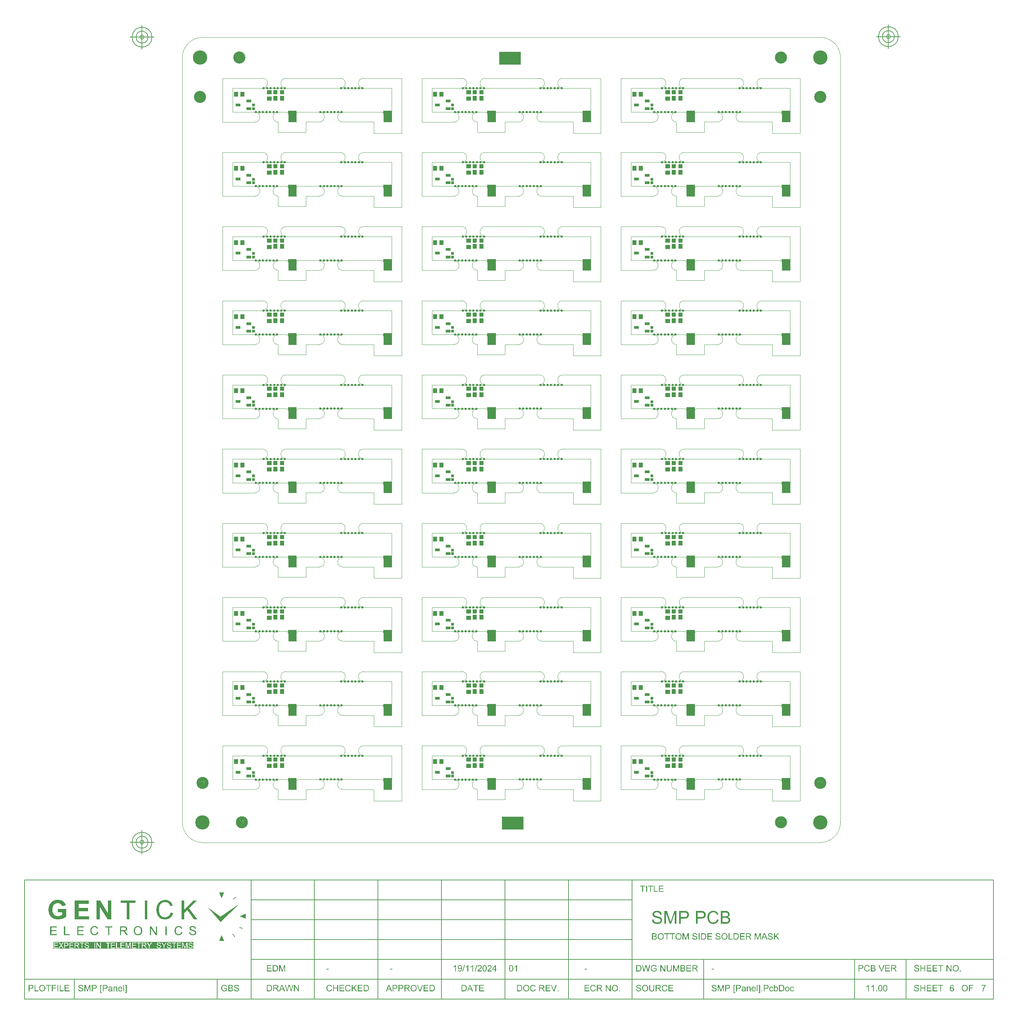
<source format=gbs>
G04*
G04 #@! TF.GenerationSoftware,Altium Limited,Altium Designer,25.0.2 (28)*
G04*
G04 Layer_Color=16711935*
%FSLAX24Y24*%
%MOIN*%
G70*
G04*
G04 #@! TF.SameCoordinates,BAA0B08D-9D87-43D8-96EE-EFDE37164EB2*
G04*
G04*
G04 #@! TF.FilePolarity,Negative*
G04*
G01*
G75*
%ADD10C,0.0079*%
%ADD19C,0.0020*%
%ADD44C,0.0400*%
%ADD45R,0.2167X0.1280*%
%ADD46C,0.0413*%
%ADD52R,0.0304X0.0304*%
%ADD55R,0.0847X0.0847*%
%ADD56C,0.1417*%
%ADD57C,0.0236*%
%ADD58R,0.0414X0.0454*%
%ADD59R,0.0394X0.0433*%
%ADD60R,0.0454X0.0434*%
%ADD61R,0.0454X0.0296*%
%ADD62R,0.0434X0.0454*%
G36*
X60274Y72165D02*
X59427D01*
Y72490D01*
X60274D01*
Y72165D01*
D02*
G37*
G36*
X50825D02*
X49978D01*
Y72490D01*
X50825D01*
Y72165D01*
D02*
G37*
G36*
X40526D02*
X39679D01*
Y72490D01*
X40526D01*
Y72165D01*
D02*
G37*
G36*
X31077D02*
X30230D01*
Y72490D01*
X31077D01*
Y72165D01*
D02*
G37*
G36*
X20778D02*
X19931D01*
Y72490D01*
X20778D01*
Y72165D01*
D02*
G37*
G36*
X11329D02*
X10482D01*
Y72490D01*
X11329D01*
Y72165D01*
D02*
G37*
G36*
X60274Y64819D02*
X59427D01*
Y65144D01*
X60274D01*
Y64819D01*
D02*
G37*
G36*
X50825D02*
X49978D01*
Y65144D01*
X50825D01*
Y64819D01*
D02*
G37*
G36*
X40526D02*
X39679D01*
Y65144D01*
X40526D01*
Y64819D01*
D02*
G37*
G36*
X31077D02*
X30230D01*
Y65144D01*
X31077D01*
Y64819D01*
D02*
G37*
G36*
X20778D02*
X19931D01*
Y65144D01*
X20778D01*
Y64819D01*
D02*
G37*
G36*
X11329D02*
X10482D01*
Y65144D01*
X11329D01*
Y64819D01*
D02*
G37*
G36*
X60274Y57472D02*
X59427D01*
Y57797D01*
X60274D01*
Y57472D01*
D02*
G37*
G36*
X50825D02*
X49978D01*
Y57797D01*
X50825D01*
Y57472D01*
D02*
G37*
G36*
X40526D02*
X39679D01*
Y57797D01*
X40526D01*
Y57472D01*
D02*
G37*
G36*
X31077D02*
X30230D01*
Y57797D01*
X31077D01*
Y57472D01*
D02*
G37*
G36*
X20778D02*
X19931D01*
Y57797D01*
X20778D01*
Y57472D01*
D02*
G37*
G36*
X11329D02*
X10482D01*
Y57797D01*
X11329D01*
Y57472D01*
D02*
G37*
G36*
X60274Y50126D02*
X59427D01*
Y50451D01*
X60274D01*
Y50126D01*
D02*
G37*
G36*
X50825D02*
X49978D01*
Y50451D01*
X50825D01*
Y50126D01*
D02*
G37*
G36*
X40526D02*
X39679D01*
Y50451D01*
X40526D01*
Y50126D01*
D02*
G37*
G36*
X31077D02*
X30230D01*
Y50451D01*
X31077D01*
Y50126D01*
D02*
G37*
G36*
X20778D02*
X19931D01*
Y50451D01*
X20778D01*
Y50126D01*
D02*
G37*
G36*
X11329D02*
X10482D01*
Y50451D01*
X11329D01*
Y50126D01*
D02*
G37*
G36*
X60274Y42780D02*
X59427D01*
Y43104D01*
X60274D01*
Y42780D01*
D02*
G37*
G36*
X50825D02*
X49978D01*
Y43104D01*
X50825D01*
Y42780D01*
D02*
G37*
G36*
X40526D02*
X39679D01*
Y43104D01*
X40526D01*
Y42780D01*
D02*
G37*
G36*
X31077D02*
X30230D01*
Y43104D01*
X31077D01*
Y42780D01*
D02*
G37*
G36*
X20778D02*
X19931D01*
Y43104D01*
X20778D01*
Y42780D01*
D02*
G37*
G36*
X11329D02*
X10482D01*
Y43104D01*
X11329D01*
Y42780D01*
D02*
G37*
G36*
X60274Y35433D02*
X59427D01*
Y35758D01*
X60274D01*
Y35433D01*
D02*
G37*
G36*
X50825D02*
X49978D01*
Y35758D01*
X50825D01*
Y35433D01*
D02*
G37*
G36*
X40526D02*
X39679D01*
Y35758D01*
X40526D01*
Y35433D01*
D02*
G37*
G36*
X31077D02*
X30230D01*
Y35758D01*
X31077D01*
Y35433D01*
D02*
G37*
G36*
X20778D02*
X19931D01*
Y35758D01*
X20778D01*
Y35433D01*
D02*
G37*
G36*
X11329D02*
X10482D01*
Y35758D01*
X11329D01*
Y35433D01*
D02*
G37*
G36*
X60274Y28087D02*
X59427D01*
Y28411D01*
X60274D01*
Y28087D01*
D02*
G37*
G36*
X50825D02*
X49978D01*
Y28411D01*
X50825D01*
Y28087D01*
D02*
G37*
G36*
X40526D02*
X39679D01*
Y28411D01*
X40526D01*
Y28087D01*
D02*
G37*
G36*
X31077D02*
X30230D01*
Y28411D01*
X31077D01*
Y28087D01*
D02*
G37*
G36*
X20778D02*
X19931D01*
Y28411D01*
X20778D01*
Y28087D01*
D02*
G37*
G36*
X11329D02*
X10482D01*
Y28411D01*
X11329D01*
Y28087D01*
D02*
G37*
G36*
X60274Y20740D02*
X59427D01*
Y21065D01*
X60274D01*
Y20740D01*
D02*
G37*
G36*
X50825D02*
X49978D01*
Y21065D01*
X50825D01*
Y20740D01*
D02*
G37*
G36*
X40526D02*
X39679D01*
Y21065D01*
X40526D01*
Y20740D01*
D02*
G37*
G36*
X31077D02*
X30230D01*
Y21065D01*
X31077D01*
Y20740D01*
D02*
G37*
G36*
X20778D02*
X19931D01*
Y21065D01*
X20778D01*
Y20740D01*
D02*
G37*
G36*
X11329D02*
X10482D01*
Y21065D01*
X11329D01*
Y20740D01*
D02*
G37*
G36*
X60274Y13394D02*
X59427D01*
Y13719D01*
X60274D01*
Y13394D01*
D02*
G37*
G36*
X50825D02*
X49978D01*
Y13719D01*
X50825D01*
Y13394D01*
D02*
G37*
G36*
X40526D02*
X39679D01*
Y13719D01*
X40526D01*
Y13394D01*
D02*
G37*
G36*
X31077D02*
X30230D01*
Y13719D01*
X31077D01*
Y13394D01*
D02*
G37*
G36*
X20778D02*
X19931D01*
Y13719D01*
X20778D01*
Y13394D01*
D02*
G37*
G36*
X11329D02*
X10482D01*
Y13719D01*
X11329D01*
Y13394D01*
D02*
G37*
G36*
X60274Y6047D02*
X59427D01*
Y6372D01*
X60274D01*
Y6047D01*
D02*
G37*
G36*
X50825D02*
X49978D01*
Y6372D01*
X50825D01*
Y6047D01*
D02*
G37*
G36*
X40526D02*
X39679D01*
Y6372D01*
X40526D01*
Y6047D01*
D02*
G37*
G36*
X31077D02*
X30230D01*
Y6372D01*
X31077D01*
Y6047D01*
D02*
G37*
G36*
X20778D02*
X19931D01*
Y6372D01*
X20778D01*
Y6047D01*
D02*
G37*
G36*
X11329D02*
X10482D01*
Y6372D01*
X11329D01*
Y6047D01*
D02*
G37*
G36*
X47702Y-4343D02*
X47330D01*
Y-4535D01*
X47679D01*
Y-4610D01*
X47330D01*
Y-4824D01*
X47717D01*
Y-4898D01*
X47246D01*
Y-4268D01*
X47702D01*
Y-4343D01*
D02*
G37*
G36*
X46835Y-4824D02*
X47146D01*
Y-4898D01*
X46751D01*
Y-4268D01*
X46835D01*
Y-4824D01*
D02*
G37*
G36*
X46669Y-4343D02*
X46461D01*
Y-4898D01*
X46377D01*
Y-4343D01*
X46169D01*
Y-4268D01*
X46669D01*
Y-4343D01*
D02*
G37*
G36*
X46069Y-4898D02*
X45985D01*
Y-4268D01*
X46069D01*
Y-4898D01*
D02*
G37*
G36*
X45885Y-4343D02*
X45677D01*
Y-4898D01*
X45594D01*
Y-4343D01*
X45386D01*
Y-4268D01*
X45885D01*
Y-4343D01*
D02*
G37*
G36*
X4138Y-4960D02*
X3894Y-5521D01*
X3650Y-4960D01*
X4138Y-4960D01*
D02*
G37*
G36*
X-1648Y-5694D02*
X-1623Y-5697D01*
X-1594Y-5699D01*
X-1564Y-5702D01*
X-1529Y-5710D01*
X-1456Y-5726D01*
X-1375Y-5751D01*
X-1335Y-5767D01*
X-1297Y-5786D01*
X-1259Y-5810D01*
X-1221Y-5834D01*
X-1219Y-5837D01*
X-1213Y-5840D01*
X-1203Y-5848D01*
X-1189Y-5861D01*
X-1176Y-5875D01*
X-1157Y-5894D01*
X-1138Y-5915D01*
X-1116Y-5937D01*
X-1095Y-5964D01*
X-1073Y-5996D01*
X-1049Y-6028D01*
X-1027Y-6064D01*
X-1008Y-6104D01*
X-987Y-6144D01*
X-971Y-6188D01*
X-954Y-6236D01*
X-1197Y-6293D01*
Y-6290D01*
X-1200Y-6285D01*
X-1205Y-6274D01*
X-1211Y-6260D01*
X-1216Y-6244D01*
X-1224Y-6223D01*
X-1246Y-6180D01*
X-1273Y-6131D01*
X-1305Y-6082D01*
X-1346Y-6037D01*
X-1389Y-5996D01*
X-1394Y-5991D01*
X-1410Y-5980D01*
X-1437Y-5966D01*
X-1472Y-5948D01*
X-1518Y-5931D01*
X-1569Y-5915D01*
X-1631Y-5904D01*
X-1699Y-5902D01*
X-1720D01*
X-1734Y-5904D01*
X-1753D01*
X-1774Y-5907D01*
X-1826Y-5915D01*
X-1882Y-5926D01*
X-1942Y-5945D01*
X-2004Y-5972D01*
X-2060Y-6007D01*
X-2063D01*
X-2066Y-6012D01*
X-2085Y-6026D01*
X-2109Y-6047D01*
X-2138Y-6080D01*
X-2174Y-6120D01*
X-2206Y-6166D01*
X-2236Y-6223D01*
X-2263Y-6285D01*
Y-6287D01*
X-2265Y-6293D01*
X-2268Y-6301D01*
X-2271Y-6314D01*
X-2276Y-6331D01*
X-2281Y-6349D01*
X-2289Y-6395D01*
X-2300Y-6449D01*
X-2311Y-6509D01*
X-2316Y-6573D01*
X-2319Y-6643D01*
Y-6646D01*
Y-6654D01*
Y-6668D01*
Y-6684D01*
X-2316Y-6703D01*
Y-6727D01*
X-2314Y-6754D01*
X-2311Y-6784D01*
X-2303Y-6848D01*
X-2289Y-6918D01*
X-2273Y-6989D01*
X-2252Y-7059D01*
Y-7061D01*
X-2249Y-7067D01*
X-2244Y-7075D01*
X-2238Y-7088D01*
X-2222Y-7121D01*
X-2198Y-7159D01*
X-2168Y-7202D01*
X-2130Y-7248D01*
X-2087Y-7288D01*
X-2036Y-7326D01*
X-2033D01*
X-2028Y-7328D01*
X-2020Y-7334D01*
X-2009Y-7339D01*
X-1996Y-7345D01*
X-1979Y-7353D01*
X-1942Y-7369D01*
X-1893Y-7385D01*
X-1839Y-7399D01*
X-1780Y-7409D01*
X-1718Y-7412D01*
X-1699D01*
X-1683Y-7409D01*
X-1664D01*
X-1645Y-7407D01*
X-1596Y-7396D01*
X-1540Y-7382D01*
X-1483Y-7361D01*
X-1424Y-7331D01*
X-1394Y-7315D01*
X-1367Y-7293D01*
X-1364Y-7291D01*
X-1362Y-7288D01*
X-1354Y-7280D01*
X-1343Y-7272D01*
X-1332Y-7258D01*
X-1319Y-7242D01*
X-1302Y-7226D01*
X-1289Y-7204D01*
X-1273Y-7180D01*
X-1254Y-7153D01*
X-1238Y-7126D01*
X-1221Y-7094D01*
X-1208Y-7059D01*
X-1195Y-7021D01*
X-1181Y-6981D01*
X-1170Y-6937D01*
X-922Y-6999D01*
Y-7002D01*
X-925Y-7013D01*
X-930Y-7029D01*
X-938Y-7051D01*
X-946Y-7075D01*
X-957Y-7105D01*
X-971Y-7137D01*
X-987Y-7172D01*
X-1025Y-7248D01*
X-1073Y-7323D01*
X-1103Y-7361D01*
X-1132Y-7399D01*
X-1165Y-7431D01*
X-1203Y-7463D01*
X-1205Y-7466D01*
X-1211Y-7471D01*
X-1224Y-7477D01*
X-1238Y-7488D01*
X-1259Y-7501D01*
X-1281Y-7515D01*
X-1310Y-7528D01*
X-1340Y-7541D01*
X-1375Y-7558D01*
X-1413Y-7571D01*
X-1453Y-7585D01*
X-1497Y-7598D01*
X-1542Y-7609D01*
X-1591Y-7614D01*
X-1642Y-7620D01*
X-1696Y-7622D01*
X-1726D01*
X-1747Y-7620D01*
X-1772D01*
X-1801Y-7617D01*
X-1834Y-7612D01*
X-1871Y-7606D01*
X-1950Y-7593D01*
X-2031Y-7571D01*
X-2111Y-7541D01*
X-2149Y-7523D01*
X-2187Y-7501D01*
X-2190Y-7498D01*
X-2195Y-7496D01*
X-2206Y-7488D01*
X-2217Y-7477D01*
X-2233Y-7466D01*
X-2252Y-7450D01*
X-2273Y-7431D01*
X-2295Y-7409D01*
X-2316Y-7385D01*
X-2341Y-7361D01*
X-2389Y-7299D01*
X-2435Y-7226D01*
X-2476Y-7145D01*
Y-7142D01*
X-2481Y-7134D01*
X-2484Y-7121D01*
X-2492Y-7105D01*
X-2497Y-7083D01*
X-2505Y-7056D01*
X-2516Y-7026D01*
X-2524Y-6994D01*
X-2532Y-6959D01*
X-2543Y-6918D01*
X-2557Y-6835D01*
X-2567Y-6740D01*
X-2573Y-6643D01*
Y-6641D01*
Y-6630D01*
Y-6614D01*
X-2570Y-6595D01*
Y-6568D01*
X-2567Y-6541D01*
X-2565Y-6506D01*
X-2559Y-6471D01*
X-2546Y-6393D01*
X-2527Y-6306D01*
X-2500Y-6220D01*
X-2462Y-6136D01*
X-2459Y-6134D01*
X-2457Y-6126D01*
X-2451Y-6115D01*
X-2441Y-6101D01*
X-2430Y-6082D01*
X-2416Y-6061D01*
X-2381Y-6012D01*
X-2335Y-5958D01*
X-2281Y-5904D01*
X-2219Y-5850D01*
X-2147Y-5805D01*
X-2144Y-5802D01*
X-2136Y-5799D01*
X-2125Y-5794D01*
X-2111Y-5786D01*
X-2090Y-5778D01*
X-2068Y-5770D01*
X-2041Y-5759D01*
X-2012Y-5748D01*
X-1979Y-5737D01*
X-1944Y-5726D01*
X-1869Y-5710D01*
X-1782Y-5697D01*
X-1693Y-5691D01*
X-1666D01*
X-1648Y-5694D01*
D02*
G37*
G36*
X-12291Y-5689D02*
X-12261Y-5691D01*
X-12226Y-5694D01*
X-12188Y-5697D01*
X-12148Y-5705D01*
X-12062Y-5721D01*
X-11973Y-5748D01*
X-11927Y-5764D01*
X-11884Y-5783D01*
X-11843Y-5805D01*
X-11806Y-5832D01*
X-11803Y-5834D01*
X-11797Y-5837D01*
X-11787Y-5848D01*
X-11773Y-5859D01*
X-11757Y-5872D01*
X-11741Y-5891D01*
X-11722Y-5913D01*
X-11700Y-5937D01*
X-11679Y-5964D01*
X-11657Y-5993D01*
X-11636Y-6026D01*
X-11617Y-6064D01*
X-11595Y-6101D01*
X-11579Y-6142D01*
X-11563Y-6188D01*
X-11552Y-6233D01*
X-11927Y-6304D01*
Y-6301D01*
X-11930Y-6298D01*
X-11935Y-6282D01*
X-11946Y-6258D01*
X-11962Y-6225D01*
X-11981Y-6190D01*
X-12008Y-6155D01*
X-12040Y-6120D01*
X-12078Y-6088D01*
X-12083Y-6085D01*
X-12097Y-6074D01*
X-12121Y-6061D01*
X-12151Y-6047D01*
X-12191Y-6031D01*
X-12237Y-6020D01*
X-12288Y-6010D01*
X-12348Y-6007D01*
X-12372D01*
X-12388Y-6010D01*
X-12410Y-6012D01*
X-12434Y-6015D01*
X-12461Y-6020D01*
X-12491Y-6026D01*
X-12553Y-6045D01*
X-12585Y-6058D01*
X-12617Y-6074D01*
X-12650Y-6093D01*
X-12682Y-6112D01*
X-12712Y-6139D01*
X-12741Y-6166D01*
X-12744Y-6169D01*
X-12747Y-6174D01*
X-12755Y-6182D01*
X-12763Y-6196D01*
X-12774Y-6212D01*
X-12787Y-6231D01*
X-12801Y-6255D01*
X-12811Y-6282D01*
X-12825Y-6314D01*
X-12838Y-6349D01*
X-12852Y-6387D01*
X-12863Y-6428D01*
X-12871Y-6473D01*
X-12879Y-6525D01*
X-12882Y-6576D01*
X-12884Y-6633D01*
Y-6635D01*
Y-6646D01*
Y-6665D01*
X-12882Y-6687D01*
X-12879Y-6716D01*
X-12876Y-6746D01*
X-12871Y-6784D01*
X-12865Y-6821D01*
X-12849Y-6902D01*
X-12822Y-6986D01*
X-12806Y-7026D01*
X-12787Y-7064D01*
X-12763Y-7102D01*
X-12739Y-7134D01*
X-12736Y-7137D01*
X-12731Y-7142D01*
X-12722Y-7150D01*
X-12712Y-7161D01*
X-12696Y-7172D01*
X-12679Y-7188D01*
X-12658Y-7202D01*
X-12633Y-7218D01*
X-12607Y-7234D01*
X-12580Y-7248D01*
X-12512Y-7274D01*
X-12474Y-7285D01*
X-12437Y-7293D01*
X-12393Y-7299D01*
X-12350Y-7301D01*
X-12329D01*
X-12307Y-7299D01*
X-12275Y-7296D01*
X-12240Y-7291D01*
X-12199Y-7283D01*
X-12156Y-7272D01*
X-12113Y-7256D01*
X-12110D01*
X-12108Y-7253D01*
X-12094Y-7248D01*
X-12070Y-7237D01*
X-12043Y-7223D01*
X-12010Y-7207D01*
X-11975Y-7188D01*
X-11940Y-7167D01*
X-11908Y-7142D01*
Y-6902D01*
X-12340D01*
Y-6587D01*
X-11528D01*
Y-7337D01*
X-11533Y-7342D01*
X-11541Y-7347D01*
X-11549Y-7355D01*
X-11563Y-7366D01*
X-11576Y-7377D01*
X-11614Y-7404D01*
X-11665Y-7434D01*
X-11725Y-7469D01*
X-11792Y-7504D01*
X-11873Y-7536D01*
X-11876D01*
X-11884Y-7539D01*
X-11895Y-7544D01*
X-11911Y-7550D01*
X-11932Y-7555D01*
X-11957Y-7563D01*
X-11984Y-7571D01*
X-12013Y-7579D01*
X-12081Y-7595D01*
X-12159Y-7609D01*
X-12240Y-7620D01*
X-12326Y-7622D01*
X-12356D01*
X-12375Y-7620D01*
X-12402D01*
X-12431Y-7617D01*
X-12464Y-7612D01*
X-12501Y-7606D01*
X-12580Y-7593D01*
X-12666Y-7571D01*
X-12755Y-7541D01*
X-12795Y-7523D01*
X-12838Y-7501D01*
X-12841Y-7498D01*
X-12847Y-7496D01*
X-12860Y-7488D01*
X-12874Y-7477D01*
X-12892Y-7466D01*
X-12911Y-7450D01*
X-12936Y-7431D01*
X-12960Y-7409D01*
X-13014Y-7361D01*
X-13068Y-7299D01*
X-13119Y-7229D01*
X-13165Y-7148D01*
Y-7145D01*
X-13170Y-7137D01*
X-13176Y-7123D01*
X-13181Y-7107D01*
X-13189Y-7086D01*
X-13200Y-7061D01*
X-13208Y-7032D01*
X-13219Y-6999D01*
X-13230Y-6964D01*
X-13238Y-6924D01*
X-13256Y-6840D01*
X-13267Y-6749D01*
X-13273Y-6649D01*
Y-6646D01*
Y-6635D01*
Y-6619D01*
X-13270Y-6600D01*
Y-6573D01*
X-13267Y-6544D01*
X-13262Y-6511D01*
X-13256Y-6473D01*
X-13243Y-6395D01*
X-13221Y-6306D01*
X-13192Y-6217D01*
X-13173Y-6174D01*
X-13151Y-6131D01*
X-13149Y-6128D01*
X-13146Y-6120D01*
X-13138Y-6109D01*
X-13130Y-6093D01*
X-13116Y-6074D01*
X-13100Y-6053D01*
X-13081Y-6028D01*
X-13062Y-6001D01*
X-13038Y-5975D01*
X-13011Y-5945D01*
X-12981Y-5915D01*
X-12949Y-5886D01*
X-12914Y-5859D01*
X-12879Y-5829D01*
X-12795Y-5780D01*
X-12793D01*
X-12787Y-5775D01*
X-12776Y-5772D01*
X-12763Y-5764D01*
X-12744Y-5759D01*
X-12725Y-5751D01*
X-12698Y-5743D01*
X-12671Y-5732D01*
X-12642Y-5724D01*
X-12607Y-5716D01*
X-12569Y-5708D01*
X-12531Y-5699D01*
X-12445Y-5689D01*
X-12348Y-5686D01*
X-12315D01*
X-12291Y-5689D01*
D02*
G37*
G36*
X653Y-6514D02*
X1470Y-7622D01*
X1144D01*
X480Y-6681D01*
X175Y-6975D01*
Y-7622D01*
X-73D01*
Y-5756D01*
X175D01*
Y-6684D01*
X1098Y-5756D01*
X1435D01*
X653Y-6514D01*
D02*
G37*
G36*
X-7039Y-7622D02*
X-7417D01*
X-8175Y-6393D01*
Y-7622D01*
X-8523D01*
Y-5756D01*
X-8159D01*
X-7387Y-7013D01*
Y-5756D01*
X-7039D01*
Y-7622D01*
D02*
G37*
G36*
X47093Y-6767D02*
X47106D01*
X47141Y-6771D01*
X47179Y-6776D01*
X47219Y-6785D01*
X47263Y-6796D01*
X47303Y-6811D01*
X47305D01*
X47308Y-6813D01*
X47314Y-6816D01*
X47321Y-6820D01*
X47339Y-6829D01*
X47363Y-6845D01*
X47390Y-6864D01*
X47418Y-6887D01*
X47443Y-6915D01*
X47467Y-6946D01*
Y-6947D01*
X47469Y-6949D01*
X47472Y-6955D01*
X47476Y-6960D01*
X47485Y-6978D01*
X47496Y-7002D01*
X47509Y-7031D01*
X47518Y-7066D01*
X47527Y-7102D01*
X47531Y-7142D01*
X47370Y-7155D01*
Y-7153D01*
Y-7150D01*
X47369Y-7144D01*
X47367Y-7135D01*
X47361Y-7115D01*
X47354Y-7088D01*
X47343Y-7059D01*
X47327Y-7029D01*
X47307Y-7002D01*
X47281Y-6977D01*
X47278Y-6975D01*
X47268Y-6968D01*
X47250Y-6957D01*
X47226Y-6946D01*
X47196Y-6935D01*
X47159Y-6924D01*
X47114Y-6917D01*
X47063Y-6915D01*
X47037D01*
X47026Y-6917D01*
X47011Y-6918D01*
X46979Y-6922D01*
X46942Y-6929D01*
X46906Y-6938D01*
X46871Y-6953D01*
X46857Y-6962D01*
X46842Y-6971D01*
X46838Y-6973D01*
X46831Y-6980D01*
X46820Y-6993D01*
X46809Y-7008D01*
X46796Y-7028D01*
X46786Y-7050D01*
X46778Y-7075D01*
X46775Y-7104D01*
Y-7108D01*
Y-7115D01*
X46776Y-7128D01*
X46780Y-7142D01*
X46786Y-7161D01*
X46795Y-7179D01*
X46806Y-7197D01*
X46822Y-7215D01*
X46824Y-7217D01*
X46833Y-7223D01*
X46840Y-7228D01*
X46848Y-7232D01*
X46858Y-7237D01*
X46871Y-7244D01*
X46888Y-7250D01*
X46906Y-7257D01*
X46926Y-7265D01*
X46950Y-7274D01*
X46975Y-7281D01*
X47004Y-7290D01*
X47037Y-7297D01*
X47073Y-7306D01*
X47075D01*
X47083Y-7308D01*
X47093Y-7310D01*
X47106Y-7314D01*
X47123Y-7317D01*
X47143Y-7323D01*
X47163Y-7328D01*
X47185Y-7334D01*
X47232Y-7347D01*
X47278Y-7359D01*
X47299Y-7367D01*
X47319Y-7374D01*
X47338Y-7379D01*
X47352Y-7387D01*
X47354D01*
X47358Y-7388D01*
X47363Y-7392D01*
X47370Y-7396D01*
X47390Y-7407D01*
X47414Y-7421D01*
X47441Y-7441D01*
X47469Y-7463D01*
X47494Y-7489D01*
X47516Y-7516D01*
X47518Y-7520D01*
X47525Y-7529D01*
X47533Y-7545D01*
X47544Y-7567D01*
X47553Y-7592D01*
X47562Y-7623D01*
X47567Y-7658D01*
X47569Y-7695D01*
Y-7696D01*
Y-7698D01*
Y-7704D01*
Y-7711D01*
X47565Y-7731D01*
X47562Y-7756D01*
X47554Y-7786D01*
X47545Y-7817D01*
X47531Y-7849D01*
X47511Y-7884D01*
Y-7886D01*
X47509Y-7888D01*
X47500Y-7899D01*
X47487Y-7915D01*
X47469Y-7933D01*
X47445Y-7955D01*
X47416Y-7979D01*
X47383Y-8001D01*
X47345Y-8021D01*
X47343D01*
X47339Y-8022D01*
X47334Y-8024D01*
X47327Y-8028D01*
X47316Y-8032D01*
X47303Y-8037D01*
X47274Y-8044D01*
X47239Y-8053D01*
X47197Y-8063D01*
X47152Y-8068D01*
X47103Y-8070D01*
X47073D01*
X47059Y-8068D01*
X47042D01*
X47024Y-8066D01*
X47002Y-8064D01*
X46957Y-8057D01*
X46909Y-8050D01*
X46862Y-8037D01*
X46817Y-8021D01*
X46815D01*
X46811Y-8019D01*
X46806Y-8015D01*
X46798Y-8012D01*
X46776Y-8001D01*
X46751Y-7984D01*
X46722Y-7962D01*
X46691Y-7937D01*
X46662Y-7906D01*
X46634Y-7871D01*
Y-7869D01*
X46631Y-7866D01*
X46629Y-7860D01*
X46623Y-7853D01*
X46620Y-7844D01*
X46614Y-7833D01*
X46602Y-7806D01*
X46589Y-7771D01*
X46578Y-7733D01*
X46571Y-7689D01*
X46567Y-7643D01*
X46724Y-7629D01*
Y-7631D01*
Y-7633D01*
X46725Y-7638D01*
Y-7645D01*
X46729Y-7662D01*
X46735Y-7685D01*
X46742Y-7709D01*
X46749Y-7736D01*
X46762Y-7762D01*
X46775Y-7786D01*
X46776Y-7787D01*
X46782Y-7795D01*
X46791Y-7807D01*
X46806Y-7820D01*
X46824Y-7837D01*
X46844Y-7853D01*
X46871Y-7869D01*
X46900Y-7884D01*
X46902D01*
X46904Y-7886D01*
X46909Y-7888D01*
X46915Y-7889D01*
X46933Y-7895D01*
X46957Y-7902D01*
X46986Y-7910D01*
X47019Y-7915D01*
X47055Y-7919D01*
X47095Y-7920D01*
X47112D01*
X47130Y-7919D01*
X47152Y-7917D01*
X47177Y-7913D01*
X47206Y-7910D01*
X47236Y-7902D01*
X47263Y-7893D01*
X47267Y-7891D01*
X47276Y-7888D01*
X47288Y-7880D01*
X47305Y-7873D01*
X47321Y-7860D01*
X47339Y-7848D01*
X47358Y-7833D01*
X47372Y-7815D01*
X47374Y-7813D01*
X47378Y-7806D01*
X47383Y-7797D01*
X47390Y-7782D01*
X47398Y-7767D01*
X47403Y-7749D01*
X47407Y-7729D01*
X47409Y-7707D01*
Y-7705D01*
Y-7696D01*
X47407Y-7685D01*
X47405Y-7671D01*
X47400Y-7656D01*
X47394Y-7638D01*
X47385Y-7620D01*
X47372Y-7603D01*
X47370Y-7602D01*
X47365Y-7596D01*
X47358Y-7589D01*
X47345Y-7578D01*
X47330Y-7567D01*
X47310Y-7554D01*
X47287Y-7541D01*
X47259Y-7531D01*
X47257Y-7529D01*
X47248Y-7527D01*
X47234Y-7521D01*
X47225Y-7520D01*
X47212Y-7516D01*
X47199Y-7510D01*
X47183Y-7507D01*
X47165Y-7501D01*
X47143Y-7496D01*
X47121Y-7490D01*
X47095Y-7483D01*
X47066Y-7476D01*
X47035Y-7469D01*
X47033D01*
X47028Y-7467D01*
X47019Y-7465D01*
X47008Y-7461D01*
X46993Y-7458D01*
X46977Y-7454D01*
X46940Y-7443D01*
X46900Y-7430D01*
X46858Y-7418D01*
X46822Y-7405D01*
X46806Y-7398D01*
X46791Y-7390D01*
X46789D01*
X46787Y-7388D01*
X46776Y-7381D01*
X46760Y-7372D01*
X46742Y-7357D01*
X46720Y-7341D01*
X46698Y-7321D01*
X46676Y-7297D01*
X46658Y-7272D01*
X46656Y-7268D01*
X46651Y-7259D01*
X46643Y-7244D01*
X46636Y-7226D01*
X46629Y-7203D01*
X46622Y-7175D01*
X46616Y-7146D01*
X46614Y-7115D01*
Y-7113D01*
Y-7111D01*
Y-7106D01*
Y-7099D01*
X46618Y-7080D01*
X46622Y-7057D01*
X46627Y-7029D01*
X46636Y-6999D01*
X46649Y-6968D01*
X46667Y-6937D01*
Y-6935D01*
X46669Y-6933D01*
X46678Y-6922D01*
X46691Y-6907D01*
X46707Y-6889D01*
X46729Y-6869D01*
X46756Y-6847D01*
X46789Y-6827D01*
X46826Y-6809D01*
X46827D01*
X46831Y-6807D01*
X46837Y-6805D01*
X46844Y-6802D01*
X46853Y-6798D01*
X46866Y-6794D01*
X46893Y-6787D01*
X46928Y-6780D01*
X46968Y-6773D01*
X47010Y-6767D01*
X47057Y-6765D01*
X47081D01*
X47093Y-6767D01*
D02*
G37*
G36*
X52683Y-6767D02*
X52700Y-6769D01*
X52720Y-6771D01*
X52740Y-6773D01*
X52764Y-6778D01*
X52813Y-6789D01*
X52867Y-6805D01*
X52895Y-6816D01*
X52920Y-6829D01*
X52946Y-6845D01*
X52971Y-6862D01*
X52973Y-6864D01*
X52977Y-6865D01*
X52984Y-6871D01*
X52993Y-6880D01*
X53002Y-6889D01*
X53015Y-6902D01*
X53028Y-6917D01*
X53042Y-6931D01*
X53057Y-6949D01*
X53071Y-6971D01*
X53088Y-6993D01*
X53102Y-7017D01*
X53115Y-7044D01*
X53130Y-7071D01*
X53141Y-7101D01*
X53152Y-7133D01*
X52988Y-7172D01*
Y-7170D01*
X52986Y-7166D01*
X52982Y-7159D01*
X52979Y-7150D01*
X52975Y-7139D01*
X52969Y-7124D01*
X52955Y-7095D01*
X52937Y-7062D01*
X52915Y-7029D01*
X52887Y-6999D01*
X52858Y-6971D01*
X52855Y-6968D01*
X52844Y-6960D01*
X52825Y-6951D01*
X52802Y-6938D01*
X52771Y-6927D01*
X52736Y-6917D01*
X52694Y-6909D01*
X52649Y-6907D01*
X52634D01*
X52625Y-6909D01*
X52612D01*
X52598Y-6911D01*
X52563Y-6917D01*
X52525Y-6924D01*
X52485Y-6937D01*
X52443Y-6955D01*
X52405Y-6978D01*
X52403D01*
X52401Y-6982D01*
X52388Y-6991D01*
X52372Y-7006D01*
X52352Y-7028D01*
X52328Y-7055D01*
X52306Y-7086D01*
X52286Y-7124D01*
X52268Y-7166D01*
Y-7168D01*
X52266Y-7172D01*
X52264Y-7177D01*
X52263Y-7186D01*
X52259Y-7197D01*
X52255Y-7210D01*
X52250Y-7241D01*
X52242Y-7277D01*
X52235Y-7317D01*
X52232Y-7361D01*
X52230Y-7408D01*
Y-7410D01*
Y-7416D01*
Y-7425D01*
Y-7436D01*
X52232Y-7449D01*
Y-7465D01*
X52233Y-7483D01*
X52235Y-7503D01*
X52241Y-7547D01*
X52250Y-7594D01*
X52261Y-7642D01*
X52275Y-7689D01*
Y-7691D01*
X52277Y-7695D01*
X52281Y-7700D01*
X52284Y-7709D01*
X52295Y-7731D01*
X52312Y-7756D01*
X52332Y-7786D01*
X52357Y-7817D01*
X52386Y-7844D01*
X52421Y-7869D01*
X52423D01*
X52426Y-7871D01*
X52432Y-7875D01*
X52439Y-7879D01*
X52448Y-7882D01*
X52459Y-7888D01*
X52485Y-7899D01*
X52518Y-7910D01*
X52554Y-7919D01*
X52594Y-7926D01*
X52636Y-7928D01*
X52649D01*
X52660Y-7926D01*
X52672D01*
X52685Y-7924D01*
X52718Y-7917D01*
X52756Y-7908D01*
X52795Y-7893D01*
X52835Y-7873D01*
X52855Y-7862D01*
X52873Y-7848D01*
X52875Y-7846D01*
X52877Y-7844D01*
X52882Y-7838D01*
X52889Y-7833D01*
X52897Y-7824D01*
X52906Y-7813D01*
X52917Y-7802D01*
X52926Y-7787D01*
X52937Y-7771D01*
X52949Y-7753D01*
X52960Y-7735D01*
X52971Y-7713D01*
X52980Y-7689D01*
X52989Y-7664D01*
X52999Y-7636D01*
X53006Y-7607D01*
X53173Y-7649D01*
Y-7651D01*
X53172Y-7658D01*
X53168Y-7669D01*
X53163Y-7684D01*
X53157Y-7700D01*
X53150Y-7720D01*
X53141Y-7742D01*
X53130Y-7766D01*
X53104Y-7817D01*
X53071Y-7868D01*
X53051Y-7893D01*
X53031Y-7919D01*
X53010Y-7940D01*
X52984Y-7962D01*
X52982Y-7964D01*
X52979Y-7968D01*
X52969Y-7971D01*
X52960Y-7979D01*
X52946Y-7988D01*
X52931Y-7997D01*
X52911Y-8006D01*
X52891Y-8015D01*
X52867Y-8026D01*
X52842Y-8035D01*
X52815Y-8044D01*
X52785Y-8053D01*
X52754Y-8061D01*
X52722Y-8064D01*
X52687Y-8068D01*
X52651Y-8070D01*
X52631D01*
X52616Y-8068D01*
X52600D01*
X52580Y-8066D01*
X52558Y-8063D01*
X52532Y-8059D01*
X52479Y-8050D01*
X52425Y-8035D01*
X52370Y-8015D01*
X52344Y-8002D01*
X52319Y-7988D01*
X52317Y-7986D01*
X52314Y-7984D01*
X52306Y-7979D01*
X52299Y-7971D01*
X52288Y-7964D01*
X52275Y-7953D01*
X52261Y-7940D01*
X52246Y-7926D01*
X52232Y-7910D01*
X52215Y-7893D01*
X52182Y-7851D01*
X52151Y-7802D01*
X52124Y-7747D01*
Y-7746D01*
X52120Y-7740D01*
X52119Y-7731D01*
X52113Y-7720D01*
X52109Y-7705D01*
X52104Y-7687D01*
X52097Y-7667D01*
X52091Y-7645D01*
X52086Y-7622D01*
X52078Y-7594D01*
X52069Y-7538D01*
X52062Y-7474D01*
X52058Y-7408D01*
Y-7407D01*
Y-7399D01*
Y-7388D01*
X52060Y-7376D01*
Y-7357D01*
X52062Y-7339D01*
X52064Y-7316D01*
X52068Y-7292D01*
X52077Y-7239D01*
X52089Y-7181D01*
X52108Y-7122D01*
X52133Y-7066D01*
X52135Y-7064D01*
X52137Y-7059D01*
X52140Y-7051D01*
X52148Y-7042D01*
X52155Y-7029D01*
X52164Y-7015D01*
X52188Y-6982D01*
X52219Y-6946D01*
X52255Y-6909D01*
X52297Y-6873D01*
X52346Y-6842D01*
X52348Y-6840D01*
X52354Y-6838D01*
X52361Y-6835D01*
X52370Y-6829D01*
X52385Y-6824D01*
X52399Y-6818D01*
X52417Y-6811D01*
X52437Y-6804D01*
X52459Y-6796D01*
X52483Y-6789D01*
X52534Y-6778D01*
X52592Y-6769D01*
X52652Y-6765D01*
X52671D01*
X52683Y-6767D01*
D02*
G37*
G36*
X3799Y-7874D02*
X2540Y-6449D01*
X3790Y-7359D01*
X5660Y-6083D01*
X3799Y-7874D01*
D02*
G37*
G36*
X6275Y-7543D02*
X5693Y-7303D01*
X6275Y-7052D01*
Y-7543D01*
D02*
G37*
G36*
X-4645Y-5977D02*
X-5260D01*
Y-7622D01*
X-5508D01*
Y-5977D01*
X-6123D01*
Y-5756D01*
X-4645D01*
Y-5977D01*
D02*
G37*
G36*
X-9289Y-6072D02*
X-10295D01*
Y-6484D01*
X-9359D01*
Y-6800D01*
X-10295D01*
Y-7307D01*
X-9254D01*
Y-7622D01*
X-10673D01*
Y-5756D01*
X-9289D01*
Y-6072D01*
D02*
G37*
G36*
X-3475Y-7622D02*
X-3723D01*
Y-5756D01*
X-3475D01*
Y-7622D01*
D02*
G37*
G36*
X48996Y-8048D02*
X48835D01*
Y-6993D01*
X48467Y-8048D01*
X48318D01*
X47953Y-6975D01*
Y-8048D01*
X47793D01*
Y-6787D01*
X48043D01*
X48342Y-7682D01*
Y-7684D01*
X48343Y-7687D01*
X48345Y-7693D01*
X48349Y-7702D01*
X48356Y-7724D01*
X48365Y-7751D01*
X48374Y-7782D01*
X48385Y-7813D01*
X48394Y-7842D01*
X48402Y-7868D01*
X48404Y-7864D01*
X48405Y-7855D01*
X48411Y-7838D01*
X48418Y-7817D01*
X48427Y-7787D01*
X48440Y-7753D01*
X48453Y-7713D01*
X48469Y-7665D01*
X48772Y-6787D01*
X48996D01*
Y-8048D01*
D02*
G37*
G36*
X53880Y-6789D02*
X53895D01*
X53928Y-6793D01*
X53964Y-6796D01*
X54003Y-6804D01*
X54041Y-6813D01*
X54075Y-6825D01*
X54077D01*
X54079Y-6827D01*
X54090Y-6833D01*
X54106Y-6842D01*
X54125Y-6855D01*
X54146Y-6871D01*
X54170Y-6891D01*
X54192Y-6917D01*
X54212Y-6944D01*
X54214Y-6947D01*
X54219Y-6958D01*
X54228Y-6973D01*
X54238Y-6995D01*
X54247Y-7020D01*
X54256Y-7048D01*
X54261Y-7079D01*
X54263Y-7110D01*
Y-7113D01*
Y-7122D01*
X54261Y-7139D01*
X54258Y-7159D01*
X54252Y-7183D01*
X54243Y-7208D01*
X54232Y-7234D01*
X54218Y-7261D01*
X54216Y-7265D01*
X54210Y-7272D01*
X54199Y-7286D01*
X54185Y-7301D01*
X54166Y-7319D01*
X54145Y-7339D01*
X54117Y-7357D01*
X54086Y-7376D01*
X54088D01*
X54092Y-7377D01*
X54097Y-7379D01*
X54105Y-7383D01*
X54126Y-7390D01*
X54152Y-7403D01*
X54179Y-7419D01*
X54210Y-7439D01*
X54238Y-7463D01*
X54263Y-7492D01*
X54265Y-7496D01*
X54272Y-7507D01*
X54283Y-7523D01*
X54294Y-7545D01*
X54305Y-7574D01*
X54316Y-7605D01*
X54323Y-7642D01*
X54325Y-7682D01*
Y-7684D01*
Y-7685D01*
Y-7696D01*
X54323Y-7715D01*
X54320Y-7736D01*
X54316Y-7762D01*
X54309Y-7789D01*
X54299Y-7818D01*
X54287Y-7848D01*
X54285Y-7851D01*
X54279Y-7860D01*
X54272Y-7873D01*
X54261Y-7891D01*
X54247Y-7910D01*
X54232Y-7930D01*
X54214Y-7950D01*
X54194Y-7966D01*
X54192Y-7968D01*
X54185Y-7973D01*
X54172Y-7981D01*
X54156Y-7988D01*
X54136Y-7999D01*
X54112Y-8010D01*
X54086Y-8019D01*
X54055Y-8028D01*
X54052D01*
X54041Y-8032D01*
X54023Y-8033D01*
X53999Y-8037D01*
X53970Y-8041D01*
X53935Y-8044D01*
X53897Y-8046D01*
X53853Y-8048D01*
X53372D01*
Y-6787D01*
X53868D01*
X53880Y-6789D01*
D02*
G37*
G36*
X51477D02*
X51508Y-6791D01*
X51541Y-6793D01*
X51572Y-6796D01*
X51599Y-6800D01*
X51603D01*
X51616Y-6804D01*
X51632Y-6807D01*
X51654Y-6813D01*
X51678Y-6822D01*
X51703Y-6833D01*
X51730Y-6845D01*
X51754Y-6860D01*
X51758Y-6862D01*
X51765Y-6867D01*
X51776Y-6878D01*
X51791Y-6891D01*
X51807Y-6907D01*
X51823Y-6929D01*
X51842Y-6953D01*
X51856Y-6980D01*
X51858Y-6984D01*
X51862Y-6993D01*
X51869Y-7009D01*
X51876Y-7031D01*
X51882Y-7057D01*
X51889Y-7086D01*
X51893Y-7119D01*
X51894Y-7153D01*
Y-7155D01*
Y-7161D01*
Y-7168D01*
X51893Y-7181D01*
X51891Y-7193D01*
X51889Y-7210D01*
X51885Y-7228D01*
X51882Y-7248D01*
X51869Y-7290D01*
X51862Y-7312D01*
X51851Y-7336D01*
X51838Y-7359D01*
X51825Y-7381D01*
X51809Y-7403D01*
X51791Y-7425D01*
X51789Y-7427D01*
X51785Y-7430D01*
X51780Y-7436D01*
X51771Y-7441D01*
X51760Y-7450D01*
X51745Y-7459D01*
X51727Y-7470D01*
X51707Y-7480D01*
X51683Y-7490D01*
X51656Y-7501D01*
X51627Y-7510D01*
X51592Y-7518D01*
X51556Y-7525D01*
X51515Y-7531D01*
X51470Y-7534D01*
X51423Y-7536D01*
X51100D01*
Y-8048D01*
X50932D01*
Y-6787D01*
X51450D01*
X51477Y-6789D01*
D02*
G37*
G36*
X49812D02*
X49843Y-6791D01*
X49876Y-6793D01*
X49907Y-6796D01*
X49934Y-6800D01*
X49938D01*
X49950Y-6804D01*
X49967Y-6807D01*
X49989Y-6813D01*
X50012Y-6822D01*
X50038Y-6833D01*
X50065Y-6845D01*
X50089Y-6860D01*
X50093Y-6862D01*
X50100Y-6867D01*
X50111Y-6878D01*
X50125Y-6891D01*
X50142Y-6907D01*
X50158Y-6929D01*
X50176Y-6953D01*
X50191Y-6980D01*
X50193Y-6984D01*
X50196Y-6993D01*
X50204Y-7009D01*
X50211Y-7031D01*
X50216Y-7057D01*
X50224Y-7086D01*
X50227Y-7119D01*
X50229Y-7153D01*
Y-7155D01*
Y-7161D01*
Y-7168D01*
X50227Y-7181D01*
X50226Y-7193D01*
X50224Y-7210D01*
X50220Y-7228D01*
X50216Y-7248D01*
X50204Y-7290D01*
X50196Y-7312D01*
X50185Y-7336D01*
X50173Y-7359D01*
X50160Y-7381D01*
X50144Y-7403D01*
X50125Y-7425D01*
X50123Y-7427D01*
X50120Y-7430D01*
X50114Y-7436D01*
X50105Y-7441D01*
X50094Y-7450D01*
X50080Y-7459D01*
X50062Y-7470D01*
X50041Y-7480D01*
X50018Y-7490D01*
X49990Y-7501D01*
X49961Y-7510D01*
X49927Y-7518D01*
X49890Y-7525D01*
X49850Y-7531D01*
X49805Y-7534D01*
X49757Y-7536D01*
X49435D01*
Y-8048D01*
X49267Y-8048D01*
Y-6787D01*
X49785Y-6787D01*
X49812Y-6789D01*
D02*
G37*
G36*
X1046Y-8277D02*
X1055D01*
X1079Y-8279D01*
X1106Y-8283D01*
X1134Y-8289D01*
X1164Y-8297D01*
X1192Y-8307D01*
X1194D01*
X1196Y-8308D01*
X1200Y-8311D01*
X1205Y-8314D01*
X1218Y-8320D01*
X1234Y-8331D01*
X1254Y-8344D01*
X1273Y-8361D01*
X1291Y-8380D01*
X1307Y-8402D01*
Y-8403D01*
X1308Y-8404D01*
X1311Y-8408D01*
X1314Y-8412D01*
X1320Y-8425D01*
X1328Y-8441D01*
X1336Y-8461D01*
X1343Y-8486D01*
X1349Y-8511D01*
X1352Y-8539D01*
X1240Y-8548D01*
Y-8547D01*
Y-8544D01*
X1238Y-8541D01*
X1237Y-8534D01*
X1233Y-8520D01*
X1228Y-8501D01*
X1220Y-8481D01*
X1209Y-8460D01*
X1195Y-8441D01*
X1177Y-8423D01*
X1175Y-8422D01*
X1168Y-8417D01*
X1155Y-8409D01*
X1139Y-8402D01*
X1117Y-8394D01*
X1092Y-8386D01*
X1060Y-8381D01*
X1024Y-8380D01*
X1006D01*
X999Y-8381D01*
X988Y-8382D01*
X965Y-8385D01*
X940Y-8390D01*
X914Y-8396D01*
X890Y-8407D01*
X880Y-8413D01*
X870Y-8419D01*
X867Y-8421D01*
X862Y-8426D01*
X855Y-8435D01*
X847Y-8445D01*
X838Y-8459D01*
X830Y-8474D01*
X825Y-8492D01*
X823Y-8512D01*
Y-8515D01*
Y-8520D01*
X824Y-8529D01*
X826Y-8539D01*
X830Y-8552D01*
X837Y-8565D01*
X844Y-8578D01*
X856Y-8590D01*
X857Y-8592D01*
X863Y-8595D01*
X869Y-8599D01*
X874Y-8602D01*
X881Y-8606D01*
X890Y-8611D01*
X902Y-8614D01*
X914Y-8620D01*
X928Y-8625D01*
X945Y-8631D01*
X963Y-8636D01*
X983Y-8643D01*
X1006Y-8648D01*
X1032Y-8654D01*
X1033D01*
X1038Y-8655D01*
X1046Y-8657D01*
X1055Y-8659D01*
X1066Y-8662D01*
X1080Y-8665D01*
X1094Y-8669D01*
X1110Y-8673D01*
X1143Y-8682D01*
X1175Y-8691D01*
X1190Y-8696D01*
X1204Y-8701D01*
X1217Y-8705D01*
X1227Y-8710D01*
X1228D01*
X1231Y-8711D01*
X1234Y-8714D01*
X1240Y-8716D01*
X1254Y-8724D01*
X1270Y-8734D01*
X1289Y-8748D01*
X1308Y-8764D01*
X1326Y-8782D01*
X1342Y-8801D01*
X1343Y-8803D01*
X1348Y-8810D01*
X1353Y-8821D01*
X1361Y-8836D01*
X1367Y-8854D01*
X1373Y-8876D01*
X1377Y-8900D01*
X1379Y-8926D01*
Y-8927D01*
Y-8928D01*
Y-8932D01*
Y-8937D01*
X1376Y-8951D01*
X1373Y-8969D01*
X1368Y-8989D01*
X1362Y-9011D01*
X1352Y-9034D01*
X1338Y-9058D01*
Y-9059D01*
X1336Y-9061D01*
X1330Y-9068D01*
X1321Y-9080D01*
X1308Y-9093D01*
X1292Y-9108D01*
X1271Y-9124D01*
X1249Y-9140D01*
X1222Y-9154D01*
X1220D01*
X1218Y-9155D01*
X1214Y-9156D01*
X1209Y-9159D01*
X1201Y-9161D01*
X1192Y-9165D01*
X1172Y-9170D01*
X1148Y-9177D01*
X1118Y-9183D01*
X1087Y-9187D01*
X1052Y-9188D01*
X1032D01*
X1022Y-9187D01*
X1010D01*
X997Y-9186D01*
X982Y-9184D01*
X950Y-9179D01*
X917Y-9174D01*
X884Y-9165D01*
X852Y-9154D01*
X851D01*
X848Y-9153D01*
X844Y-9150D01*
X839Y-9147D01*
X824Y-9140D01*
X806Y-9128D01*
X786Y-9113D01*
X764Y-9095D01*
X744Y-9073D01*
X724Y-9049D01*
Y-9048D01*
X722Y-9045D01*
X721Y-9042D01*
X717Y-9037D01*
X714Y-9030D01*
X710Y-9022D01*
X702Y-9003D01*
X693Y-8979D01*
X685Y-8952D01*
X680Y-8922D01*
X677Y-8890D01*
X787Y-8880D01*
Y-8881D01*
Y-8882D01*
X788Y-8886D01*
Y-8891D01*
X791Y-8903D01*
X795Y-8919D01*
X800Y-8936D01*
X805Y-8955D01*
X814Y-8973D01*
X823Y-8989D01*
X824Y-8991D01*
X828Y-8996D01*
X834Y-9005D01*
X844Y-9014D01*
X857Y-9025D01*
X871Y-9037D01*
X890Y-9048D01*
X911Y-9058D01*
X912D01*
X913Y-9059D01*
X917Y-9061D01*
X921Y-9062D01*
X934Y-9066D01*
X950Y-9071D01*
X971Y-9076D01*
X994Y-9080D01*
X1019Y-9082D01*
X1047Y-9084D01*
X1059D01*
X1071Y-9082D01*
X1087Y-9081D01*
X1104Y-9079D01*
X1125Y-9076D01*
X1145Y-9071D01*
X1164Y-9065D01*
X1167Y-9063D01*
X1173Y-9061D01*
X1182Y-9056D01*
X1194Y-9051D01*
X1205Y-9042D01*
X1218Y-9033D01*
X1231Y-9022D01*
X1241Y-9010D01*
X1242Y-9008D01*
X1245Y-9003D01*
X1249Y-8997D01*
X1254Y-8987D01*
X1259Y-8977D01*
X1263Y-8964D01*
X1265Y-8950D01*
X1266Y-8935D01*
Y-8933D01*
Y-8927D01*
X1265Y-8919D01*
X1264Y-8909D01*
X1260Y-8899D01*
X1256Y-8886D01*
X1250Y-8873D01*
X1241Y-8862D01*
X1240Y-8861D01*
X1236Y-8857D01*
X1231Y-8852D01*
X1222Y-8844D01*
X1212Y-8836D01*
X1198Y-8827D01*
X1181Y-8818D01*
X1162Y-8811D01*
X1161Y-8810D01*
X1154Y-8808D01*
X1144Y-8804D01*
X1138Y-8803D01*
X1129Y-8801D01*
X1120Y-8797D01*
X1108Y-8794D01*
X1096Y-8790D01*
X1080Y-8787D01*
X1065Y-8783D01*
X1047Y-8778D01*
X1027Y-8773D01*
X1005Y-8767D01*
X1004D01*
X1000Y-8766D01*
X994Y-8765D01*
X986Y-8762D01*
X976Y-8760D01*
X964Y-8757D01*
X939Y-8750D01*
X911Y-8741D01*
X881Y-8732D01*
X856Y-8723D01*
X844Y-8718D01*
X834Y-8713D01*
X833D01*
X832Y-8711D01*
X824Y-8706D01*
X812Y-8700D01*
X800Y-8690D01*
X784Y-8678D01*
X769Y-8664D01*
X754Y-8648D01*
X741Y-8630D01*
X740Y-8627D01*
X736Y-8621D01*
X731Y-8611D01*
X726Y-8598D01*
X721Y-8581D01*
X716Y-8562D01*
X712Y-8542D01*
X710Y-8520D01*
Y-8519D01*
Y-8518D01*
Y-8514D01*
Y-8509D01*
X713Y-8496D01*
X716Y-8479D01*
X719Y-8460D01*
X726Y-8439D01*
X735Y-8417D01*
X747Y-8395D01*
Y-8394D01*
X749Y-8393D01*
X755Y-8385D01*
X764Y-8375D01*
X775Y-8362D01*
X791Y-8348D01*
X810Y-8333D01*
X833Y-8319D01*
X858Y-8306D01*
X860D01*
X862Y-8305D01*
X866Y-8303D01*
X871Y-8301D01*
X877Y-8298D01*
X886Y-8296D01*
X906Y-8291D01*
X930Y-8286D01*
X958Y-8280D01*
X987Y-8277D01*
X1020Y-8275D01*
X1037D01*
X1046Y-8277D01*
D02*
G37*
G36*
X-335D02*
X-324Y-8278D01*
X-310Y-8279D01*
X-296Y-8280D01*
X-279Y-8284D01*
X-245Y-8292D01*
X-207Y-8303D01*
X-187Y-8311D01*
X-170Y-8320D01*
X-152Y-8331D01*
X-134Y-8343D01*
X-133Y-8344D01*
X-130Y-8345D01*
X-125Y-8349D01*
X-119Y-8356D01*
X-112Y-8362D01*
X-103Y-8371D01*
X-94Y-8381D01*
X-84Y-8391D01*
X-74Y-8404D01*
X-64Y-8419D01*
X-52Y-8435D01*
X-42Y-8451D01*
X-33Y-8470D01*
X-23Y-8490D01*
X-15Y-8510D01*
X-8Y-8533D01*
X-122Y-8560D01*
Y-8558D01*
X-124Y-8556D01*
X-126Y-8551D01*
X-129Y-8544D01*
X-131Y-8537D01*
X-135Y-8527D01*
X-145Y-8506D01*
X-158Y-8483D01*
X-173Y-8460D01*
X-193Y-8439D01*
X-213Y-8419D01*
X-216Y-8417D01*
X-223Y-8412D01*
X-236Y-8405D01*
X-252Y-8396D01*
X-274Y-8389D01*
X-298Y-8381D01*
X-328Y-8376D01*
X-360Y-8375D01*
X-370D01*
X-376Y-8376D01*
X-385D01*
X-395Y-8377D01*
X-420Y-8381D01*
X-446Y-8386D01*
X-474Y-8395D01*
X-504Y-8408D01*
X-530Y-8425D01*
X-532D01*
X-533Y-8427D01*
X-542Y-8433D01*
X-553Y-8444D01*
X-567Y-8459D01*
X-584Y-8478D01*
X-599Y-8500D01*
X-613Y-8527D01*
X-626Y-8556D01*
Y-8557D01*
X-627Y-8560D01*
X-629Y-8563D01*
X-630Y-8570D01*
X-632Y-8578D01*
X-635Y-8586D01*
X-639Y-8608D01*
X-644Y-8634D01*
X-649Y-8662D01*
X-652Y-8692D01*
X-653Y-8725D01*
Y-8727D01*
Y-8731D01*
Y-8737D01*
Y-8745D01*
X-652Y-8753D01*
Y-8765D01*
X-650Y-8778D01*
X-649Y-8792D01*
X-645Y-8822D01*
X-639Y-8855D01*
X-631Y-8889D01*
X-621Y-8922D01*
Y-8923D01*
X-620Y-8926D01*
X-617Y-8929D01*
X-615Y-8936D01*
X-607Y-8951D01*
X-595Y-8969D01*
X-581Y-8989D01*
X-564Y-9011D01*
X-543Y-9030D01*
X-519Y-9048D01*
X-518D01*
X-515Y-9049D01*
X-511Y-9052D01*
X-506Y-9054D01*
X-500Y-9057D01*
X-492Y-9061D01*
X-474Y-9068D01*
X-451Y-9076D01*
X-426Y-9082D01*
X-398Y-9088D01*
X-369Y-9089D01*
X-360D01*
X-352Y-9088D01*
X-343D01*
X-334Y-9086D01*
X-311Y-9081D01*
X-284Y-9075D01*
X-258Y-9065D01*
X-230Y-9051D01*
X-216Y-9043D01*
X-203Y-9033D01*
X-201Y-9031D01*
X-200Y-9030D01*
X-196Y-9026D01*
X-191Y-9022D01*
X-186Y-9016D01*
X-180Y-9008D01*
X-172Y-9001D01*
X-166Y-8991D01*
X-158Y-8979D01*
X-149Y-8966D01*
X-142Y-8954D01*
X-134Y-8938D01*
X-128Y-8922D01*
X-121Y-8904D01*
X-115Y-8885D01*
X-110Y-8864D01*
X8Y-8894D01*
Y-8895D01*
X6Y-8900D01*
X4Y-8908D01*
X-0Y-8918D01*
X-4Y-8929D01*
X-9Y-8943D01*
X-15Y-8959D01*
X-23Y-8975D01*
X-41Y-9011D01*
X-64Y-9047D01*
X-78Y-9065D01*
X-92Y-9082D01*
X-107Y-9098D01*
X-125Y-9113D01*
X-126Y-9114D01*
X-129Y-9117D01*
X-135Y-9119D01*
X-142Y-9124D01*
X-152Y-9131D01*
X-162Y-9137D01*
X-176Y-9144D01*
X-190Y-9150D01*
X-207Y-9158D01*
X-224Y-9164D01*
X-244Y-9170D01*
X-264Y-9177D01*
X-286Y-9182D01*
X-309Y-9184D01*
X-333Y-9187D01*
X-358Y-9188D01*
X-372D01*
X-383Y-9187D01*
X-394D01*
X-408Y-9186D01*
X-423Y-9183D01*
X-441Y-9181D01*
X-478Y-9174D01*
X-516Y-9164D01*
X-555Y-9150D01*
X-573Y-9141D01*
X-590Y-9131D01*
X-592Y-9130D01*
X-594Y-9128D01*
X-599Y-9124D01*
X-604Y-9119D01*
X-612Y-9114D01*
X-621Y-9107D01*
X-631Y-9098D01*
X-641Y-9088D01*
X-652Y-9076D01*
X-663Y-9065D01*
X-686Y-9035D01*
X-708Y-9001D01*
X-727Y-8963D01*
Y-8961D01*
X-729Y-8957D01*
X-731Y-8951D01*
X-734Y-8943D01*
X-737Y-8933D01*
X-741Y-8920D01*
X-746Y-8906D01*
X-750Y-8891D01*
X-754Y-8875D01*
X-759Y-8855D01*
X-765Y-8816D01*
X-770Y-8771D01*
X-773Y-8725D01*
Y-8724D01*
Y-8719D01*
Y-8711D01*
X-771Y-8702D01*
Y-8690D01*
X-770Y-8677D01*
X-769Y-8660D01*
X-766Y-8644D01*
X-760Y-8607D01*
X-751Y-8566D01*
X-738Y-8525D01*
X-720Y-8486D01*
X-719Y-8484D01*
X-718Y-8481D01*
X-715Y-8476D01*
X-710Y-8469D01*
X-705Y-8460D01*
X-699Y-8450D01*
X-682Y-8427D01*
X-660Y-8402D01*
X-635Y-8376D01*
X-606Y-8351D01*
X-571Y-8329D01*
X-570Y-8328D01*
X-566Y-8326D01*
X-561Y-8324D01*
X-555Y-8320D01*
X-544Y-8316D01*
X-534Y-8312D01*
X-522Y-8307D01*
X-507Y-8302D01*
X-492Y-8297D01*
X-476Y-8292D01*
X-440Y-8284D01*
X-399Y-8278D01*
X-357Y-8275D01*
X-344D01*
X-335Y-8277D01*
D02*
G37*
G36*
X-8685D02*
X-8674Y-8278D01*
X-8660Y-8279D01*
X-8646Y-8280D01*
X-8629Y-8284D01*
X-8595Y-8292D01*
X-8557Y-8303D01*
X-8537Y-8311D01*
X-8520Y-8320D01*
X-8502Y-8331D01*
X-8484Y-8343D01*
X-8483Y-8344D01*
X-8480Y-8345D01*
X-8475Y-8349D01*
X-8469Y-8356D01*
X-8462Y-8362D01*
X-8453Y-8371D01*
X-8444Y-8381D01*
X-8434Y-8391D01*
X-8424Y-8404D01*
X-8414Y-8419D01*
X-8402Y-8435D01*
X-8392Y-8451D01*
X-8383Y-8470D01*
X-8373Y-8490D01*
X-8365Y-8510D01*
X-8358Y-8533D01*
X-8472Y-8560D01*
Y-8558D01*
X-8474Y-8556D01*
X-8476Y-8551D01*
X-8479Y-8544D01*
X-8481Y-8537D01*
X-8485Y-8527D01*
X-8495Y-8506D01*
X-8508Y-8483D01*
X-8523Y-8460D01*
X-8543Y-8439D01*
X-8563Y-8419D01*
X-8566Y-8417D01*
X-8573Y-8412D01*
X-8586Y-8405D01*
X-8602Y-8396D01*
X-8624Y-8389D01*
X-8648Y-8381D01*
X-8678Y-8376D01*
X-8710Y-8375D01*
X-8720D01*
X-8726Y-8376D01*
X-8735D01*
X-8745Y-8377D01*
X-8770Y-8381D01*
X-8796Y-8386D01*
X-8824Y-8395D01*
X-8854Y-8408D01*
X-8880Y-8425D01*
X-8882D01*
X-8883Y-8427D01*
X-8892Y-8433D01*
X-8903Y-8444D01*
X-8917Y-8459D01*
X-8934Y-8478D01*
X-8949Y-8500D01*
X-8963Y-8527D01*
X-8976Y-8556D01*
Y-8557D01*
X-8977Y-8560D01*
X-8979Y-8563D01*
X-8980Y-8570D01*
X-8982Y-8578D01*
X-8985Y-8586D01*
X-8989Y-8608D01*
X-8994Y-8634D01*
X-8999Y-8662D01*
X-9002Y-8692D01*
X-9003Y-8725D01*
Y-8727D01*
Y-8731D01*
Y-8737D01*
Y-8745D01*
X-9002Y-8753D01*
Y-8765D01*
X-9000Y-8778D01*
X-8999Y-8792D01*
X-8995Y-8822D01*
X-8989Y-8855D01*
X-8981Y-8889D01*
X-8971Y-8922D01*
Y-8923D01*
X-8970Y-8926D01*
X-8967Y-8929D01*
X-8965Y-8936D01*
X-8957Y-8951D01*
X-8945Y-8969D01*
X-8931Y-8989D01*
X-8914Y-9011D01*
X-8893Y-9030D01*
X-8869Y-9048D01*
X-8868D01*
X-8865Y-9049D01*
X-8861Y-9052D01*
X-8856Y-9054D01*
X-8850Y-9057D01*
X-8842Y-9061D01*
X-8824Y-9068D01*
X-8801Y-9076D01*
X-8776Y-9082D01*
X-8748Y-9088D01*
X-8719Y-9089D01*
X-8710D01*
X-8702Y-9088D01*
X-8693D01*
X-8684Y-9086D01*
X-8661Y-9081D01*
X-8634Y-9075D01*
X-8608Y-9065D01*
X-8580Y-9051D01*
X-8566Y-9043D01*
X-8553Y-9033D01*
X-8551Y-9031D01*
X-8550Y-9030D01*
X-8546Y-9026D01*
X-8541Y-9022D01*
X-8536Y-9016D01*
X-8530Y-9008D01*
X-8522Y-9001D01*
X-8516Y-8991D01*
X-8508Y-8979D01*
X-8499Y-8966D01*
X-8492Y-8954D01*
X-8484Y-8938D01*
X-8478Y-8922D01*
X-8471Y-8904D01*
X-8465Y-8885D01*
X-8460Y-8864D01*
X-8342Y-8894D01*
Y-8895D01*
X-8344Y-8900D01*
X-8346Y-8908D01*
X-8350Y-8918D01*
X-8354Y-8929D01*
X-8359Y-8943D01*
X-8365Y-8959D01*
X-8373Y-8975D01*
X-8391Y-9011D01*
X-8414Y-9047D01*
X-8428Y-9065D01*
X-8442Y-9082D01*
X-8457Y-9098D01*
X-8475Y-9113D01*
X-8476Y-9114D01*
X-8479Y-9117D01*
X-8485Y-9119D01*
X-8492Y-9124D01*
X-8502Y-9131D01*
X-8512Y-9137D01*
X-8526Y-9144D01*
X-8540Y-9150D01*
X-8557Y-9158D01*
X-8574Y-9164D01*
X-8594Y-9170D01*
X-8614Y-9177D01*
X-8636Y-9182D01*
X-8659Y-9184D01*
X-8683Y-9187D01*
X-8708Y-9188D01*
X-8722D01*
X-8733Y-9187D01*
X-8744D01*
X-8758Y-9186D01*
X-8773Y-9183D01*
X-8791Y-9181D01*
X-8828Y-9174D01*
X-8866Y-9164D01*
X-8905Y-9150D01*
X-8923Y-9141D01*
X-8940Y-9131D01*
X-8942Y-9130D01*
X-8944Y-9128D01*
X-8949Y-9124D01*
X-8954Y-9119D01*
X-8962Y-9114D01*
X-8971Y-9107D01*
X-8981Y-9098D01*
X-8991Y-9088D01*
X-9002Y-9076D01*
X-9013Y-9065D01*
X-9036Y-9035D01*
X-9058Y-9001D01*
X-9077Y-8963D01*
Y-8961D01*
X-9079Y-8957D01*
X-9081Y-8951D01*
X-9084Y-8943D01*
X-9087Y-8933D01*
X-9091Y-8920D01*
X-9096Y-8906D01*
X-9100Y-8891D01*
X-9104Y-8875D01*
X-9109Y-8855D01*
X-9115Y-8816D01*
X-9120Y-8771D01*
X-9123Y-8725D01*
Y-8724D01*
Y-8719D01*
Y-8711D01*
X-9121Y-8702D01*
Y-8690D01*
X-9120Y-8677D01*
X-9119Y-8660D01*
X-9116Y-8644D01*
X-9110Y-8607D01*
X-9101Y-8566D01*
X-9088Y-8525D01*
X-9070Y-8486D01*
X-9069Y-8484D01*
X-9068Y-8481D01*
X-9065Y-8476D01*
X-9060Y-8469D01*
X-9055Y-8460D01*
X-9049Y-8450D01*
X-9032Y-8427D01*
X-9010Y-8402D01*
X-8985Y-8376D01*
X-8956Y-8351D01*
X-8921Y-8329D01*
X-8920Y-8328D01*
X-8916Y-8326D01*
X-8911Y-8324D01*
X-8905Y-8320D01*
X-8894Y-8316D01*
X-8884Y-8312D01*
X-8872Y-8307D01*
X-8857Y-8302D01*
X-8842Y-8297D01*
X-8826Y-8292D01*
X-8790Y-8284D01*
X-8749Y-8278D01*
X-8707Y-8275D01*
X-8694D01*
X-8685Y-8277D01*
D02*
G37*
G36*
X-2515Y-9188D02*
X-2637D01*
X-3098Y-8496D01*
Y-9188D01*
X-3210D01*
Y-8306D01*
X-3090D01*
X-2628Y-9000D01*
Y-8306D01*
X-2515D01*
Y-9188D01*
D02*
G37*
G36*
X58310Y-8982D02*
X58316D01*
X58333Y-8984D01*
X58353Y-8987D01*
X58373Y-8991D01*
X58394Y-8997D01*
X58414Y-9004D01*
X58415D01*
X58417Y-9005D01*
X58420Y-9007D01*
X58424Y-9009D01*
X58433Y-9013D01*
X58445Y-9021D01*
X58458Y-9031D01*
X58472Y-9042D01*
X58485Y-9056D01*
X58496Y-9072D01*
Y-9073D01*
X58497Y-9073D01*
X58499Y-9076D01*
X58501Y-9079D01*
X58506Y-9088D01*
X58511Y-9100D01*
X58517Y-9114D01*
X58522Y-9132D01*
X58527Y-9150D01*
X58528Y-9170D01*
X58448Y-9176D01*
Y-9175D01*
Y-9174D01*
X58447Y-9171D01*
X58446Y-9166D01*
X58444Y-9156D01*
X58440Y-9143D01*
X58435Y-9128D01*
X58426Y-9114D01*
X58416Y-9100D01*
X58404Y-9087D01*
X58402Y-9086D01*
X58397Y-9083D01*
X58388Y-9077D01*
X58376Y-9072D01*
X58361Y-9066D01*
X58343Y-9061D01*
X58320Y-9057D01*
X58294Y-9056D01*
X58281D01*
X58276Y-9057D01*
X58269Y-9058D01*
X58252Y-9060D01*
X58234Y-9063D01*
X58216Y-9068D01*
X58199Y-9075D01*
X58191Y-9080D01*
X58184Y-9084D01*
X58182Y-9085D01*
X58179Y-9089D01*
X58173Y-9095D01*
X58168Y-9103D01*
X58161Y-9113D01*
X58156Y-9124D01*
X58152Y-9136D01*
X58150Y-9151D01*
Y-9153D01*
Y-9156D01*
X58151Y-9163D01*
X58153Y-9170D01*
X58156Y-9179D01*
X58160Y-9188D01*
X58166Y-9197D01*
X58174Y-9206D01*
X58175Y-9207D01*
X58179Y-9210D01*
X58183Y-9213D01*
X58187Y-9215D01*
X58192Y-9217D01*
X58199Y-9221D01*
X58207Y-9224D01*
X58216Y-9227D01*
X58226Y-9231D01*
X58238Y-9236D01*
X58250Y-9239D01*
X58265Y-9244D01*
X58281Y-9247D01*
X58300Y-9252D01*
X58301D01*
X58304Y-9253D01*
X58310Y-9254D01*
X58316Y-9256D01*
X58324Y-9257D01*
X58334Y-9260D01*
X58344Y-9263D01*
X58355Y-9266D01*
X58379Y-9272D01*
X58402Y-9278D01*
X58413Y-9282D01*
X58423Y-9286D01*
X58432Y-9288D01*
X58439Y-9292D01*
X58440D01*
X58442Y-9293D01*
X58445Y-9295D01*
X58448Y-9297D01*
X58458Y-9302D01*
X58470Y-9309D01*
X58484Y-9319D01*
X58497Y-9330D01*
X58510Y-9343D01*
X58521Y-9357D01*
X58522Y-9359D01*
X58526Y-9363D01*
X58529Y-9371D01*
X58535Y-9382D01*
X58539Y-9395D01*
X58544Y-9410D01*
X58547Y-9428D01*
X58547Y-9446D01*
Y-9447D01*
Y-9448D01*
Y-9451D01*
Y-9454D01*
X58546Y-9464D01*
X58544Y-9477D01*
X58540Y-9492D01*
X58536Y-9507D01*
X58528Y-9523D01*
X58518Y-9541D01*
Y-9542D01*
X58517Y-9543D01*
X58513Y-9548D01*
X58506Y-9556D01*
X58497Y-9565D01*
X58486Y-9576D01*
X58471Y-9588D01*
X58455Y-9599D01*
X58435Y-9609D01*
X58435D01*
X58433Y-9610D01*
X58430Y-9611D01*
X58426Y-9613D01*
X58421Y-9615D01*
X58414Y-9617D01*
X58400Y-9621D01*
X58383Y-9625D01*
X58362Y-9630D01*
X58339Y-9633D01*
X58314Y-9634D01*
X58300D01*
X58292Y-9633D01*
X58284D01*
X58275Y-9632D01*
X58264Y-9631D01*
X58241Y-9627D01*
X58218Y-9624D01*
X58194Y-9617D01*
X58171Y-9609D01*
X58170D01*
X58169Y-9608D01*
X58166Y-9606D01*
X58162Y-9605D01*
X58151Y-9599D01*
X58138Y-9591D01*
X58124Y-9580D01*
X58108Y-9567D01*
X58094Y-9552D01*
X58080Y-9534D01*
Y-9533D01*
X58078Y-9532D01*
X58077Y-9529D01*
X58075Y-9525D01*
X58073Y-9521D01*
X58070Y-9515D01*
X58064Y-9502D01*
X58057Y-9484D01*
X58052Y-9465D01*
X58048Y-9443D01*
X58046Y-9421D01*
X58125Y-9413D01*
Y-9414D01*
Y-9415D01*
X58126Y-9418D01*
Y-9421D01*
X58128Y-9430D01*
X58130Y-9441D01*
X58134Y-9453D01*
X58138Y-9467D01*
X58144Y-9480D01*
X58150Y-9492D01*
X58151Y-9492D01*
X58154Y-9496D01*
X58158Y-9503D01*
X58166Y-9509D01*
X58175Y-9517D01*
X58185Y-9525D01*
X58199Y-9533D01*
X58213Y-9541D01*
X58214D01*
X58215Y-9542D01*
X58218Y-9543D01*
X58220Y-9544D01*
X58230Y-9546D01*
X58241Y-9550D01*
X58256Y-9554D01*
X58272Y-9556D01*
X58291Y-9558D01*
X58311Y-9559D01*
X58319D01*
X58328Y-9558D01*
X58339Y-9557D01*
X58352Y-9555D01*
X58366Y-9554D01*
X58381Y-9550D01*
X58394Y-9545D01*
X58396Y-9544D01*
X58401Y-9543D01*
X58407Y-9539D01*
X58415Y-9535D01*
X58424Y-9529D01*
X58433Y-9523D01*
X58442Y-9515D01*
X58449Y-9506D01*
X58450Y-9505D01*
X58452Y-9502D01*
X58455Y-9497D01*
X58458Y-9490D01*
X58462Y-9482D01*
X58465Y-9473D01*
X58466Y-9463D01*
X58467Y-9452D01*
Y-9451D01*
Y-9447D01*
X58466Y-9441D01*
X58465Y-9434D01*
X58463Y-9427D01*
X58460Y-9418D01*
X58455Y-9409D01*
X58449Y-9400D01*
X58448Y-9400D01*
X58445Y-9397D01*
X58442Y-9393D01*
X58435Y-9388D01*
X58428Y-9382D01*
X58418Y-9376D01*
X58406Y-9370D01*
X58393Y-9364D01*
X58392Y-9363D01*
X58387Y-9362D01*
X58380Y-9359D01*
X58375Y-9359D01*
X58369Y-9357D01*
X58363Y-9354D01*
X58354Y-9352D01*
X58345Y-9349D01*
X58334Y-9347D01*
X58323Y-9344D01*
X58311Y-9340D01*
X58296Y-9337D01*
X58281Y-9333D01*
X58280D01*
X58277Y-9332D01*
X58272Y-9331D01*
X58267Y-9329D01*
X58260Y-9328D01*
X58251Y-9326D01*
X58233Y-9320D01*
X58213Y-9314D01*
X58192Y-9308D01*
X58174Y-9301D01*
X58166Y-9298D01*
X58158Y-9294D01*
X58158D01*
X58157Y-9293D01*
X58151Y-9289D01*
X58143Y-9285D01*
X58134Y-9277D01*
X58123Y-9269D01*
X58112Y-9259D01*
X58101Y-9247D01*
X58092Y-9235D01*
X58091Y-9233D01*
X58088Y-9228D01*
X58085Y-9221D01*
X58081Y-9212D01*
X58077Y-9200D01*
X58074Y-9186D01*
X58071Y-9172D01*
X58070Y-9156D01*
Y-9155D01*
Y-9155D01*
Y-9152D01*
Y-9148D01*
X58072Y-9139D01*
X58074Y-9127D01*
X58077Y-9114D01*
X58081Y-9098D01*
X58087Y-9083D01*
X58097Y-9067D01*
Y-9066D01*
X58097Y-9065D01*
X58102Y-9060D01*
X58108Y-9052D01*
X58117Y-9043D01*
X58128Y-9033D01*
X58141Y-9022D01*
X58158Y-9012D01*
X58176Y-9003D01*
X58177D01*
X58179Y-9002D01*
X58181Y-9001D01*
X58185Y-9000D01*
X58189Y-8998D01*
X58196Y-8996D01*
X58210Y-8992D01*
X58227Y-8989D01*
X58247Y-8985D01*
X58268Y-8982D01*
X58292Y-8981D01*
X58303D01*
X58310Y-8982D01*
D02*
G37*
G36*
X53121Y-8982D02*
X53127D01*
X53144Y-8984D01*
X53163Y-8987D01*
X53184Y-8991D01*
X53205Y-8997D01*
X53225Y-9004D01*
X53226D01*
X53228Y-9005D01*
X53231Y-9007D01*
X53235Y-9009D01*
X53244Y-9013D01*
X53255Y-9021D01*
X53269Y-9031D01*
X53283Y-9042D01*
X53296Y-9056D01*
X53307Y-9072D01*
Y-9073D01*
X53308Y-9073D01*
X53310Y-9076D01*
X53312Y-9079D01*
X53317Y-9088D01*
X53322Y-9100D01*
X53328Y-9114D01*
X53333Y-9132D01*
X53337Y-9150D01*
X53339Y-9170D01*
X53259Y-9176D01*
Y-9175D01*
Y-9174D01*
X53258Y-9171D01*
X53257Y-9166D01*
X53255Y-9156D01*
X53251Y-9143D01*
X53245Y-9128D01*
X53237Y-9114D01*
X53227Y-9100D01*
X53214Y-9087D01*
X53213Y-9086D01*
X53208Y-9083D01*
X53199Y-9077D01*
X53187Y-9072D01*
X53172Y-9066D01*
X53153Y-9061D01*
X53131Y-9057D01*
X53105Y-9056D01*
X53092D01*
X53087Y-9057D01*
X53080Y-9058D01*
X53063Y-9060D01*
X53045Y-9063D01*
X53027Y-9068D01*
X53010Y-9075D01*
X53002Y-9080D01*
X52995Y-9084D01*
X52993Y-9085D01*
X52989Y-9089D01*
X52984Y-9095D01*
X52979Y-9103D01*
X52972Y-9113D01*
X52967Y-9124D01*
X52963Y-9136D01*
X52961Y-9151D01*
Y-9153D01*
Y-9156D01*
X52962Y-9163D01*
X52964Y-9170D01*
X52967Y-9179D01*
X52971Y-9188D01*
X52977Y-9197D01*
X52985Y-9206D01*
X52986Y-9207D01*
X52990Y-9210D01*
X52994Y-9213D01*
X52998Y-9215D01*
X53003Y-9217D01*
X53010Y-9221D01*
X53018Y-9224D01*
X53027Y-9227D01*
X53037Y-9231D01*
X53049Y-9236D01*
X53061Y-9239D01*
X53076Y-9244D01*
X53092Y-9247D01*
X53111Y-9252D01*
X53112D01*
X53115Y-9253D01*
X53121Y-9254D01*
X53127Y-9256D01*
X53135Y-9257D01*
X53145Y-9260D01*
X53155Y-9263D01*
X53166Y-9266D01*
X53190Y-9272D01*
X53213Y-9278D01*
X53224Y-9282D01*
X53234Y-9286D01*
X53243Y-9288D01*
X53250Y-9292D01*
X53251D01*
X53253Y-9293D01*
X53255Y-9295D01*
X53259Y-9297D01*
X53269Y-9302D01*
X53281Y-9309D01*
X53295Y-9319D01*
X53308Y-9330D01*
X53321Y-9343D01*
X53332Y-9357D01*
X53333Y-9359D01*
X53337Y-9363D01*
X53340Y-9371D01*
X53346Y-9382D01*
X53350Y-9395D01*
X53355Y-9410D01*
X53358Y-9428D01*
X53358Y-9446D01*
Y-9447D01*
Y-9448D01*
Y-9451D01*
Y-9454D01*
X53357Y-9464D01*
X53355Y-9477D01*
X53351Y-9492D01*
X53347Y-9507D01*
X53339Y-9523D01*
X53329Y-9541D01*
Y-9542D01*
X53328Y-9543D01*
X53324Y-9548D01*
X53317Y-9556D01*
X53308Y-9565D01*
X53296Y-9576D01*
X53282Y-9588D01*
X53266Y-9599D01*
X53246Y-9609D01*
X53245D01*
X53244Y-9610D01*
X53241Y-9611D01*
X53237Y-9613D01*
X53232Y-9615D01*
X53225Y-9617D01*
X53211Y-9621D01*
X53194Y-9625D01*
X53173Y-9630D01*
X53150Y-9633D01*
X53125Y-9634D01*
X53111D01*
X53103Y-9633D01*
X53095D01*
X53086Y-9632D01*
X53075Y-9631D01*
X53052Y-9627D01*
X53029Y-9624D01*
X53005Y-9617D01*
X52982Y-9609D01*
X52981D01*
X52979Y-9608D01*
X52977Y-9606D01*
X52973Y-9605D01*
X52962Y-9599D01*
X52949Y-9591D01*
X52935Y-9580D01*
X52919Y-9567D01*
X52905Y-9552D01*
X52891Y-9534D01*
Y-9533D01*
X52889Y-9532D01*
X52888Y-9529D01*
X52886Y-9525D01*
X52884Y-9521D01*
X52881Y-9515D01*
X52875Y-9502D01*
X52868Y-9484D01*
X52863Y-9465D01*
X52859Y-9443D01*
X52857Y-9421D01*
X52936Y-9413D01*
Y-9414D01*
Y-9415D01*
X52937Y-9418D01*
Y-9421D01*
X52938Y-9430D01*
X52941Y-9441D01*
X52945Y-9453D01*
X52948Y-9467D01*
X52955Y-9480D01*
X52961Y-9492D01*
X52962Y-9492D01*
X52965Y-9496D01*
X52969Y-9503D01*
X52977Y-9509D01*
X52986Y-9517D01*
X52996Y-9525D01*
X53010Y-9533D01*
X53024Y-9541D01*
X53025D01*
X53026Y-9542D01*
X53029Y-9543D01*
X53031Y-9544D01*
X53040Y-9546D01*
X53052Y-9550D01*
X53067Y-9554D01*
X53083Y-9556D01*
X53102Y-9558D01*
X53122Y-9559D01*
X53130D01*
X53139Y-9558D01*
X53150Y-9557D01*
X53163Y-9555D01*
X53177Y-9554D01*
X53192Y-9550D01*
X53205Y-9545D01*
X53207Y-9544D01*
X53212Y-9543D01*
X53218Y-9539D01*
X53226Y-9535D01*
X53235Y-9529D01*
X53244Y-9523D01*
X53253Y-9515D01*
X53260Y-9506D01*
X53261Y-9505D01*
X53263Y-9502D01*
X53266Y-9497D01*
X53269Y-9490D01*
X53273Y-9482D01*
X53276Y-9473D01*
X53277Y-9463D01*
X53278Y-9452D01*
Y-9452D01*
Y-9447D01*
X53277Y-9441D01*
X53276Y-9434D01*
X53274Y-9427D01*
X53271Y-9418D01*
X53266Y-9409D01*
X53260Y-9400D01*
X53259Y-9400D01*
X53256Y-9397D01*
X53253Y-9393D01*
X53246Y-9388D01*
X53239Y-9382D01*
X53229Y-9376D01*
X53217Y-9370D01*
X53204Y-9364D01*
X53203Y-9363D01*
X53198Y-9362D01*
X53191Y-9359D01*
X53186Y-9359D01*
X53180Y-9357D01*
X53173Y-9354D01*
X53165Y-9352D01*
X53156Y-9349D01*
X53145Y-9347D01*
X53134Y-9344D01*
X53122Y-9340D01*
X53107Y-9337D01*
X53092Y-9333D01*
X53091D01*
X53088Y-9332D01*
X53083Y-9331D01*
X53078Y-9329D01*
X53071Y-9328D01*
X53062Y-9326D01*
X53044Y-9320D01*
X53024Y-9314D01*
X53003Y-9308D01*
X52985Y-9301D01*
X52977Y-9298D01*
X52969Y-9294D01*
X52969D01*
X52968Y-9293D01*
X52962Y-9289D01*
X52954Y-9285D01*
X52945Y-9277D01*
X52934Y-9269D01*
X52923Y-9259D01*
X52912Y-9247D01*
X52903Y-9235D01*
X52902Y-9233D01*
X52899Y-9228D01*
X52896Y-9221D01*
X52892Y-9212D01*
X52888Y-9200D01*
X52885Y-9186D01*
X52882Y-9172D01*
X52881Y-9156D01*
Y-9155D01*
Y-9155D01*
Y-9152D01*
Y-9148D01*
X52883Y-9139D01*
X52885Y-9127D01*
X52887Y-9114D01*
X52892Y-9098D01*
X52898Y-9083D01*
X52907Y-9067D01*
Y-9066D01*
X52908Y-9065D01*
X52913Y-9060D01*
X52919Y-9052D01*
X52928Y-9043D01*
X52938Y-9033D01*
X52952Y-9022D01*
X52969Y-9012D01*
X52987Y-9003D01*
X52988D01*
X52989Y-9002D01*
X52992Y-9001D01*
X52996Y-9000D01*
X53000Y-8998D01*
X53007Y-8996D01*
X53020Y-8992D01*
X53038Y-8989D01*
X53058Y-8985D01*
X53079Y-8982D01*
X53102Y-8981D01*
X53114D01*
X53121Y-8982D01*
D02*
G37*
G36*
X50819D02*
X50826D01*
X50843Y-8984D01*
X50862Y-8987D01*
X50882Y-8991D01*
X50904Y-8997D01*
X50924Y-9004D01*
X50925D01*
X50927Y-9005D01*
X50930Y-9007D01*
X50933Y-9009D01*
X50942Y-9013D01*
X50954Y-9021D01*
X50968Y-9031D01*
X50982Y-9042D01*
X50994Y-9056D01*
X51006Y-9072D01*
Y-9073D01*
X51007Y-9073D01*
X51009Y-9076D01*
X51011Y-9079D01*
X51015Y-9088D01*
X51021Y-9100D01*
X51027Y-9114D01*
X51032Y-9132D01*
X51036Y-9150D01*
X51038Y-9170D01*
X50958Y-9176D01*
Y-9175D01*
Y-9174D01*
X50957Y-9171D01*
X50956Y-9166D01*
X50953Y-9156D01*
X50950Y-9143D01*
X50944Y-9128D01*
X50936Y-9114D01*
X50926Y-9100D01*
X50913Y-9087D01*
X50911Y-9086D01*
X50907Y-9083D01*
X50898Y-9077D01*
X50886Y-9072D01*
X50870Y-9066D01*
X50852Y-9061D01*
X50830Y-9057D01*
X50804Y-9056D01*
X50791D01*
X50786Y-9057D01*
X50778Y-9058D01*
X50762Y-9060D01*
X50744Y-9063D01*
X50726Y-9068D01*
X50708Y-9075D01*
X50701Y-9080D01*
X50694Y-9084D01*
X50692Y-9085D01*
X50688Y-9089D01*
X50683Y-9095D01*
X50677Y-9103D01*
X50671Y-9113D01*
X50666Y-9124D01*
X50662Y-9136D01*
X50660Y-9151D01*
Y-9153D01*
Y-9156D01*
X50661Y-9163D01*
X50663Y-9170D01*
X50666Y-9179D01*
X50670Y-9188D01*
X50676Y-9197D01*
X50684Y-9206D01*
X50685Y-9207D01*
X50689Y-9210D01*
X50693Y-9213D01*
X50696Y-9215D01*
X50702Y-9217D01*
X50708Y-9221D01*
X50717Y-9224D01*
X50726Y-9227D01*
X50736Y-9231D01*
X50748Y-9236D01*
X50760Y-9239D01*
X50775Y-9244D01*
X50791Y-9247D01*
X50809Y-9252D01*
X50810D01*
X50814Y-9253D01*
X50819Y-9254D01*
X50826Y-9256D01*
X50834Y-9257D01*
X50844Y-9260D01*
X50854Y-9263D01*
X50865Y-9266D01*
X50889Y-9272D01*
X50911Y-9278D01*
X50922Y-9282D01*
X50932Y-9286D01*
X50942Y-9288D01*
X50949Y-9292D01*
X50950D01*
X50952Y-9293D01*
X50954Y-9295D01*
X50958Y-9297D01*
X50968Y-9302D01*
X50980Y-9309D01*
X50993Y-9319D01*
X51007Y-9330D01*
X51020Y-9343D01*
X51031Y-9357D01*
X51032Y-9359D01*
X51035Y-9363D01*
X51039Y-9371D01*
X51044Y-9382D01*
X51049Y-9395D01*
X51054Y-9410D01*
X51056Y-9428D01*
X51057Y-9446D01*
Y-9447D01*
Y-9448D01*
Y-9451D01*
Y-9454D01*
X51055Y-9464D01*
X51054Y-9477D01*
X51050Y-9492D01*
X51045Y-9507D01*
X51038Y-9523D01*
X51028Y-9541D01*
Y-9542D01*
X51027Y-9543D01*
X51023Y-9548D01*
X51016Y-9556D01*
X51007Y-9565D01*
X50995Y-9576D01*
X50981Y-9588D01*
X50964Y-9599D01*
X50945Y-9609D01*
X50944D01*
X50942Y-9610D01*
X50940Y-9611D01*
X50936Y-9613D01*
X50931Y-9615D01*
X50924Y-9617D01*
X50910Y-9621D01*
X50892Y-9625D01*
X50871Y-9630D01*
X50849Y-9633D01*
X50824Y-9634D01*
X50809D01*
X50802Y-9633D01*
X50794D01*
X50785Y-9632D01*
X50774Y-9631D01*
X50751Y-9627D01*
X50727Y-9624D01*
X50704Y-9617D01*
X50681Y-9609D01*
X50680D01*
X50678Y-9608D01*
X50676Y-9606D01*
X50672Y-9605D01*
X50661Y-9599D01*
X50648Y-9591D01*
X50634Y-9580D01*
X50618Y-9567D01*
X50604Y-9552D01*
X50590Y-9534D01*
Y-9533D01*
X50588Y-9532D01*
X50587Y-9529D01*
X50584Y-9525D01*
X50583Y-9521D01*
X50580Y-9515D01*
X50574Y-9502D01*
X50567Y-9484D01*
X50562Y-9465D01*
X50558Y-9443D01*
X50556Y-9421D01*
X50635Y-9413D01*
Y-9414D01*
Y-9415D01*
X50635Y-9418D01*
Y-9421D01*
X50637Y-9430D01*
X50640Y-9441D01*
X50644Y-9453D01*
X50647Y-9467D01*
X50654Y-9480D01*
X50660Y-9492D01*
X50661Y-9492D01*
X50664Y-9496D01*
X50668Y-9503D01*
X50676Y-9509D01*
X50685Y-9517D01*
X50695Y-9525D01*
X50708Y-9533D01*
X50723Y-9541D01*
X50724D01*
X50725Y-9542D01*
X50727Y-9543D01*
X50730Y-9544D01*
X50739Y-9546D01*
X50751Y-9550D01*
X50766Y-9554D01*
X50782Y-9556D01*
X50800Y-9558D01*
X50820Y-9559D01*
X50829D01*
X50838Y-9558D01*
X50849Y-9557D01*
X50861Y-9555D01*
X50876Y-9554D01*
X50891Y-9550D01*
X50904Y-9545D01*
X50906Y-9544D01*
X50911Y-9543D01*
X50917Y-9539D01*
X50925Y-9535D01*
X50933Y-9529D01*
X50942Y-9523D01*
X50952Y-9515D01*
X50959Y-9506D01*
X50960Y-9505D01*
X50962Y-9502D01*
X50964Y-9497D01*
X50968Y-9490D01*
X50972Y-9482D01*
X50974Y-9473D01*
X50976Y-9463D01*
X50977Y-9452D01*
Y-9452D01*
Y-9447D01*
X50976Y-9441D01*
X50975Y-9434D01*
X50973Y-9427D01*
X50970Y-9418D01*
X50965Y-9409D01*
X50959Y-9400D01*
X50958Y-9400D01*
X50955Y-9397D01*
X50952Y-9393D01*
X50945Y-9388D01*
X50938Y-9382D01*
X50928Y-9376D01*
X50916Y-9370D01*
X50902Y-9364D01*
X50901Y-9363D01*
X50897Y-9362D01*
X50890Y-9359D01*
X50885Y-9359D01*
X50879Y-9357D01*
X50872Y-9354D01*
X50864Y-9352D01*
X50855Y-9349D01*
X50844Y-9347D01*
X50833Y-9344D01*
X50820Y-9340D01*
X50806Y-9337D01*
X50790Y-9333D01*
X50789D01*
X50787Y-9332D01*
X50782Y-9331D01*
X50777Y-9329D01*
X50769Y-9328D01*
X50761Y-9326D01*
X50743Y-9320D01*
X50723Y-9314D01*
X50702Y-9308D01*
X50684Y-9301D01*
X50676Y-9298D01*
X50668Y-9294D01*
X50667D01*
X50666Y-9293D01*
X50661Y-9289D01*
X50653Y-9285D01*
X50644Y-9277D01*
X50633Y-9269D01*
X50622Y-9259D01*
X50611Y-9247D01*
X50602Y-9235D01*
X50601Y-9233D01*
X50598Y-9228D01*
X50594Y-9221D01*
X50591Y-9212D01*
X50587Y-9200D01*
X50584Y-9186D01*
X50581Y-9172D01*
X50580Y-9156D01*
Y-9155D01*
Y-9155D01*
Y-9152D01*
Y-9148D01*
X50582Y-9139D01*
X50584Y-9127D01*
X50586Y-9114D01*
X50591Y-9098D01*
X50597Y-9083D01*
X50606Y-9067D01*
Y-9066D01*
X50607Y-9065D01*
X50612Y-9060D01*
X50618Y-9052D01*
X50626Y-9043D01*
X50637Y-9033D01*
X50651Y-9022D01*
X50667Y-9012D01*
X50686Y-9003D01*
X50686D01*
X50688Y-9002D01*
X50691Y-9001D01*
X50695Y-9000D01*
X50699Y-8998D01*
X50706Y-8996D01*
X50719Y-8992D01*
X50737Y-8989D01*
X50757Y-8985D01*
X50778Y-8982D01*
X50801Y-8981D01*
X50813D01*
X50819Y-8982D01*
D02*
G37*
G36*
X-5767Y-8307D02*
X-5755D01*
X-5729Y-8308D01*
X-5700Y-8312D01*
X-5670Y-8316D01*
X-5642Y-8323D01*
X-5628Y-8326D01*
X-5616Y-8330D01*
X-5615D01*
X-5614Y-8331D01*
X-5606Y-8335D01*
X-5595Y-8340D01*
X-5581Y-8349D01*
X-5565Y-8361D01*
X-5549Y-8376D01*
X-5533Y-8394D01*
X-5518Y-8414D01*
Y-8416D01*
X-5517Y-8417D01*
X-5512Y-8425D01*
X-5507Y-8437D01*
X-5499Y-8454D01*
X-5493Y-8473D01*
X-5486Y-8496D01*
X-5482Y-8520D01*
X-5481Y-8547D01*
Y-8548D01*
Y-8551D01*
Y-8556D01*
X-5482Y-8562D01*
Y-8571D01*
X-5484Y-8580D01*
X-5489Y-8602D01*
X-5496Y-8627D01*
X-5507Y-8654D01*
X-5522Y-8681D01*
X-5532Y-8694D01*
X-5542Y-8706D01*
X-5544Y-8708D01*
X-5545Y-8709D01*
X-5549Y-8713D01*
X-5554Y-8716D01*
X-5560Y-8722D01*
X-5568Y-8727D01*
X-5578Y-8733D01*
X-5588Y-8741D01*
X-5601Y-8747D01*
X-5615Y-8753D01*
X-5630Y-8761D01*
X-5647Y-8767D01*
X-5666Y-8773D01*
X-5685Y-8779D01*
X-5707Y-8783D01*
X-5730Y-8787D01*
X-5727Y-8788D01*
X-5722Y-8790D01*
X-5715Y-8796D01*
X-5704Y-8801D01*
X-5681Y-8815D01*
X-5670Y-8824D01*
X-5660Y-8831D01*
X-5657Y-8834D01*
X-5651Y-8840D01*
X-5641Y-8850D01*
X-5628Y-8863D01*
X-5614Y-8881D01*
X-5597Y-8900D01*
X-5581Y-8923D01*
X-5563Y-8949D01*
X-5411Y-9188D01*
X-5556D01*
X-5672Y-9005D01*
Y-9003D01*
X-5675Y-9001D01*
X-5678Y-8997D01*
X-5681Y-8992D01*
X-5690Y-8978D01*
X-5702Y-8960D01*
X-5716Y-8941D01*
X-5730Y-8920D01*
X-5744Y-8901D01*
X-5757Y-8884D01*
X-5758Y-8882D01*
X-5762Y-8877D01*
X-5768Y-8869D01*
X-5777Y-8861D01*
X-5796Y-8841D01*
X-5806Y-8833D01*
X-5817Y-8825D01*
X-5818Y-8824D01*
X-5820Y-8822D01*
X-5825Y-8820D01*
X-5833Y-8816D01*
X-5841Y-8812D01*
X-5850Y-8808D01*
X-5870Y-8802D01*
X-5871D01*
X-5874Y-8801D01*
X-5879D01*
X-5885Y-8799D01*
X-5894Y-8798D01*
X-5904D01*
X-5919Y-8797D01*
X-6069D01*
Y-9188D01*
X-6186D01*
Y-8306D01*
X-5777D01*
X-5767Y-8307D01*
D02*
G37*
G36*
X-4380Y-8277D02*
X-4369D01*
X-4357Y-8278D01*
X-4342Y-8280D01*
X-4327Y-8283D01*
X-4294Y-8289D01*
X-4255Y-8300D01*
X-4218Y-8315D01*
X-4199Y-8324D01*
X-4180Y-8334D01*
X-4179Y-8335D01*
X-4176Y-8337D01*
X-4171Y-8340D01*
X-4164Y-8344D01*
X-4156Y-8351D01*
X-4146Y-8358D01*
X-4124Y-8376D01*
X-4101Y-8399D01*
X-4076Y-8427D01*
X-4051Y-8460D01*
X-4031Y-8497D01*
Y-8498D01*
X-4028Y-8502D01*
X-4026Y-8507D01*
X-4023Y-8515D01*
X-4018Y-8525D01*
X-4014Y-8537D01*
X-4009Y-8551D01*
X-4004Y-8566D01*
X-4000Y-8583D01*
X-3995Y-8600D01*
X-3990Y-8621D01*
X-3986Y-8641D01*
X-3981Y-8686D01*
X-3979Y-8734D01*
Y-8736D01*
Y-8741D01*
Y-8747D01*
X-3980Y-8757D01*
Y-8769D01*
X-3981Y-8783D01*
X-3984Y-8798D01*
X-3985Y-8815D01*
X-3991Y-8852D01*
X-4002Y-8892D01*
X-4016Y-8933D01*
X-4023Y-8954D01*
X-4033Y-8974D01*
Y-8975D01*
X-4036Y-8979D01*
X-4039Y-8984D01*
X-4044Y-8992D01*
X-4049Y-9001D01*
X-4055Y-9010D01*
X-4073Y-9034D01*
X-4095Y-9059D01*
X-4120Y-9086D01*
X-4151Y-9112D01*
X-4186Y-9135D01*
X-4188D01*
X-4190Y-9137D01*
X-4197Y-9140D01*
X-4204Y-9144D01*
X-4213Y-9147D01*
X-4223Y-9151D01*
X-4236Y-9156D01*
X-4250Y-9161D01*
X-4266Y-9167D01*
X-4282Y-9172D01*
X-4319Y-9179D01*
X-4359Y-9186D01*
X-4401Y-9188D01*
X-4413D01*
X-4421Y-9187D01*
X-4433D01*
X-4445Y-9184D01*
X-4459Y-9183D01*
X-4476Y-9181D01*
X-4510Y-9173D01*
X-4547Y-9163D01*
X-4586Y-9147D01*
X-4605Y-9139D01*
X-4624Y-9128D01*
X-4625Y-9127D01*
X-4628Y-9126D01*
X-4633Y-9122D01*
X-4640Y-9117D01*
X-4648Y-9112D01*
X-4657Y-9104D01*
X-4679Y-9085D01*
X-4703Y-9062D01*
X-4728Y-9034D01*
X-4751Y-9002D01*
X-4773Y-8965D01*
Y-8964D01*
X-4776Y-8960D01*
X-4778Y-8955D01*
X-4781Y-8947D01*
X-4784Y-8937D01*
X-4788Y-8926D01*
X-4793Y-8913D01*
X-4797Y-8899D01*
X-4802Y-8882D01*
X-4807Y-8866D01*
X-4815Y-8827D01*
X-4820Y-8788D01*
X-4823Y-8745D01*
Y-8743D01*
Y-8742D01*
Y-8734D01*
X-4821Y-8723D01*
Y-8708D01*
X-4819Y-8690D01*
X-4816Y-8668D01*
X-4812Y-8644D01*
X-4807Y-8618D01*
X-4802Y-8592D01*
X-4795Y-8563D01*
X-4784Y-8535D01*
X-4773Y-8506D01*
X-4760Y-8478D01*
X-4744Y-8450D01*
X-4726Y-8425D01*
X-4705Y-8400D01*
X-4704Y-8399D01*
X-4700Y-8395D01*
X-4693Y-8389D01*
X-4684Y-8381D01*
X-4672Y-8371D01*
X-4658Y-8361D01*
X-4642Y-8349D01*
X-4623Y-8338D01*
X-4602Y-8326D01*
X-4579Y-8315D01*
X-4554Y-8305D01*
X-4527Y-8294D01*
X-4498Y-8287D01*
X-4467Y-8280D01*
X-4435Y-8277D01*
X-4401Y-8275D01*
X-4389D01*
X-4380Y-8277D01*
D02*
G37*
G36*
X-6953Y-8410D02*
X-7244D01*
Y-9188D01*
X-7361D01*
Y-8410D01*
X-7652D01*
Y-8306D01*
X-6953D01*
Y-8410D01*
D02*
G37*
G36*
X-1557Y-9188D02*
X-1674D01*
Y-8306D01*
X-1557D01*
Y-9188D01*
D02*
G37*
G36*
X-9791Y-8410D02*
X-10312D01*
Y-8680D01*
X-9824D01*
Y-8784D01*
X-10312D01*
Y-9084D01*
X-9770D01*
Y-9188D01*
X-10429D01*
Y-8306D01*
X-9791D01*
Y-8410D01*
D02*
G37*
G36*
X-11618Y-9084D02*
X-11183D01*
Y-9188D01*
X-11735D01*
Y-8306D01*
X-11618D01*
Y-9084D01*
D02*
G37*
G36*
X-12459Y-8410D02*
X-12981D01*
Y-8680D01*
X-12493D01*
Y-8784D01*
X-12981D01*
Y-9084D01*
X-12439D01*
Y-9188D01*
X-13098D01*
Y-8306D01*
X-12459D01*
Y-8410D01*
D02*
G37*
G36*
X58904Y-9248D02*
X59180Y-9623D01*
X59069D01*
X58845Y-9305D01*
X58742Y-9404D01*
Y-9623D01*
X58659D01*
Y-8992D01*
X58742D01*
Y-9306D01*
X59054Y-8992D01*
X59168D01*
X58904Y-9248D01*
D02*
G37*
G36*
X57351Y-9623D02*
X57271D01*
Y-9095D01*
X57087Y-9623D01*
X57012D01*
X56830Y-9086D01*
Y-9623D01*
X56750D01*
Y-8992D01*
X56875D01*
X57024Y-9440D01*
Y-9441D01*
X57025Y-9442D01*
X57026Y-9445D01*
X57028Y-9450D01*
X57032Y-9461D01*
X57036Y-9474D01*
X57041Y-9490D01*
X57046Y-9505D01*
X57051Y-9520D01*
X57054Y-9533D01*
X57055Y-9531D01*
X57056Y-9526D01*
X57059Y-9518D01*
X57063Y-9507D01*
X57067Y-9492D01*
X57073Y-9475D01*
X57080Y-9455D01*
X57088Y-9431D01*
X57239Y-8992D01*
X57351D01*
Y-9623D01*
D02*
G37*
G36*
X50204Y-9623D02*
X50123D01*
Y-9095D01*
X49939Y-9623D01*
X49865D01*
X49683Y-9086D01*
Y-9623D01*
X49602D01*
Y-8992D01*
X49727D01*
X49877Y-9440D01*
Y-9441D01*
X49878Y-9442D01*
X49878Y-9445D01*
X49880Y-9450D01*
X49884Y-9461D01*
X49888Y-9474D01*
X49893Y-9490D01*
X49898Y-9505D01*
X49903Y-9520D01*
X49907Y-9533D01*
X49908Y-9531D01*
X49908Y-9526D01*
X49911Y-9518D01*
X49915Y-9507D01*
X49919Y-9492D01*
X49926Y-9475D01*
X49932Y-9455D01*
X49940Y-9431D01*
X50092Y-8992D01*
X50204D01*
Y-9623D01*
D02*
G37*
G36*
X58007Y-9623D02*
X57913D01*
X57839Y-9431D01*
X57575D01*
X57506Y-9623D01*
X57418D01*
X57658Y-8992D01*
X57749D01*
X58007Y-9623D01*
D02*
G37*
G36*
X56173Y-8993D02*
X56181D01*
X56200Y-8994D01*
X56220Y-8997D01*
X56242Y-9000D01*
X56262Y-9004D01*
X56272Y-9007D01*
X56280Y-9010D01*
X56281D01*
X56282Y-9011D01*
X56287Y-9013D01*
X56295Y-9017D01*
X56306Y-9023D01*
X56316Y-9032D01*
X56328Y-9042D01*
X56339Y-9055D01*
X56350Y-9070D01*
Y-9071D01*
X56351Y-9072D01*
X56355Y-9077D01*
X56358Y-9086D01*
X56364Y-9098D01*
X56368Y-9112D01*
X56373Y-9128D01*
X56376Y-9145D01*
X56377Y-9165D01*
Y-9165D01*
Y-9167D01*
Y-9171D01*
X56376Y-9175D01*
Y-9182D01*
X56375Y-9188D01*
X56371Y-9204D01*
X56366Y-9222D01*
X56358Y-9241D01*
X56347Y-9260D01*
X56340Y-9269D01*
X56333Y-9278D01*
X56332Y-9279D01*
X56331Y-9280D01*
X56328Y-9283D01*
X56325Y-9286D01*
X56320Y-9289D01*
X56315Y-9293D01*
X56307Y-9298D01*
X56300Y-9303D01*
X56291Y-9308D01*
X56281Y-9312D01*
X56270Y-9318D01*
X56258Y-9322D01*
X56244Y-9326D01*
X56231Y-9330D01*
X56215Y-9333D01*
X56199Y-9336D01*
X56201Y-9337D01*
X56204Y-9339D01*
X56210Y-9342D01*
X56217Y-9346D01*
X56234Y-9356D01*
X56242Y-9362D01*
X56249Y-9368D01*
X56251Y-9370D01*
X56255Y-9374D01*
X56263Y-9381D01*
X56272Y-9390D01*
X56282Y-9403D01*
X56294Y-9417D01*
X56306Y-9433D01*
X56318Y-9451D01*
X56427Y-9623D01*
X56323D01*
X56240Y-9492D01*
Y-9491D01*
X56238Y-9489D01*
X56236Y-9486D01*
X56234Y-9482D01*
X56227Y-9472D01*
X56219Y-9460D01*
X56209Y-9446D01*
X56199Y-9431D01*
X56189Y-9418D01*
X56180Y-9405D01*
X56179Y-9404D01*
X56176Y-9400D01*
X56172Y-9395D01*
X56165Y-9389D01*
X56152Y-9375D01*
X56144Y-9369D01*
X56137Y-9363D01*
X56136Y-9362D01*
X56134Y-9361D01*
X56131Y-9359D01*
X56125Y-9357D01*
X56120Y-9354D01*
X56113Y-9351D01*
X56099Y-9347D01*
X56098D01*
X56096Y-9346D01*
X56092D01*
X56088Y-9345D01*
X56081Y-9344D01*
X56074D01*
X56064Y-9343D01*
X55957D01*
Y-9623D01*
X55873D01*
Y-8992D01*
X56165D01*
X56173Y-8993D01*
D02*
G37*
G36*
X55742Y-9067D02*
X55369D01*
Y-9259D01*
X55718D01*
Y-9334D01*
X55369D01*
Y-9548D01*
X55756D01*
Y-9623D01*
X55285D01*
Y-8992D01*
X55742D01*
Y-9067D01*
D02*
G37*
G36*
X54907Y-8993D02*
X54925Y-8994D01*
X54944Y-8996D01*
X54962Y-8999D01*
X54977Y-9001D01*
X54978D01*
X54980Y-9002D01*
X54983D01*
X54986Y-9004D01*
X54996Y-9007D01*
X55009Y-9011D01*
X55024Y-9018D01*
X55039Y-9026D01*
X55055Y-9035D01*
X55069Y-9047D01*
X55070Y-9048D01*
X55071Y-9049D01*
X55074Y-9052D01*
X55077Y-9054D01*
X55087Y-9063D01*
X55098Y-9076D01*
X55109Y-9092D01*
X55122Y-9110D01*
X55134Y-9131D01*
X55144Y-9155D01*
Y-9155D01*
X55145Y-9157D01*
X55147Y-9161D01*
X55148Y-9166D01*
X55150Y-9173D01*
X55152Y-9180D01*
X55154Y-9188D01*
X55157Y-9198D01*
X55159Y-9208D01*
X55161Y-9220D01*
X55166Y-9246D01*
X55169Y-9274D01*
X55170Y-9305D01*
Y-9306D01*
Y-9308D01*
Y-9312D01*
Y-9317D01*
X55169Y-9323D01*
Y-9330D01*
X55168Y-9348D01*
X55165Y-9368D01*
X55162Y-9389D01*
X55158Y-9410D01*
X55152Y-9432D01*
Y-9433D01*
X55151Y-9435D01*
X55150Y-9438D01*
X55149Y-9441D01*
X55146Y-9452D01*
X55140Y-9464D01*
X55135Y-9479D01*
X55128Y-9493D01*
X55118Y-9509D01*
X55109Y-9523D01*
X55108Y-9525D01*
X55105Y-9530D01*
X55099Y-9536D01*
X55092Y-9544D01*
X55084Y-9554D01*
X55074Y-9563D01*
X55064Y-9573D01*
X55052Y-9581D01*
X55050Y-9582D01*
X55047Y-9585D01*
X55040Y-9588D01*
X55031Y-9593D01*
X55020Y-9598D01*
X55007Y-9603D01*
X54993Y-9608D01*
X54976Y-9613D01*
X54975D01*
X54972Y-9614D01*
X54969Y-9615D01*
X54960Y-9615D01*
X54947Y-9617D01*
X54933Y-9619D01*
X54915Y-9621D01*
X54896Y-9622D01*
X54875Y-9623D01*
X54648D01*
Y-8992D01*
X54891D01*
X54907Y-8993D01*
D02*
G37*
G36*
X54238Y-9548D02*
X54549D01*
Y-9623D01*
X54155D01*
Y-8992D01*
X54238D01*
Y-9548D01*
D02*
G37*
G36*
X52510Y-9067D02*
X52138D01*
Y-9259D01*
X52487D01*
Y-9334D01*
X52138D01*
Y-9548D01*
X52525D01*
Y-9623D01*
X52054D01*
Y-8992D01*
X52510D01*
Y-9067D01*
D02*
G37*
G36*
X51676Y-8993D02*
X51694Y-8994D01*
X51712Y-8996D01*
X51730Y-8999D01*
X51746Y-9001D01*
X51747D01*
X51749Y-9002D01*
X51751D01*
X51755Y-9004D01*
X51765Y-9007D01*
X51778Y-9011D01*
X51792Y-9018D01*
X51808Y-9026D01*
X51823Y-9035D01*
X51838Y-9047D01*
X51839Y-9048D01*
X51840Y-9049D01*
X51843Y-9052D01*
X51846Y-9054D01*
X51855Y-9063D01*
X51866Y-9076D01*
X51878Y-9092D01*
X51891Y-9110D01*
X51903Y-9131D01*
X51913Y-9155D01*
Y-9155D01*
X51914Y-9157D01*
X51915Y-9161D01*
X51916Y-9166D01*
X51919Y-9173D01*
X51921Y-9180D01*
X51923Y-9188D01*
X51925Y-9198D01*
X51928Y-9208D01*
X51930Y-9220D01*
X51935Y-9246D01*
X51937Y-9274D01*
X51938Y-9305D01*
Y-9306D01*
Y-9308D01*
Y-9312D01*
Y-9317D01*
X51937Y-9323D01*
Y-9330D01*
X51936Y-9348D01*
X51934Y-9368D01*
X51931Y-9389D01*
X51926Y-9410D01*
X51921Y-9432D01*
Y-9433D01*
X51920Y-9435D01*
X51919Y-9438D01*
X51918Y-9441D01*
X51915Y-9452D01*
X51909Y-9464D01*
X51904Y-9479D01*
X51896Y-9493D01*
X51887Y-9509D01*
X51878Y-9523D01*
X51877Y-9525D01*
X51873Y-9530D01*
X51868Y-9536D01*
X51861Y-9544D01*
X51853Y-9554D01*
X51843Y-9563D01*
X51833Y-9573D01*
X51821Y-9581D01*
X51819Y-9582D01*
X51815Y-9585D01*
X51809Y-9588D01*
X51800Y-9593D01*
X51789Y-9598D01*
X51776Y-9603D01*
X51761Y-9608D01*
X51745Y-9613D01*
X51743D01*
X51740Y-9614D01*
X51738Y-9615D01*
X51729Y-9615D01*
X51716Y-9617D01*
X51701Y-9619D01*
X51684Y-9621D01*
X51665Y-9622D01*
X51644Y-9623D01*
X51417D01*
Y-8992D01*
X51659D01*
X51676Y-8993D01*
D02*
G37*
G36*
X51270Y-9623D02*
X51186D01*
Y-8992D01*
X51270D01*
Y-9623D01*
D02*
G37*
G36*
X48833Y-9067D02*
X48626D01*
Y-9623D01*
X48542D01*
Y-9067D01*
X48334D01*
Y-8992D01*
X48833D01*
Y-9067D01*
D02*
G37*
G36*
X48295D02*
X48087D01*
Y-9623D01*
X48004D01*
Y-9067D01*
X47796D01*
Y-8992D01*
X48295D01*
Y-9067D01*
D02*
G37*
G36*
X46821Y-8993D02*
X46828D01*
X46845Y-8995D01*
X46863Y-8997D01*
X46882Y-9001D01*
X46901Y-9005D01*
X46919Y-9011D01*
X46919D01*
X46920Y-9012D01*
X46926Y-9015D01*
X46934Y-9020D01*
X46943Y-9026D01*
X46954Y-9034D01*
X46966Y-9044D01*
X46977Y-9057D01*
X46987Y-9071D01*
X46988Y-9073D01*
X46991Y-9078D01*
X46995Y-9085D01*
X47000Y-9096D01*
X47004Y-9109D01*
X47009Y-9123D01*
X47011Y-9138D01*
X47012Y-9154D01*
Y-9155D01*
Y-9160D01*
X47011Y-9168D01*
X47010Y-9178D01*
X47007Y-9190D01*
X47002Y-9203D01*
X46997Y-9216D01*
X46990Y-9229D01*
X46989Y-9231D01*
X46986Y-9235D01*
X46981Y-9242D01*
X46973Y-9249D01*
X46964Y-9258D01*
X46953Y-9268D01*
X46940Y-9277D01*
X46924Y-9287D01*
X46925D01*
X46927Y-9288D01*
X46930Y-9288D01*
X46933Y-9290D01*
X46944Y-9294D01*
X46957Y-9300D01*
X46971Y-9308D01*
X46986Y-9318D01*
X47000Y-9330D01*
X47012Y-9345D01*
X47013Y-9347D01*
X47017Y-9352D01*
X47022Y-9360D01*
X47028Y-9371D01*
X47033Y-9386D01*
X47039Y-9401D01*
X47042Y-9420D01*
X47043Y-9440D01*
Y-9441D01*
Y-9441D01*
Y-9447D01*
X47042Y-9456D01*
X47041Y-9467D01*
X47039Y-9480D01*
X47035Y-9493D01*
X47031Y-9508D01*
X47024Y-9523D01*
X47023Y-9524D01*
X47021Y-9529D01*
X47017Y-9535D01*
X47011Y-9544D01*
X47004Y-9554D01*
X46997Y-9564D01*
X46988Y-9574D01*
X46978Y-9582D01*
X46977Y-9583D01*
X46973Y-9585D01*
X46967Y-9589D01*
X46959Y-9593D01*
X46949Y-9598D01*
X46937Y-9604D01*
X46924Y-9608D01*
X46909Y-9613D01*
X46907D01*
X46901Y-9615D01*
X46892Y-9615D01*
X46880Y-9617D01*
X46866Y-9619D01*
X46848Y-9621D01*
X46829Y-9622D01*
X46807Y-9623D01*
X46567D01*
Y-8992D01*
X46815D01*
X46821Y-8993D01*
D02*
G37*
G36*
X53764Y-8982D02*
X53772D01*
X53780Y-8983D01*
X53791Y-8985D01*
X53802Y-8987D01*
X53826Y-8991D01*
X53853Y-8999D01*
X53880Y-9010D01*
X53893Y-9016D01*
X53907Y-9023D01*
X53908Y-9024D01*
X53910Y-9025D01*
X53913Y-9028D01*
X53919Y-9031D01*
X53924Y-9035D01*
X53931Y-9041D01*
X53947Y-9053D01*
X53963Y-9070D01*
X53982Y-9090D01*
X53999Y-9114D01*
X54013Y-9140D01*
Y-9141D01*
X54015Y-9144D01*
X54017Y-9147D01*
X54019Y-9153D01*
X54023Y-9160D01*
X54025Y-9168D01*
X54029Y-9178D01*
X54033Y-9189D01*
X54035Y-9201D01*
X54039Y-9214D01*
X54043Y-9228D01*
X54045Y-9243D01*
X54049Y-9275D01*
X54051Y-9309D01*
Y-9310D01*
Y-9314D01*
Y-9318D01*
X54050Y-9326D01*
Y-9334D01*
X54049Y-9344D01*
X54047Y-9355D01*
X54046Y-9367D01*
X54042Y-9393D01*
X54034Y-9422D01*
X54024Y-9452D01*
X54019Y-9466D01*
X54012Y-9481D01*
Y-9482D01*
X54010Y-9484D01*
X54008Y-9488D01*
X54004Y-9493D01*
X54001Y-9500D01*
X53996Y-9506D01*
X53983Y-9523D01*
X53968Y-9542D01*
X53950Y-9561D01*
X53928Y-9579D01*
X53902Y-9595D01*
X53901D01*
X53900Y-9597D01*
X53895Y-9599D01*
X53890Y-9602D01*
X53883Y-9605D01*
X53876Y-9607D01*
X53867Y-9611D01*
X53857Y-9615D01*
X53846Y-9618D01*
X53834Y-9622D01*
X53808Y-9627D01*
X53779Y-9632D01*
X53749Y-9634D01*
X53740D01*
X53735Y-9633D01*
X53726D01*
X53717Y-9631D01*
X53707Y-9630D01*
X53696Y-9628D01*
X53671Y-9623D01*
X53644Y-9615D01*
X53617Y-9605D01*
X53603Y-9598D01*
X53590Y-9591D01*
X53589Y-9590D01*
X53587Y-9589D01*
X53583Y-9586D01*
X53578Y-9583D01*
X53573Y-9579D01*
X53566Y-9574D01*
X53551Y-9560D01*
X53533Y-9544D01*
X53515Y-9523D01*
X53499Y-9501D01*
X53483Y-9474D01*
Y-9473D01*
X53481Y-9471D01*
X53480Y-9467D01*
X53478Y-9462D01*
X53475Y-9454D01*
X53472Y-9446D01*
X53469Y-9437D01*
X53466Y-9427D01*
X53462Y-9415D01*
X53459Y-9403D01*
X53453Y-9376D01*
X53450Y-9348D01*
X53448Y-9317D01*
Y-9316D01*
Y-9315D01*
Y-9309D01*
X53449Y-9301D01*
Y-9290D01*
X53450Y-9277D01*
X53452Y-9262D01*
X53455Y-9245D01*
X53459Y-9226D01*
X53462Y-9207D01*
X53468Y-9187D01*
X53475Y-9167D01*
X53483Y-9146D01*
X53492Y-9126D01*
X53504Y-9106D01*
X53517Y-9088D01*
X53532Y-9071D01*
X53532Y-9070D01*
X53535Y-9067D01*
X53541Y-9062D01*
X53547Y-9057D01*
X53555Y-9050D01*
X53565Y-9042D01*
X53577Y-9034D01*
X53591Y-9026D01*
X53605Y-9018D01*
X53622Y-9010D01*
X53640Y-9002D01*
X53659Y-8995D01*
X53680Y-8990D01*
X53702Y-8985D01*
X53725Y-8982D01*
X53749Y-8981D01*
X53757D01*
X53764Y-8982D01*
D02*
G37*
G36*
X49211Y-8982D02*
X49219D01*
X49227Y-8983D01*
X49238Y-8985D01*
X49249Y-8987D01*
X49273Y-8991D01*
X49300Y-8999D01*
X49326Y-9010D01*
X49340Y-9016D01*
X49354Y-9023D01*
X49355Y-9024D01*
X49356Y-9025D01*
X49360Y-9028D01*
X49366Y-9031D01*
X49371Y-9035D01*
X49378Y-9041D01*
X49394Y-9053D01*
X49410Y-9070D01*
X49428Y-9090D01*
X49446Y-9114D01*
X49460Y-9140D01*
Y-9141D01*
X49462Y-9144D01*
X49464Y-9147D01*
X49466Y-9153D01*
X49469Y-9160D01*
X49472Y-9168D01*
X49476Y-9178D01*
X49479Y-9189D01*
X49482Y-9201D01*
X49486Y-9214D01*
X49489Y-9228D01*
X49492Y-9243D01*
X49496Y-9275D01*
X49498Y-9309D01*
Y-9310D01*
Y-9314D01*
Y-9318D01*
X49497Y-9326D01*
Y-9334D01*
X49496Y-9344D01*
X49494Y-9355D01*
X49493Y-9367D01*
X49489Y-9393D01*
X49481Y-9422D01*
X49471Y-9452D01*
X49466Y-9466D01*
X49458Y-9481D01*
Y-9482D01*
X49457Y-9484D01*
X49455Y-9488D01*
X49451Y-9493D01*
X49448Y-9500D01*
X49443Y-9506D01*
X49430Y-9523D01*
X49415Y-9542D01*
X49396Y-9561D01*
X49375Y-9579D01*
X49349Y-9595D01*
X49348D01*
X49346Y-9597D01*
X49342Y-9599D01*
X49336Y-9602D01*
X49330Y-9605D01*
X49323Y-9607D01*
X49314Y-9611D01*
X49304Y-9615D01*
X49293Y-9618D01*
X49281Y-9622D01*
X49254Y-9627D01*
X49226Y-9632D01*
X49196Y-9634D01*
X49187D01*
X49181Y-9633D01*
X49173D01*
X49164Y-9631D01*
X49154Y-9630D01*
X49142Y-9628D01*
X49118Y-9623D01*
X49091Y-9615D01*
X49064Y-9605D01*
X49050Y-9598D01*
X49037Y-9591D01*
X49036Y-9590D01*
X49034Y-9589D01*
X49030Y-9586D01*
X49025Y-9583D01*
X49019Y-9579D01*
X49013Y-9574D01*
X48997Y-9560D01*
X48980Y-9544D01*
X48962Y-9523D01*
X48946Y-9501D01*
X48930Y-9474D01*
Y-9473D01*
X48928Y-9471D01*
X48926Y-9467D01*
X48925Y-9462D01*
X48922Y-9454D01*
X48919Y-9446D01*
X48915Y-9437D01*
X48913Y-9427D01*
X48909Y-9415D01*
X48905Y-9403D01*
X48900Y-9376D01*
X48896Y-9348D01*
X48895Y-9317D01*
Y-9316D01*
Y-9315D01*
Y-9309D01*
X48895Y-9301D01*
Y-9290D01*
X48897Y-9277D01*
X48899Y-9262D01*
X48902Y-9245D01*
X48905Y-9226D01*
X48909Y-9207D01*
X48915Y-9187D01*
X48922Y-9167D01*
X48930Y-9146D01*
X48939Y-9126D01*
X48951Y-9106D01*
X48964Y-9088D01*
X48978Y-9071D01*
X48979Y-9070D01*
X48982Y-9067D01*
X48987Y-9062D01*
X48994Y-9057D01*
X49002Y-9050D01*
X49012Y-9042D01*
X49024Y-9034D01*
X49038Y-9026D01*
X49052Y-9018D01*
X49069Y-9010D01*
X49087Y-9002D01*
X49106Y-8995D01*
X49127Y-8990D01*
X49149Y-8985D01*
X49171Y-8982D01*
X49196Y-8981D01*
X49204D01*
X49211Y-8982D01*
D02*
G37*
G36*
X47449D02*
X47457D01*
X47465Y-8983D01*
X47476Y-8985D01*
X47487Y-8987D01*
X47511Y-8991D01*
X47538Y-8999D01*
X47564Y-9010D01*
X47578Y-9016D01*
X47592Y-9023D01*
X47593Y-9024D01*
X47595Y-9025D01*
X47598Y-9028D01*
X47604Y-9031D01*
X47609Y-9035D01*
X47616Y-9041D01*
X47632Y-9053D01*
X47648Y-9070D01*
X47667Y-9090D01*
X47684Y-9114D01*
X47698Y-9140D01*
Y-9141D01*
X47700Y-9144D01*
X47702Y-9147D01*
X47704Y-9153D01*
X47708Y-9160D01*
X47710Y-9168D01*
X47714Y-9178D01*
X47718Y-9189D01*
X47720Y-9201D01*
X47724Y-9214D01*
X47728Y-9228D01*
X47730Y-9243D01*
X47734Y-9275D01*
X47736Y-9309D01*
Y-9310D01*
Y-9314D01*
Y-9318D01*
X47735Y-9326D01*
Y-9334D01*
X47734Y-9344D01*
X47732Y-9355D01*
X47731Y-9367D01*
X47727Y-9393D01*
X47719Y-9422D01*
X47709Y-9452D01*
X47704Y-9466D01*
X47697Y-9481D01*
Y-9482D01*
X47695Y-9484D01*
X47693Y-9488D01*
X47689Y-9493D01*
X47686Y-9500D01*
X47681Y-9506D01*
X47668Y-9523D01*
X47653Y-9542D01*
X47635Y-9561D01*
X47613Y-9579D01*
X47587Y-9595D01*
X47586D01*
X47585Y-9597D01*
X47580Y-9599D01*
X47574Y-9602D01*
X47568Y-9605D01*
X47561Y-9607D01*
X47552Y-9611D01*
X47542Y-9615D01*
X47531Y-9618D01*
X47519Y-9622D01*
X47492Y-9627D01*
X47464Y-9632D01*
X47434Y-9634D01*
X47425D01*
X47420Y-9633D01*
X47411D01*
X47402Y-9631D01*
X47392Y-9630D01*
X47380Y-9628D01*
X47356Y-9623D01*
X47329Y-9615D01*
X47302Y-9605D01*
X47288Y-9598D01*
X47275Y-9591D01*
X47274Y-9590D01*
X47272Y-9589D01*
X47268Y-9586D01*
X47263Y-9583D01*
X47257Y-9579D01*
X47251Y-9574D01*
X47236Y-9560D01*
X47218Y-9544D01*
X47200Y-9523D01*
X47184Y-9501D01*
X47168Y-9474D01*
Y-9473D01*
X47166Y-9471D01*
X47165Y-9467D01*
X47163Y-9462D01*
X47160Y-9454D01*
X47157Y-9446D01*
X47154Y-9437D01*
X47151Y-9427D01*
X47147Y-9415D01*
X47144Y-9403D01*
X47138Y-9376D01*
X47134Y-9348D01*
X47133Y-9317D01*
Y-9316D01*
Y-9315D01*
Y-9309D01*
X47134Y-9301D01*
Y-9290D01*
X47135Y-9277D01*
X47137Y-9262D01*
X47140Y-9245D01*
X47144Y-9226D01*
X47147Y-9207D01*
X47153Y-9187D01*
X47160Y-9167D01*
X47168Y-9146D01*
X47177Y-9126D01*
X47189Y-9106D01*
X47202Y-9088D01*
X47216Y-9071D01*
X47217Y-9070D01*
X47220Y-9067D01*
X47226Y-9062D01*
X47232Y-9057D01*
X47240Y-9050D01*
X47250Y-9042D01*
X47262Y-9034D01*
X47276Y-9026D01*
X47290Y-9018D01*
X47307Y-9010D01*
X47325Y-9002D01*
X47344Y-8995D01*
X47365Y-8990D01*
X47387Y-8985D01*
X47410Y-8982D01*
X47434Y-8981D01*
X47442D01*
X47449Y-8982D01*
D02*
G37*
G36*
X4138Y-9741D02*
X3645Y-9744D01*
X3896Y-9179D01*
X4138Y-9741D01*
D02*
G37*
G36*
X1082Y-10528D02*
X-12776D01*
Y-9862D01*
X1082D01*
Y-10528D01*
D02*
G37*
G36*
X72814Y-12132D02*
X72821D01*
X72838Y-12134D01*
X72857Y-12136D01*
X72877Y-12141D01*
X72899Y-12147D01*
X72919Y-12154D01*
X72920D01*
X72922Y-12155D01*
X72925Y-12157D01*
X72928Y-12158D01*
X72937Y-12163D01*
X72949Y-12171D01*
X72963Y-12180D01*
X72977Y-12192D01*
X72989Y-12206D01*
X73001Y-12221D01*
Y-12222D01*
X73002Y-12223D01*
X73004Y-12226D01*
X73006Y-12229D01*
X73010Y-12238D01*
X73016Y-12249D01*
X73022Y-12264D01*
X73027Y-12281D01*
X73031Y-12300D01*
X73033Y-12320D01*
X72953Y-12326D01*
Y-12325D01*
Y-12323D01*
X72952Y-12321D01*
X72951Y-12316D01*
X72948Y-12306D01*
X72945Y-12292D01*
X72939Y-12278D01*
X72931Y-12263D01*
X72921Y-12249D01*
X72908Y-12237D01*
X72906Y-12236D01*
X72902Y-12232D01*
X72893Y-12227D01*
X72881Y-12221D01*
X72865Y-12216D01*
X72847Y-12210D01*
X72824Y-12207D01*
X72799Y-12206D01*
X72786D01*
X72781Y-12207D01*
X72773Y-12208D01*
X72757Y-12209D01*
X72739Y-12213D01*
X72721Y-12218D01*
X72703Y-12225D01*
X72696Y-12229D01*
X72689Y-12234D01*
X72687Y-12235D01*
X72683Y-12239D01*
X72678Y-12245D01*
X72672Y-12252D01*
X72666Y-12262D01*
X72660Y-12273D01*
X72657Y-12286D01*
X72655Y-12300D01*
Y-12302D01*
Y-12306D01*
X72656Y-12312D01*
X72658Y-12320D01*
X72660Y-12329D01*
X72665Y-12338D01*
X72671Y-12347D01*
X72679Y-12356D01*
X72680Y-12357D01*
X72684Y-12360D01*
X72688Y-12362D01*
X72691Y-12364D01*
X72697Y-12367D01*
X72703Y-12371D01*
X72712Y-12373D01*
X72721Y-12377D01*
X72731Y-12381D01*
X72742Y-12385D01*
X72755Y-12389D01*
X72770Y-12393D01*
X72786Y-12397D01*
X72804Y-12402D01*
X72805D01*
X72809Y-12403D01*
X72814Y-12403D01*
X72821Y-12405D01*
X72829Y-12407D01*
X72839Y-12410D01*
X72849Y-12413D01*
X72860Y-12415D01*
X72884Y-12422D01*
X72906Y-12428D01*
X72917Y-12432D01*
X72927Y-12435D01*
X72937Y-12438D01*
X72944Y-12442D01*
X72945D01*
X72947Y-12443D01*
X72949Y-12444D01*
X72953Y-12446D01*
X72963Y-12452D01*
X72975Y-12459D01*
X72988Y-12469D01*
X73002Y-12480D01*
X73015Y-12493D01*
X73026Y-12506D01*
X73027Y-12508D01*
X73030Y-12513D01*
X73034Y-12521D01*
X73039Y-12532D01*
X73044Y-12545D01*
X73049Y-12560D01*
X73051Y-12577D01*
X73052Y-12596D01*
Y-12597D01*
Y-12597D01*
Y-12600D01*
Y-12604D01*
X73050Y-12614D01*
X73049Y-12627D01*
X73045Y-12641D01*
X73040Y-12657D01*
X73033Y-12673D01*
X73023Y-12690D01*
Y-12691D01*
X73022Y-12692D01*
X73018Y-12698D01*
X73011Y-12706D01*
X73002Y-12715D01*
X72990Y-12726D01*
X72976Y-12738D01*
X72959Y-12749D01*
X72940Y-12759D01*
X72939D01*
X72937Y-12760D01*
X72935Y-12761D01*
X72931Y-12762D01*
X72926Y-12764D01*
X72919Y-12767D01*
X72905Y-12771D01*
X72887Y-12775D01*
X72866Y-12780D01*
X72844Y-12782D01*
X72819Y-12783D01*
X72804D01*
X72797Y-12782D01*
X72789D01*
X72780Y-12781D01*
X72769Y-12781D01*
X72746Y-12777D01*
X72722Y-12773D01*
X72699Y-12767D01*
X72676Y-12759D01*
X72675D01*
X72673Y-12758D01*
X72671Y-12756D01*
X72667Y-12754D01*
X72656Y-12749D01*
X72643Y-12740D01*
X72629Y-12730D01*
X72613Y-12717D01*
X72599Y-12701D01*
X72585Y-12684D01*
Y-12683D01*
X72583Y-12681D01*
X72582Y-12679D01*
X72579Y-12675D01*
X72578Y-12670D01*
X72575Y-12665D01*
X72568Y-12651D01*
X72562Y-12634D01*
X72557Y-12615D01*
X72553Y-12593D01*
X72551Y-12570D01*
X72630Y-12563D01*
Y-12564D01*
Y-12565D01*
X72630Y-12567D01*
Y-12571D01*
X72632Y-12579D01*
X72635Y-12591D01*
X72639Y-12603D01*
X72642Y-12617D01*
X72649Y-12629D01*
X72655Y-12641D01*
X72656Y-12642D01*
X72659Y-12646D01*
X72663Y-12652D01*
X72671Y-12659D01*
X72680Y-12667D01*
X72690Y-12675D01*
X72703Y-12683D01*
X72718Y-12690D01*
X72719D01*
X72720Y-12691D01*
X72722Y-12692D01*
X72725Y-12693D01*
X72734Y-12696D01*
X72746Y-12700D01*
X72761Y-12703D01*
X72777Y-12706D01*
X72795Y-12708D01*
X72815Y-12709D01*
X72824D01*
X72833Y-12708D01*
X72844Y-12707D01*
X72856Y-12705D01*
X72871Y-12703D01*
X72886Y-12700D01*
X72899Y-12695D01*
X72901Y-12694D01*
X72906Y-12692D01*
X72912Y-12689D01*
X72920Y-12685D01*
X72928Y-12679D01*
X72937Y-12672D01*
X72947Y-12665D01*
X72954Y-12656D01*
X72955Y-12655D01*
X72957Y-12651D01*
X72959Y-12647D01*
X72963Y-12639D01*
X72967Y-12632D01*
X72969Y-12623D01*
X72971Y-12613D01*
X72972Y-12602D01*
Y-12601D01*
Y-12597D01*
X72971Y-12591D01*
X72970Y-12584D01*
X72968Y-12577D01*
X72965Y-12567D01*
X72960Y-12558D01*
X72954Y-12550D01*
X72953Y-12549D01*
X72950Y-12546D01*
X72947Y-12543D01*
X72940Y-12537D01*
X72933Y-12532D01*
X72923Y-12526D01*
X72911Y-12519D01*
X72897Y-12514D01*
X72896Y-12513D01*
X72892Y-12512D01*
X72885Y-12509D01*
X72880Y-12508D01*
X72874Y-12506D01*
X72867Y-12504D01*
X72859Y-12502D01*
X72850Y-12499D01*
X72839Y-12496D01*
X72828Y-12494D01*
X72815Y-12490D01*
X72801Y-12486D01*
X72785Y-12483D01*
X72784D01*
X72782Y-12482D01*
X72777Y-12481D01*
X72772Y-12479D01*
X72764Y-12477D01*
X72756Y-12475D01*
X72738Y-12470D01*
X72718Y-12464D01*
X72697Y-12457D01*
X72679Y-12451D01*
X72671Y-12447D01*
X72663Y-12444D01*
X72662D01*
X72661Y-12443D01*
X72656Y-12439D01*
X72648Y-12434D01*
X72639Y-12427D01*
X72628Y-12419D01*
X72617Y-12409D01*
X72606Y-12397D01*
X72597Y-12384D01*
X72596Y-12382D01*
X72593Y-12378D01*
X72589Y-12371D01*
X72586Y-12362D01*
X72582Y-12350D01*
X72579Y-12336D01*
X72576Y-12321D01*
X72575Y-12306D01*
Y-12305D01*
Y-12304D01*
Y-12301D01*
Y-12298D01*
X72577Y-12289D01*
X72579Y-12277D01*
X72581Y-12263D01*
X72586Y-12248D01*
X72592Y-12232D01*
X72601Y-12217D01*
Y-12216D01*
X72602Y-12215D01*
X72607Y-12209D01*
X72613Y-12202D01*
X72621Y-12193D01*
X72632Y-12183D01*
X72646Y-12172D01*
X72662Y-12162D01*
X72681Y-12153D01*
X72681D01*
X72683Y-12152D01*
X72686Y-12151D01*
X72690Y-12149D01*
X72694Y-12147D01*
X72701Y-12146D01*
X72714Y-12142D01*
X72732Y-12138D01*
X72752Y-12135D01*
X72773Y-12132D01*
X72796Y-12131D01*
X72808D01*
X72814Y-12132D01*
D02*
G37*
G36*
X67915D02*
X67923Y-12133D01*
X67933Y-12134D01*
X67943Y-12135D01*
X67955Y-12137D01*
X67980Y-12143D01*
X68007Y-12151D01*
X68021Y-12157D01*
X68033Y-12163D01*
X68046Y-12171D01*
X68059Y-12179D01*
X68060Y-12180D01*
X68062Y-12181D01*
X68065Y-12184D01*
X68070Y-12188D01*
X68074Y-12193D01*
X68081Y-12199D01*
X68087Y-12207D01*
X68094Y-12214D01*
X68102Y-12223D01*
X68109Y-12234D01*
X68117Y-12245D01*
X68124Y-12257D01*
X68131Y-12270D01*
X68138Y-12284D01*
X68144Y-12299D01*
X68149Y-12315D01*
X68067Y-12334D01*
Y-12333D01*
X68066Y-12331D01*
X68064Y-12328D01*
X68062Y-12323D01*
X68061Y-12318D01*
X68058Y-12311D01*
X68051Y-12296D01*
X68041Y-12280D01*
X68031Y-12263D01*
X68017Y-12248D01*
X68002Y-12234D01*
X68000Y-12232D01*
X67995Y-12229D01*
X67986Y-12224D01*
X67974Y-12218D01*
X67959Y-12212D01*
X67941Y-12207D01*
X67920Y-12203D01*
X67898Y-12202D01*
X67890D01*
X67886Y-12203D01*
X67879D01*
X67872Y-12204D01*
X67855Y-12207D01*
X67836Y-12210D01*
X67816Y-12217D01*
X67795Y-12226D01*
X67775Y-12238D01*
X67775D01*
X67774Y-12239D01*
X67767Y-12244D01*
X67759Y-12251D01*
X67749Y-12262D01*
X67737Y-12276D01*
X67726Y-12291D01*
X67716Y-12311D01*
X67707Y-12331D01*
Y-12332D01*
X67706Y-12334D01*
X67705Y-12337D01*
X67704Y-12341D01*
X67703Y-12347D01*
X67701Y-12353D01*
X67698Y-12369D01*
X67694Y-12387D01*
X67691Y-12407D01*
X67689Y-12429D01*
X67688Y-12453D01*
Y-12454D01*
Y-12456D01*
Y-12461D01*
Y-12466D01*
X67689Y-12473D01*
Y-12481D01*
X67690Y-12490D01*
X67691Y-12500D01*
X67693Y-12522D01*
X67698Y-12546D01*
X67703Y-12569D01*
X67711Y-12593D01*
Y-12594D01*
X67712Y-12596D01*
X67714Y-12598D01*
X67715Y-12603D01*
X67721Y-12614D01*
X67729Y-12627D01*
X67739Y-12641D01*
X67752Y-12657D01*
X67766Y-12670D01*
X67784Y-12683D01*
X67785D01*
X67786Y-12684D01*
X67789Y-12686D01*
X67793Y-12688D01*
X67797Y-12689D01*
X67803Y-12692D01*
X67816Y-12698D01*
X67832Y-12703D01*
X67850Y-12708D01*
X67870Y-12711D01*
X67891Y-12712D01*
X67898D01*
X67903Y-12711D01*
X67909D01*
X67916Y-12710D01*
X67932Y-12707D01*
X67951Y-12702D01*
X67970Y-12695D01*
X67990Y-12685D01*
X68000Y-12679D01*
X68010Y-12672D01*
X68010Y-12671D01*
X68011Y-12670D01*
X68014Y-12668D01*
X68018Y-12665D01*
X68021Y-12660D01*
X68026Y-12655D01*
X68031Y-12649D01*
X68036Y-12642D01*
X68041Y-12634D01*
X68048Y-12625D01*
X68053Y-12616D01*
X68059Y-12605D01*
X68063Y-12593D01*
X68068Y-12580D01*
X68072Y-12566D01*
X68076Y-12552D01*
X68160Y-12573D01*
Y-12574D01*
X68159Y-12577D01*
X68157Y-12583D01*
X68154Y-12590D01*
X68152Y-12598D01*
X68148Y-12608D01*
X68144Y-12619D01*
X68138Y-12631D01*
X68125Y-12657D01*
X68109Y-12682D01*
X68099Y-12695D01*
X68089Y-12708D01*
X68078Y-12719D01*
X68065Y-12730D01*
X68064Y-12730D01*
X68062Y-12732D01*
X68058Y-12734D01*
X68053Y-12738D01*
X68046Y-12742D01*
X68039Y-12747D01*
X68029Y-12751D01*
X68019Y-12756D01*
X68007Y-12761D01*
X67994Y-12766D01*
X67980Y-12771D01*
X67966Y-12775D01*
X67950Y-12779D01*
X67934Y-12781D01*
X67917Y-12782D01*
X67898Y-12783D01*
X67888D01*
X67881Y-12782D01*
X67873D01*
X67863Y-12781D01*
X67852Y-12780D01*
X67839Y-12778D01*
X67813Y-12773D01*
X67785Y-12766D01*
X67758Y-12756D01*
X67745Y-12750D01*
X67733Y-12742D01*
X67732Y-12741D01*
X67730Y-12740D01*
X67726Y-12738D01*
X67723Y-12734D01*
X67717Y-12730D01*
X67711Y-12725D01*
X67703Y-12719D01*
X67696Y-12711D01*
X67689Y-12703D01*
X67681Y-12695D01*
X67664Y-12674D01*
X67649Y-12649D01*
X67635Y-12622D01*
Y-12621D01*
X67633Y-12618D01*
X67632Y-12614D01*
X67630Y-12608D01*
X67628Y-12601D01*
X67625Y-12592D01*
X67621Y-12582D01*
X67619Y-12571D01*
X67616Y-12559D01*
X67612Y-12546D01*
X67608Y-12517D01*
X67604Y-12485D01*
X67602Y-12453D01*
Y-12452D01*
Y-12448D01*
Y-12443D01*
X67603Y-12436D01*
Y-12427D01*
X67604Y-12418D01*
X67605Y-12406D01*
X67607Y-12394D01*
X67611Y-12368D01*
X67618Y-12339D01*
X67627Y-12310D01*
X67640Y-12281D01*
X67641Y-12280D01*
X67642Y-12278D01*
X67643Y-12274D01*
X67647Y-12270D01*
X67651Y-12263D01*
X67655Y-12256D01*
X67667Y-12239D01*
X67683Y-12221D01*
X67701Y-12203D01*
X67722Y-12185D01*
X67746Y-12169D01*
X67747Y-12168D01*
X67750Y-12167D01*
X67754Y-12166D01*
X67758Y-12163D01*
X67765Y-12160D01*
X67773Y-12157D01*
X67782Y-12154D01*
X67792Y-12150D01*
X67803Y-12147D01*
X67815Y-12143D01*
X67840Y-12137D01*
X67869Y-12133D01*
X67899Y-12131D01*
X67908D01*
X67915Y-12132D01*
D02*
G37*
G36*
X46770D02*
X46778D01*
X46795Y-12134D01*
X46814Y-12136D01*
X46834Y-12141D01*
X46856Y-12147D01*
X46877Y-12154D01*
X46878D01*
X46880Y-12155D01*
X46882Y-12156D01*
X46886Y-12157D01*
X46896Y-12163D01*
X46909Y-12169D01*
X46923Y-12178D01*
X46937Y-12189D01*
X46951Y-12201D01*
X46964Y-12216D01*
X46965Y-12218D01*
X46969Y-12223D01*
X46974Y-12231D01*
X46982Y-12243D01*
X46989Y-12258D01*
X46997Y-12276D01*
X47005Y-12296D01*
X47012Y-12319D01*
X46936Y-12339D01*
Y-12338D01*
X46935Y-12337D01*
X46934Y-12334D01*
X46933Y-12331D01*
X46931Y-12322D01*
X46927Y-12311D01*
X46922Y-12299D01*
X46915Y-12287D01*
X46909Y-12274D01*
X46901Y-12263D01*
X46900Y-12262D01*
X46897Y-12259D01*
X46892Y-12254D01*
X46885Y-12248D01*
X46877Y-12240D01*
X46866Y-12233D01*
X46854Y-12226D01*
X46841Y-12219D01*
X46839Y-12218D01*
X46834Y-12217D01*
X46826Y-12214D01*
X46815Y-12210D01*
X46802Y-12208D01*
X46788Y-12205D01*
X46771Y-12203D01*
X46754Y-12202D01*
X46744D01*
X46739Y-12203D01*
X46734D01*
X46720Y-12204D01*
X46705Y-12207D01*
X46687Y-12209D01*
X46671Y-12214D01*
X46655Y-12220D01*
X46653Y-12221D01*
X46647Y-12223D01*
X46640Y-12228D01*
X46631Y-12232D01*
X46620Y-12239D01*
X46608Y-12247D01*
X46597Y-12256D01*
X46587Y-12266D01*
X46586Y-12267D01*
X46583Y-12270D01*
X46578Y-12277D01*
X46573Y-12284D01*
X46566Y-12293D01*
X46560Y-12304D01*
X46554Y-12316D01*
X46547Y-12329D01*
Y-12330D01*
X46546Y-12331D01*
X46545Y-12334D01*
X46544Y-12339D01*
X46542Y-12344D01*
X46540Y-12351D01*
X46537Y-12358D01*
X46535Y-12366D01*
X46531Y-12385D01*
X46527Y-12407D01*
X46524Y-12430D01*
X46524Y-12455D01*
Y-12456D01*
Y-12459D01*
Y-12464D01*
X46524Y-12469D01*
Y-12476D01*
X46525Y-12485D01*
X46526Y-12495D01*
X46527Y-12505D01*
X46531Y-12527D01*
X46535Y-12551D01*
X46543Y-12575D01*
X46552Y-12597D01*
Y-12598D01*
X46554Y-12600D01*
X46554Y-12603D01*
X46557Y-12607D01*
X46564Y-12617D01*
X46574Y-12629D01*
X46585Y-12643D01*
X46600Y-12657D01*
X46617Y-12669D01*
X46636Y-12681D01*
X46637D01*
X46639Y-12682D01*
X46642Y-12684D01*
X46646Y-12686D01*
X46651Y-12688D01*
X46657Y-12689D01*
X46672Y-12695D01*
X46690Y-12700D01*
X46710Y-12704D01*
X46732Y-12708D01*
X46755Y-12709D01*
X46764D01*
X46769Y-12708D01*
X46775D01*
X46789Y-12706D01*
X46805Y-12704D01*
X46822Y-12700D01*
X46841Y-12695D01*
X46861Y-12689D01*
X46862D01*
X46863Y-12688D01*
X46865Y-12687D01*
X46869Y-12685D01*
X46879Y-12680D01*
X46890Y-12675D01*
X46902Y-12669D01*
X46916Y-12661D01*
X46929Y-12653D01*
X46940Y-12644D01*
Y-12526D01*
X46754D01*
Y-12451D01*
X47022D01*
Y-12685D01*
X47021Y-12686D01*
X47019Y-12687D01*
X47015Y-12689D01*
X47011Y-12693D01*
X47005Y-12697D01*
X46999Y-12701D01*
X46991Y-12707D01*
X46983Y-12712D01*
X46964Y-12724D01*
X46942Y-12737D01*
X46919Y-12749D01*
X46894Y-12759D01*
X46893D01*
X46892Y-12760D01*
X46888Y-12761D01*
X46883Y-12762D01*
X46877Y-12764D01*
X46870Y-12767D01*
X46862Y-12769D01*
X46853Y-12771D01*
X46833Y-12775D01*
X46810Y-12780D01*
X46786Y-12782D01*
X46760Y-12783D01*
X46751D01*
X46745Y-12782D01*
X46737D01*
X46727Y-12781D01*
X46716Y-12780D01*
X46704Y-12779D01*
X46677Y-12773D01*
X46649Y-12767D01*
X46620Y-12757D01*
X46606Y-12751D01*
X46591Y-12744D01*
X46590Y-12743D01*
X46587Y-12742D01*
X46584Y-12740D01*
X46578Y-12737D01*
X46572Y-12732D01*
X46565Y-12728D01*
X46548Y-12715D01*
X46530Y-12699D01*
X46511Y-12679D01*
X46493Y-12656D01*
X46476Y-12629D01*
Y-12628D01*
X46474Y-12626D01*
X46473Y-12622D01*
X46470Y-12616D01*
X46467Y-12609D01*
X46464Y-12600D01*
X46461Y-12591D01*
X46457Y-12580D01*
X46453Y-12568D01*
X46450Y-12555D01*
X46447Y-12541D01*
X46444Y-12526D01*
X46440Y-12495D01*
X46438Y-12461D01*
Y-12460D01*
Y-12456D01*
Y-12452D01*
X46439Y-12445D01*
Y-12437D01*
X46440Y-12427D01*
X46442Y-12417D01*
X46442Y-12405D01*
X46445Y-12392D01*
X46447Y-12379D01*
X46454Y-12350D01*
X46463Y-12320D01*
X46476Y-12290D01*
X46477Y-12289D01*
X46478Y-12286D01*
X46480Y-12282D01*
X46483Y-12277D01*
X46487Y-12270D01*
X46492Y-12262D01*
X46504Y-12245D01*
X46520Y-12225D01*
X46539Y-12206D01*
X46561Y-12187D01*
X46574Y-12178D01*
X46586Y-12170D01*
X46587Y-12169D01*
X46590Y-12168D01*
X46594Y-12167D01*
X46599Y-12164D01*
X46606Y-12161D01*
X46615Y-12157D01*
X46624Y-12154D01*
X46635Y-12150D01*
X46646Y-12147D01*
X46659Y-12144D01*
X46673Y-12140D01*
X46687Y-12137D01*
X46719Y-12133D01*
X46736Y-12131D01*
X46765D01*
X46770Y-12132D01*
D02*
G37*
G36*
X73664Y-12772D02*
X73580D01*
Y-12475D01*
X73254D01*
Y-12772D01*
X73170D01*
Y-12142D01*
X73254D01*
Y-12401D01*
X73580D01*
Y-12142D01*
X73664D01*
Y-12772D01*
D02*
G37*
G36*
X52712Y-12583D02*
X52472D01*
Y-12505D01*
X52712D01*
Y-12583D01*
D02*
G37*
G36*
X40114D02*
X39874D01*
Y-12505D01*
X40114D01*
Y-12583D01*
D02*
G37*
G36*
X20822D02*
X20583D01*
Y-12505D01*
X20822D01*
Y-12583D01*
D02*
G37*
G36*
X14523D02*
X14283D01*
Y-12505D01*
X14523D01*
Y-12583D01*
D02*
G37*
G36*
X76257Y-12772D02*
X76171D01*
X75841Y-12278D01*
Y-12772D01*
X75761D01*
Y-12142D01*
X75846D01*
X76177Y-12638D01*
Y-12142D01*
X76257D01*
Y-12772D01*
D02*
G37*
G36*
X47885D02*
X47799Y-12772D01*
X47469Y-12278D01*
Y-12772D01*
X47389D01*
Y-12142D01*
X47475D01*
X47805Y-12638D01*
Y-12142D01*
X47885Y-12142D01*
Y-12772D01*
D02*
G37*
G36*
X49260D02*
X49180D01*
Y-12245D01*
X48996Y-12772D01*
X48921D01*
X48739Y-12236D01*
Y-12772D01*
X48659D01*
Y-12142D01*
X48784D01*
X48933Y-12589D01*
Y-12590D01*
X48934Y-12592D01*
X48935Y-12595D01*
X48937Y-12599D01*
X48940Y-12610D01*
X48945Y-12624D01*
X48950Y-12639D01*
X48955Y-12655D01*
X48960Y-12669D01*
X48963Y-12682D01*
X48964Y-12680D01*
X48965Y-12676D01*
X48968Y-12668D01*
X48971Y-12657D01*
X48976Y-12642D01*
X48982Y-12625D01*
X48989Y-12605D01*
X48997Y-12581D01*
X49148Y-12142D01*
X49260D01*
Y-12772D01*
D02*
G37*
G36*
X10199Y-12772D02*
X10119D01*
Y-12245D01*
X9935Y-12772D01*
X9860D01*
X9678Y-12236D01*
Y-12772D01*
X9598D01*
Y-12142D01*
X9723D01*
X9872Y-12589D01*
Y-12590D01*
X9873Y-12592D01*
X9874Y-12595D01*
X9876Y-12599D01*
X9879Y-12610D01*
X9884Y-12624D01*
X9888Y-12639D01*
X9894Y-12655D01*
X9898Y-12669D01*
X9902Y-12682D01*
X9903Y-12680D01*
X9904Y-12676D01*
X9907Y-12668D01*
X9910Y-12657D01*
X9915Y-12642D01*
X9921Y-12625D01*
X9928Y-12605D01*
X9936Y-12581D01*
X10087Y-12142D01*
X10199D01*
Y-12772D01*
D02*
G37*
G36*
X46208D02*
X46126D01*
X45994Y-12292D01*
Y-12291D01*
X45993Y-12290D01*
X45992Y-12287D01*
X45991Y-12282D01*
X45989Y-12272D01*
X45986Y-12260D01*
X45982Y-12248D01*
X45979Y-12236D01*
X45976Y-12226D01*
X45975Y-12221D01*
X45974Y-12218D01*
Y-12219D01*
X45973Y-12220D01*
X45972Y-12226D01*
X45971Y-12234D01*
X45968Y-12244D01*
X45965Y-12255D01*
X45961Y-12268D01*
X45959Y-12280D01*
X45955Y-12292D01*
X45822Y-12772D01*
X45735D01*
X45570Y-12142D01*
X45656D01*
X45750Y-12556D01*
Y-12556D01*
X45751Y-12558D01*
X45752Y-12562D01*
X45753Y-12566D01*
X45754Y-12573D01*
X45756Y-12579D01*
X45757Y-12587D01*
X45759Y-12597D01*
X45764Y-12616D01*
X45768Y-12638D01*
X45773Y-12661D01*
X45777Y-12685D01*
Y-12684D01*
X45778Y-12680D01*
X45780Y-12676D01*
X45781Y-12669D01*
X45783Y-12661D01*
X45786Y-12652D01*
X45790Y-12632D01*
X45796Y-12612D01*
X45797Y-12602D01*
X45800Y-12593D01*
X45802Y-12585D01*
X45804Y-12577D01*
X45806Y-12572D01*
X45807Y-12568D01*
X45926Y-12142D01*
X46027D01*
X46116Y-12462D01*
Y-12463D01*
X46118Y-12467D01*
X46120Y-12474D01*
X46122Y-12482D01*
X46125Y-12493D01*
X46128Y-12505D01*
X46132Y-12518D01*
X46135Y-12534D01*
X46140Y-12551D01*
X46144Y-12568D01*
X46152Y-12606D01*
X46160Y-12645D01*
X46166Y-12685D01*
Y-12684D01*
X46167Y-12682D01*
Y-12679D01*
X46169Y-12674D01*
X46170Y-12669D01*
X46172Y-12662D01*
X46173Y-12654D01*
X46176Y-12645D01*
X46180Y-12625D01*
X46186Y-12601D01*
X46191Y-12576D01*
X46198Y-12547D01*
X46297Y-12142D01*
X46381D01*
X46208Y-12772D01*
D02*
G37*
G36*
X69362D02*
X69274D01*
X69030Y-12142D01*
X69121D01*
X69285Y-12600D01*
Y-12601D01*
X69286Y-12603D01*
X69287Y-12606D01*
X69289Y-12609D01*
X69290Y-12615D01*
X69291Y-12620D01*
X69296Y-12634D01*
X69301Y-12649D01*
X69307Y-12667D01*
X69318Y-12703D01*
Y-12702D01*
X69319Y-12700D01*
X69320Y-12698D01*
X69321Y-12694D01*
X69323Y-12684D01*
X69328Y-12670D01*
X69332Y-12655D01*
X69338Y-12638D01*
X69344Y-12619D01*
X69351Y-12600D01*
X69523Y-12142D01*
X69607D01*
X69362Y-12772D01*
D02*
G37*
G36*
X48522Y-12506D02*
Y-12507D01*
Y-12511D01*
Y-12515D01*
Y-12522D01*
X48521Y-12530D01*
Y-12539D01*
X48520Y-12550D01*
X48520Y-12561D01*
X48517Y-12586D01*
X48513Y-12611D01*
X48508Y-12636D01*
X48504Y-12648D01*
X48500Y-12658D01*
Y-12659D01*
X48499Y-12661D01*
X48498Y-12664D01*
X48496Y-12668D01*
X48490Y-12678D01*
X48482Y-12690D01*
X48471Y-12705D01*
X48458Y-12720D01*
X48442Y-12735D01*
X48422Y-12749D01*
X48421D01*
X48419Y-12751D01*
X48417Y-12751D01*
X48412Y-12754D01*
X48407Y-12757D01*
X48399Y-12760D01*
X48392Y-12762D01*
X48383Y-12766D01*
X48373Y-12770D01*
X48362Y-12772D01*
X48350Y-12775D01*
X48336Y-12778D01*
X48323Y-12780D01*
X48308Y-12781D01*
X48275Y-12783D01*
X48267D01*
X48261Y-12782D01*
X48253D01*
X48244Y-12781D01*
X48234Y-12781D01*
X48224Y-12780D01*
X48202Y-12776D01*
X48177Y-12771D01*
X48153Y-12763D01*
X48131Y-12753D01*
X48130D01*
X48128Y-12751D01*
X48125Y-12750D01*
X48121Y-12748D01*
X48111Y-12740D01*
X48100Y-12730D01*
X48086Y-12718D01*
X48073Y-12703D01*
X48060Y-12685D01*
X48050Y-12665D01*
Y-12664D01*
X48049Y-12662D01*
X48049Y-12658D01*
X48047Y-12654D01*
X48045Y-12648D01*
X48043Y-12641D01*
X48040Y-12633D01*
X48039Y-12623D01*
X48037Y-12612D01*
X48034Y-12600D01*
X48032Y-12587D01*
X48030Y-12574D01*
X48028Y-12558D01*
X48028Y-12542D01*
X48027Y-12525D01*
Y-12506D01*
Y-12142D01*
X48110D01*
Y-12506D01*
Y-12507D01*
Y-12510D01*
Y-12515D01*
Y-12520D01*
X48111Y-12526D01*
Y-12535D01*
X48112Y-12552D01*
X48114Y-12572D01*
X48117Y-12592D01*
X48120Y-12611D01*
X48122Y-12619D01*
X48125Y-12628D01*
X48126Y-12629D01*
X48128Y-12634D01*
X48132Y-12640D01*
X48138Y-12649D01*
X48144Y-12658D01*
X48153Y-12669D01*
X48164Y-12679D01*
X48177Y-12687D01*
X48179Y-12688D01*
X48183Y-12690D01*
X48192Y-12693D01*
X48202Y-12697D01*
X48215Y-12701D01*
X48232Y-12704D01*
X48249Y-12707D01*
X48268Y-12708D01*
X48277D01*
X48283Y-12707D01*
X48291D01*
X48299Y-12706D01*
X48319Y-12702D01*
X48341Y-12698D01*
X48362Y-12690D01*
X48382Y-12680D01*
X48391Y-12674D01*
X48399Y-12667D01*
X48400Y-12666D01*
X48401Y-12665D01*
X48403Y-12662D01*
X48406Y-12658D01*
X48408Y-12653D01*
X48412Y-12648D01*
X48416Y-12639D01*
X48419Y-12631D01*
X48423Y-12621D01*
X48426Y-12609D01*
X48429Y-12596D01*
X48432Y-12581D01*
X48435Y-12565D01*
X48437Y-12547D01*
X48438Y-12527D01*
Y-12506D01*
Y-12142D01*
X48522D01*
Y-12506D01*
D02*
G37*
G36*
X27521Y-12140D02*
X27526D01*
X27532Y-12141D01*
X27548Y-12144D01*
X27565Y-12147D01*
X27584Y-12154D01*
X27603Y-12162D01*
X27623Y-12173D01*
X27623D01*
X27624Y-12175D01*
X27627Y-12177D01*
X27631Y-12179D01*
X27640Y-12187D01*
X27652Y-12197D01*
X27664Y-12210D01*
X27677Y-12227D01*
X27689Y-12246D01*
X27700Y-12268D01*
Y-12269D01*
X27701Y-12270D01*
X27703Y-12274D01*
X27705Y-12279D01*
X27706Y-12285D01*
X27709Y-12293D01*
X27711Y-12302D01*
X27714Y-12312D01*
X27716Y-12324D01*
X27719Y-12338D01*
X27721Y-12352D01*
X27723Y-12368D01*
X27725Y-12385D01*
X27726Y-12403D01*
X27727Y-12423D01*
Y-12444D01*
Y-12445D01*
Y-12450D01*
Y-12456D01*
Y-12464D01*
X27726Y-12474D01*
Y-12486D01*
X27725Y-12500D01*
X27724Y-12514D01*
X27721Y-12545D01*
X27716Y-12577D01*
X27710Y-12608D01*
X27705Y-12624D01*
X27701Y-12638D01*
Y-12638D01*
X27700Y-12640D01*
X27698Y-12644D01*
X27696Y-12649D01*
X27694Y-12655D01*
X27690Y-12662D01*
X27681Y-12678D01*
X27670Y-12695D01*
X27657Y-12713D01*
X27641Y-12730D01*
X27623Y-12746D01*
X27622D01*
X27620Y-12748D01*
X27617Y-12750D01*
X27613Y-12751D01*
X27608Y-12754D01*
X27602Y-12758D01*
X27595Y-12761D01*
X27588Y-12764D01*
X27571Y-12771D01*
X27550Y-12778D01*
X27527Y-12781D01*
X27501Y-12783D01*
X27494D01*
X27490Y-12782D01*
X27483D01*
X27476Y-12781D01*
X27459Y-12778D01*
X27439Y-12773D01*
X27419Y-12766D01*
X27399Y-12756D01*
X27389Y-12750D01*
X27380Y-12742D01*
X27379Y-12741D01*
X27378Y-12740D01*
X27376Y-12738D01*
X27373Y-12735D01*
X27369Y-12730D01*
X27365Y-12725D01*
X27356Y-12712D01*
X27346Y-12696D01*
X27337Y-12676D01*
X27330Y-12653D01*
X27325Y-12627D01*
X27399Y-12620D01*
Y-12621D01*
X27400Y-12623D01*
Y-12625D01*
X27401Y-12628D01*
X27404Y-12638D01*
X27408Y-12649D01*
X27412Y-12662D01*
X27418Y-12675D01*
X27426Y-12687D01*
X27435Y-12697D01*
X27436Y-12698D01*
X27439Y-12700D01*
X27446Y-12704D01*
X27453Y-12708D01*
X27463Y-12712D01*
X27475Y-12716D01*
X27489Y-12719D01*
X27503Y-12720D01*
X27510D01*
X27516Y-12719D01*
X27524Y-12718D01*
X27534Y-12716D01*
X27544Y-12713D01*
X27555Y-12710D01*
X27565Y-12704D01*
X27566Y-12703D01*
X27570Y-12701D01*
X27575Y-12698D01*
X27581Y-12692D01*
X27588Y-12686D01*
X27595Y-12679D01*
X27602Y-12670D01*
X27610Y-12660D01*
X27611Y-12659D01*
X27613Y-12655D01*
X27616Y-12648D01*
X27620Y-12640D01*
X27624Y-12629D01*
X27629Y-12617D01*
X27633Y-12602D01*
X27638Y-12586D01*
Y-12585D01*
X27639Y-12584D01*
Y-12581D01*
X27640Y-12577D01*
X27642Y-12568D01*
X27644Y-12556D01*
X27646Y-12542D01*
X27648Y-12526D01*
X27649Y-12509D01*
X27650Y-12491D01*
Y-12490D01*
Y-12487D01*
Y-12483D01*
Y-12475D01*
X27649Y-12477D01*
X27645Y-12482D01*
X27640Y-12488D01*
X27633Y-12497D01*
X27624Y-12506D01*
X27613Y-12516D01*
X27601Y-12526D01*
X27586Y-12536D01*
X27584Y-12536D01*
X27579Y-12539D01*
X27571Y-12543D01*
X27561Y-12546D01*
X27547Y-12551D01*
X27532Y-12555D01*
X27516Y-12557D01*
X27499Y-12558D01*
X27491D01*
X27486Y-12557D01*
X27479Y-12556D01*
X27471Y-12556D01*
X27462Y-12554D01*
X27453Y-12551D01*
X27432Y-12545D01*
X27421Y-12540D01*
X27410Y-12535D01*
X27398Y-12528D01*
X27387Y-12520D01*
X27377Y-12512D01*
X27367Y-12502D01*
X27366Y-12501D01*
X27364Y-12499D01*
X27362Y-12496D01*
X27358Y-12492D01*
X27354Y-12485D01*
X27349Y-12479D01*
X27345Y-12471D01*
X27340Y-12462D01*
X27335Y-12452D01*
X27330Y-12441D01*
X27326Y-12428D01*
X27321Y-12415D01*
X27317Y-12401D01*
X27316Y-12385D01*
X27314Y-12370D01*
X27313Y-12352D01*
Y-12351D01*
Y-12348D01*
Y-12343D01*
X27314Y-12337D01*
X27315Y-12329D01*
X27316Y-12319D01*
X27317Y-12309D01*
X27320Y-12297D01*
X27326Y-12273D01*
X27331Y-12260D01*
X27336Y-12247D01*
X27343Y-12234D01*
X27351Y-12222D01*
X27359Y-12209D01*
X27369Y-12198D01*
X27370Y-12198D01*
X27372Y-12196D01*
X27375Y-12193D01*
X27379Y-12189D01*
X27385Y-12185D01*
X27392Y-12179D01*
X27399Y-12175D01*
X27408Y-12168D01*
X27418Y-12163D01*
X27428Y-12158D01*
X27453Y-12148D01*
X27466Y-12145D01*
X27480Y-12142D01*
X27495Y-12140D01*
X27510Y-12139D01*
X27517D01*
X27521Y-12140D01*
D02*
G37*
G36*
X50872Y-12143D02*
X50880D01*
X50899Y-12144D01*
X50919Y-12147D01*
X50941Y-12149D01*
X50961Y-12154D01*
X50971Y-12157D01*
X50979Y-12159D01*
X50980D01*
X50981Y-12160D01*
X50986Y-12163D01*
X50995Y-12167D01*
X51005Y-12173D01*
X51016Y-12181D01*
X51027Y-12192D01*
X51038Y-12205D01*
X51049Y-12219D01*
Y-12220D01*
X51050Y-12221D01*
X51054Y-12227D01*
X51058Y-12236D01*
X51063Y-12248D01*
X51068Y-12261D01*
X51072Y-12278D01*
X51075Y-12295D01*
X51076Y-12314D01*
Y-12315D01*
Y-12317D01*
Y-12321D01*
X51075Y-12325D01*
Y-12331D01*
X51074Y-12338D01*
X51070Y-12353D01*
X51065Y-12372D01*
X51058Y-12391D01*
X51047Y-12410D01*
X51039Y-12419D01*
X51032Y-12428D01*
X51031Y-12429D01*
X51030Y-12430D01*
X51027Y-12433D01*
X51024Y-12435D01*
X51019Y-12439D01*
X51014Y-12443D01*
X51007Y-12447D01*
X50999Y-12453D01*
X50990Y-12457D01*
X50980Y-12462D01*
X50969Y-12467D01*
X50957Y-12472D01*
X50944Y-12475D01*
X50930Y-12480D01*
X50915Y-12483D01*
X50898Y-12485D01*
X50900Y-12486D01*
X50904Y-12488D01*
X50909Y-12492D01*
X50916Y-12495D01*
X50933Y-12505D01*
X50941Y-12512D01*
X50948Y-12517D01*
X50950Y-12519D01*
X50955Y-12524D01*
X50962Y-12531D01*
X50971Y-12540D01*
X50981Y-12553D01*
X50993Y-12566D01*
X51005Y-12583D01*
X51017Y-12601D01*
X51126Y-12772D01*
X51022D01*
X50939Y-12641D01*
Y-12640D01*
X50937Y-12638D01*
X50935Y-12636D01*
X50933Y-12632D01*
X50926Y-12622D01*
X50918Y-12609D01*
X50908Y-12596D01*
X50898Y-12581D01*
X50888Y-12567D01*
X50879Y-12555D01*
X50878Y-12554D01*
X50875Y-12550D01*
X50871Y-12545D01*
X50864Y-12538D01*
X50851Y-12525D01*
X50843Y-12518D01*
X50836Y-12513D01*
X50835Y-12512D01*
X50833Y-12511D01*
X50830Y-12509D01*
X50824Y-12506D01*
X50819Y-12504D01*
X50813Y-12501D01*
X50798Y-12496D01*
X50797D01*
X50795Y-12495D01*
X50792D01*
X50787Y-12495D01*
X50781Y-12494D01*
X50773D01*
X50763Y-12493D01*
X50656D01*
Y-12772D01*
X50572D01*
Y-12142D01*
X50864D01*
X50872Y-12143D01*
D02*
G37*
G36*
X50441Y-12217D02*
X50068D01*
Y-12409D01*
X50417D01*
Y-12484D01*
X50068D01*
Y-12698D01*
X50455D01*
Y-12772D01*
X49984D01*
Y-12142D01*
X50441D01*
Y-12217D01*
D02*
G37*
G36*
X77183Y-12772D02*
X77094D01*
Y-12684D01*
X77183D01*
Y-12772D01*
D02*
G37*
G36*
X49646Y-12143D02*
X49654D01*
X49670Y-12145D01*
X49688Y-12147D01*
X49707Y-12150D01*
X49727Y-12155D01*
X49744Y-12161D01*
X49745D01*
X49746Y-12162D01*
X49751Y-12165D01*
X49759Y-12169D01*
X49769Y-12176D01*
X49779Y-12184D01*
X49791Y-12194D01*
X49802Y-12207D01*
X49812Y-12220D01*
X49813Y-12222D01*
X49816Y-12228D01*
X49820Y-12235D01*
X49825Y-12246D01*
X49830Y-12259D01*
X49834Y-12272D01*
X49837Y-12288D01*
X49838Y-12303D01*
Y-12305D01*
Y-12310D01*
X49837Y-12318D01*
X49835Y-12328D01*
X49832Y-12340D01*
X49828Y-12352D01*
X49822Y-12365D01*
X49815Y-12379D01*
X49814Y-12381D01*
X49811Y-12384D01*
X49806Y-12392D01*
X49799Y-12399D01*
X49789Y-12408D01*
X49779Y-12418D01*
X49765Y-12427D01*
X49749Y-12436D01*
X49750D01*
X49752Y-12437D01*
X49755Y-12438D01*
X49758Y-12440D01*
X49769Y-12444D01*
X49782Y-12450D01*
X49796Y-12458D01*
X49811Y-12468D01*
X49825Y-12480D01*
X49838Y-12495D01*
X49839Y-12496D01*
X49842Y-12502D01*
X49848Y-12510D01*
X49853Y-12521D01*
X49859Y-12536D01*
X49864Y-12551D01*
X49868Y-12569D01*
X49869Y-12589D01*
Y-12590D01*
Y-12591D01*
Y-12597D01*
X49868Y-12606D01*
X49866Y-12617D01*
X49864Y-12629D01*
X49861Y-12643D01*
X49856Y-12658D01*
X49850Y-12672D01*
X49849Y-12674D01*
X49846Y-12679D01*
X49842Y-12685D01*
X49837Y-12694D01*
X49830Y-12703D01*
X49822Y-12713D01*
X49813Y-12723D01*
X49803Y-12731D01*
X49802Y-12732D01*
X49799Y-12735D01*
X49792Y-12739D01*
X49784Y-12742D01*
X49774Y-12748D01*
X49762Y-12753D01*
X49749Y-12758D01*
X49734Y-12762D01*
X49732D01*
X49727Y-12764D01*
X49717Y-12765D01*
X49706Y-12767D01*
X49691Y-12769D01*
X49674Y-12771D01*
X49655Y-12771D01*
X49633Y-12772D01*
X49392D01*
Y-12142D01*
X49640D01*
X49646Y-12143D01*
D02*
G37*
G36*
X70571D02*
X70580D01*
X70599Y-12144D01*
X70619Y-12147D01*
X70641Y-12149D01*
X70661Y-12154D01*
X70671Y-12157D01*
X70679Y-12159D01*
X70680D01*
X70681Y-12160D01*
X70686Y-12163D01*
X70694Y-12167D01*
X70704Y-12173D01*
X70715Y-12181D01*
X70727Y-12192D01*
X70738Y-12205D01*
X70749Y-12219D01*
Y-12220D01*
X70750Y-12221D01*
X70754Y-12227D01*
X70757Y-12236D01*
X70763Y-12248D01*
X70767Y-12261D01*
X70772Y-12278D01*
X70774Y-12295D01*
X70775Y-12314D01*
Y-12315D01*
Y-12317D01*
Y-12321D01*
X70774Y-12325D01*
Y-12331D01*
X70774Y-12338D01*
X70770Y-12353D01*
X70764Y-12372D01*
X70757Y-12391D01*
X70746Y-12410D01*
X70739Y-12419D01*
X70732Y-12428D01*
X70731Y-12429D01*
X70730Y-12430D01*
X70727Y-12433D01*
X70723Y-12435D01*
X70719Y-12439D01*
X70713Y-12443D01*
X70706Y-12447D01*
X70699Y-12453D01*
X70690Y-12457D01*
X70680Y-12462D01*
X70669Y-12467D01*
X70657Y-12472D01*
X70643Y-12475D01*
X70630Y-12480D01*
X70614Y-12483D01*
X70598Y-12485D01*
X70600Y-12486D01*
X70603Y-12488D01*
X70609Y-12492D01*
X70616Y-12495D01*
X70632Y-12505D01*
X70641Y-12512D01*
X70648Y-12517D01*
X70650Y-12519D01*
X70654Y-12524D01*
X70662Y-12531D01*
X70671Y-12540D01*
X70681Y-12553D01*
X70692Y-12566D01*
X70704Y-12583D01*
X70717Y-12601D01*
X70825Y-12772D01*
X70722D01*
X70639Y-12641D01*
Y-12640D01*
X70637Y-12638D01*
X70635Y-12636D01*
X70632Y-12632D01*
X70626Y-12622D01*
X70618Y-12609D01*
X70608Y-12596D01*
X70598Y-12581D01*
X70588Y-12567D01*
X70579Y-12555D01*
X70578Y-12554D01*
X70575Y-12550D01*
X70570Y-12545D01*
X70564Y-12538D01*
X70550Y-12525D01*
X70543Y-12518D01*
X70536Y-12513D01*
X70535Y-12512D01*
X70533Y-12511D01*
X70529Y-12509D01*
X70524Y-12506D01*
X70518Y-12504D01*
X70512Y-12501D01*
X70498Y-12496D01*
X70497D01*
X70495Y-12495D01*
X70491D01*
X70487Y-12495D01*
X70480Y-12494D01*
X70473D01*
X70463Y-12493D01*
X70355D01*
Y-12772D01*
X70272D01*
Y-12142D01*
X70564D01*
X70571Y-12143D01*
D02*
G37*
G36*
X70140Y-12217D02*
X69768Y-12217D01*
Y-12409D01*
X70117Y-12409D01*
Y-12484D01*
X69768Y-12484D01*
Y-12698D01*
X70155Y-12698D01*
Y-12772D01*
X69684Y-12772D01*
Y-12142D01*
X70140Y-12142D01*
Y-12217D01*
D02*
G37*
G36*
X75430D02*
X75222Y-12217D01*
Y-12772D01*
X75138D01*
Y-12217D01*
X74931D01*
Y-12142D01*
X75430Y-12142D01*
Y-12217D01*
D02*
G37*
G36*
X74848Y-12217D02*
X74475D01*
Y-12409D01*
X74824D01*
Y-12484D01*
X74475D01*
Y-12698D01*
X74862D01*
Y-12772D01*
X74391D01*
Y-12142D01*
X74848D01*
Y-12217D01*
D02*
G37*
G36*
X74260D02*
X73888D01*
Y-12409D01*
X74237D01*
Y-12484D01*
X73888D01*
Y-12698D01*
X74275D01*
Y-12772D01*
X73804D01*
Y-12142D01*
X74260D01*
Y-12217D01*
D02*
G37*
G36*
X68513Y-12143D02*
X68521D01*
X68537Y-12145D01*
X68555Y-12147D01*
X68574Y-12150D01*
X68594Y-12155D01*
X68611Y-12161D01*
X68612D01*
X68613Y-12162D01*
X68618Y-12165D01*
X68626Y-12169D01*
X68635Y-12176D01*
X68646Y-12184D01*
X68658Y-12194D01*
X68669Y-12207D01*
X68679Y-12220D01*
X68680Y-12222D01*
X68683Y-12228D01*
X68687Y-12235D01*
X68692Y-12246D01*
X68696Y-12259D01*
X68701Y-12272D01*
X68704Y-12288D01*
X68705Y-12303D01*
Y-12305D01*
Y-12310D01*
X68704Y-12318D01*
X68702Y-12328D01*
X68699Y-12340D01*
X68695Y-12352D01*
X68689Y-12365D01*
X68682Y-12379D01*
X68681Y-12381D01*
X68678Y-12384D01*
X68673Y-12392D01*
X68665Y-12399D01*
X68656Y-12408D01*
X68645Y-12418D01*
X68632Y-12427D01*
X68616Y-12436D01*
X68617D01*
X68619Y-12437D01*
X68622Y-12438D01*
X68625Y-12440D01*
X68636Y-12444D01*
X68649Y-12450D01*
X68663Y-12458D01*
X68678Y-12468D01*
X68692Y-12480D01*
X68705Y-12495D01*
X68706Y-12496D01*
X68709Y-12502D01*
X68715Y-12510D01*
X68720Y-12521D01*
X68726Y-12536D01*
X68731Y-12551D01*
X68735Y-12569D01*
X68736Y-12589D01*
Y-12590D01*
Y-12591D01*
Y-12597D01*
X68735Y-12606D01*
X68733Y-12617D01*
X68731Y-12629D01*
X68727Y-12643D01*
X68723Y-12658D01*
X68717Y-12672D01*
X68716Y-12674D01*
X68713Y-12679D01*
X68709Y-12685D01*
X68704Y-12694D01*
X68696Y-12703D01*
X68689Y-12713D01*
X68680Y-12723D01*
X68670Y-12731D01*
X68669Y-12732D01*
X68665Y-12735D01*
X68659Y-12739D01*
X68651Y-12742D01*
X68641Y-12748D01*
X68629Y-12753D01*
X68616Y-12758D01*
X68601Y-12762D01*
X68599D01*
X68594Y-12764D01*
X68584Y-12765D01*
X68573Y-12767D01*
X68558Y-12769D01*
X68541Y-12771D01*
X68522Y-12771D01*
X68500Y-12772D01*
X68259D01*
Y-12142D01*
X68507D01*
X68513Y-12143D01*
D02*
G37*
G36*
X33175Y-12772D02*
X33098D01*
Y-12280D01*
X33097Y-12280D01*
X33092Y-12284D01*
X33087Y-12290D01*
X33078Y-12296D01*
X33068Y-12304D01*
X33055Y-12313D01*
X33041Y-12323D01*
X33024Y-12333D01*
X33023D01*
X33022Y-12334D01*
X33017Y-12338D01*
X33008Y-12342D01*
X32997Y-12348D01*
X32984Y-12354D01*
X32970Y-12361D01*
X32957Y-12367D01*
X32943Y-12372D01*
Y-12298D01*
X32944D01*
X32946Y-12296D01*
X32949Y-12295D01*
X32954Y-12292D01*
X32959Y-12290D01*
X32966Y-12286D01*
X32981Y-12277D01*
X33000Y-12267D01*
X33018Y-12254D01*
X33037Y-12239D01*
X33056Y-12224D01*
X33057Y-12223D01*
X33058Y-12222D01*
X33061Y-12219D01*
X33064Y-12217D01*
X33072Y-12208D01*
X33083Y-12197D01*
X33094Y-12184D01*
X33106Y-12169D01*
X33116Y-12155D01*
X33125Y-12139D01*
X33175D01*
Y-12772D01*
D02*
G37*
G36*
X9223Y-12143D02*
X9242Y-12144D01*
X9260Y-12146D01*
X9278Y-12148D01*
X9294Y-12151D01*
X9294D01*
X9296Y-12152D01*
X9299D01*
X9303Y-12154D01*
X9313Y-12157D01*
X9325Y-12161D01*
X9340Y-12167D01*
X9355Y-12176D01*
X9371Y-12185D01*
X9386Y-12197D01*
X9386Y-12198D01*
X9387Y-12198D01*
X9390Y-12201D01*
X9394Y-12204D01*
X9403Y-12213D01*
X9414Y-12226D01*
X9426Y-12241D01*
X9438Y-12259D01*
X9450Y-12280D01*
X9460Y-12304D01*
Y-12305D01*
X9461Y-12307D01*
X9463Y-12311D01*
X9464Y-12316D01*
X9467Y-12322D01*
X9468Y-12330D01*
X9470Y-12338D01*
X9473Y-12348D01*
X9476Y-12358D01*
X9478Y-12370D01*
X9482Y-12395D01*
X9485Y-12423D01*
X9486Y-12454D01*
Y-12455D01*
Y-12457D01*
Y-12462D01*
Y-12466D01*
X9485Y-12473D01*
Y-12480D01*
X9484Y-12497D01*
X9481Y-12517D01*
X9478Y-12538D01*
X9474Y-12560D01*
X9468Y-12582D01*
Y-12583D01*
X9468Y-12585D01*
X9467Y-12587D01*
X9466Y-12591D01*
X9462Y-12601D01*
X9457Y-12614D01*
X9451Y-12628D01*
X9444Y-12643D01*
X9435Y-12659D01*
X9426Y-12673D01*
X9425Y-12675D01*
X9421Y-12679D01*
X9416Y-12686D01*
X9408Y-12694D01*
X9400Y-12703D01*
X9390Y-12712D01*
X9380Y-12722D01*
X9368Y-12730D01*
X9366Y-12731D01*
X9363Y-12734D01*
X9356Y-12738D01*
X9347Y-12742D01*
X9336Y-12748D01*
X9324Y-12752D01*
X9309Y-12758D01*
X9293Y-12762D01*
X9291D01*
X9288Y-12763D01*
X9285Y-12764D01*
X9276Y-12765D01*
X9263Y-12767D01*
X9249Y-12769D01*
X9232Y-12771D01*
X9212Y-12771D01*
X9191Y-12772D01*
X8965D01*
Y-12142D01*
X9207D01*
X9223Y-12143D01*
D02*
G37*
G36*
X45251D02*
X45269Y-12144D01*
X45287Y-12146D01*
X45306Y-12148D01*
X45321Y-12151D01*
X45322D01*
X45324Y-12152D01*
X45326D01*
X45330Y-12154D01*
X45340Y-12157D01*
X45353Y-12161D01*
X45367Y-12167D01*
X45383Y-12176D01*
X45398Y-12185D01*
X45413Y-12197D01*
X45414Y-12198D01*
X45415Y-12198D01*
X45418Y-12201D01*
X45421Y-12204D01*
X45430Y-12213D01*
X45441Y-12226D01*
X45453Y-12241D01*
X45466Y-12259D01*
X45478Y-12280D01*
X45488Y-12304D01*
Y-12305D01*
X45489Y-12307D01*
X45490Y-12311D01*
X45491Y-12316D01*
X45494Y-12322D01*
X45496Y-12330D01*
X45498Y-12338D01*
X45500Y-12348D01*
X45503Y-12358D01*
X45505Y-12370D01*
X45510Y-12395D01*
X45512Y-12423D01*
X45513Y-12454D01*
Y-12455D01*
Y-12457D01*
Y-12462D01*
Y-12466D01*
X45512Y-12473D01*
Y-12480D01*
X45511Y-12497D01*
X45509Y-12517D01*
X45506Y-12538D01*
X45501Y-12560D01*
X45496Y-12582D01*
Y-12583D01*
X45495Y-12585D01*
X45494Y-12587D01*
X45493Y-12591D01*
X45490Y-12601D01*
X45484Y-12614D01*
X45479Y-12628D01*
X45471Y-12643D01*
X45462Y-12659D01*
X45453Y-12673D01*
X45452Y-12675D01*
X45449Y-12679D01*
X45443Y-12686D01*
X45436Y-12694D01*
X45428Y-12703D01*
X45418Y-12712D01*
X45408Y-12722D01*
X45396Y-12730D01*
X45394Y-12731D01*
X45390Y-12734D01*
X45384Y-12738D01*
X45375Y-12742D01*
X45364Y-12748D01*
X45351Y-12752D01*
X45336Y-12758D01*
X45320Y-12762D01*
X45318D01*
X45316Y-12763D01*
X45313Y-12764D01*
X45304Y-12765D01*
X45291Y-12767D01*
X45276Y-12769D01*
X45259Y-12771D01*
X45240Y-12771D01*
X45219Y-12772D01*
X44992D01*
Y-12142D01*
X45234D01*
X45251Y-12143D01*
D02*
G37*
G36*
X31069Y-12550D02*
X31154D01*
Y-12621D01*
X31069D01*
Y-12772D01*
X30991D01*
Y-12621D01*
X30717D01*
Y-12550D01*
X31006Y-12142D01*
X31069D01*
Y-12550D01*
D02*
G37*
G36*
X30478Y-12140D02*
X30485Y-12141D01*
X30494Y-12142D01*
X30504Y-12144D01*
X30514Y-12146D01*
X30538Y-12152D01*
X30561Y-12161D01*
X30573Y-12167D01*
X30585Y-12173D01*
X30596Y-12181D01*
X30606Y-12190D01*
X30607Y-12191D01*
X30609Y-12192D01*
X30611Y-12196D01*
X30614Y-12199D01*
X30619Y-12204D01*
X30623Y-12210D01*
X30628Y-12217D01*
X30633Y-12225D01*
X30642Y-12242D01*
X30652Y-12264D01*
X30655Y-12275D01*
X30657Y-12288D01*
X30659Y-12300D01*
X30660Y-12314D01*
Y-12316D01*
Y-12321D01*
X30659Y-12328D01*
X30658Y-12338D01*
X30656Y-12349D01*
X30653Y-12362D01*
X30649Y-12375D01*
X30643Y-12389D01*
X30642Y-12391D01*
X30641Y-12395D01*
X30637Y-12403D01*
X30632Y-12413D01*
X30624Y-12423D01*
X30615Y-12437D01*
X30604Y-12451D01*
X30591Y-12466D01*
X30590Y-12468D01*
X30585Y-12474D01*
X30581Y-12478D01*
X30576Y-12483D01*
X30571Y-12488D01*
X30563Y-12495D01*
X30556Y-12503D01*
X30547Y-12511D01*
X30538Y-12520D01*
X30527Y-12530D01*
X30515Y-12540D01*
X30502Y-12552D01*
X30488Y-12564D01*
X30473Y-12577D01*
X30472Y-12577D01*
X30470Y-12579D01*
X30467Y-12582D01*
X30462Y-12586D01*
X30457Y-12591D01*
X30450Y-12597D01*
X30436Y-12608D01*
X30420Y-12622D01*
X30406Y-12636D01*
X30393Y-12648D01*
X30387Y-12652D01*
X30383Y-12657D01*
X30382Y-12658D01*
X30379Y-12660D01*
X30376Y-12664D01*
X30371Y-12669D01*
X30366Y-12676D01*
X30361Y-12682D01*
X30350Y-12698D01*
X30661D01*
Y-12772D01*
X30243D01*
Y-12771D01*
Y-12768D01*
Y-12762D01*
X30243Y-12755D01*
X30244Y-12747D01*
X30246Y-12738D01*
X30248Y-12729D01*
X30252Y-12719D01*
Y-12718D01*
X30253Y-12717D01*
X30254Y-12711D01*
X30258Y-12703D01*
X30264Y-12692D01*
X30271Y-12679D01*
X30280Y-12665D01*
X30290Y-12650D01*
X30303Y-12635D01*
Y-12634D01*
X30305Y-12633D01*
X30309Y-12628D01*
X30317Y-12619D01*
X30329Y-12607D01*
X30343Y-12594D01*
X30360Y-12577D01*
X30381Y-12559D01*
X30404Y-12540D01*
X30405Y-12539D01*
X30408Y-12536D01*
X30414Y-12532D01*
X30420Y-12526D01*
X30428Y-12519D01*
X30438Y-12511D01*
X30448Y-12502D01*
X30460Y-12492D01*
X30483Y-12470D01*
X30506Y-12448D01*
X30517Y-12437D01*
X30527Y-12426D01*
X30536Y-12416D01*
X30543Y-12406D01*
Y-12405D01*
X30545Y-12404D01*
X30547Y-12402D01*
X30549Y-12398D01*
X30555Y-12388D01*
X30562Y-12376D01*
X30569Y-12362D01*
X30575Y-12346D01*
X30579Y-12329D01*
X30581Y-12312D01*
Y-12311D01*
Y-12311D01*
X30580Y-12305D01*
X30579Y-12296D01*
X30576Y-12286D01*
X30572Y-12273D01*
X30566Y-12260D01*
X30558Y-12248D01*
X30547Y-12235D01*
X30545Y-12233D01*
X30540Y-12229D01*
X30534Y-12225D01*
X30524Y-12218D01*
X30511Y-12213D01*
X30497Y-12208D01*
X30479Y-12204D01*
X30460Y-12203D01*
X30455D01*
X30451Y-12204D01*
X30440Y-12205D01*
X30427Y-12208D01*
X30414Y-12211D01*
X30398Y-12218D01*
X30384Y-12226D01*
X30370Y-12237D01*
X30368Y-12239D01*
X30365Y-12243D01*
X30359Y-12250D01*
X30354Y-12261D01*
X30347Y-12274D01*
X30342Y-12290D01*
X30338Y-12309D01*
X30336Y-12330D01*
X30257Y-12321D01*
Y-12321D01*
X30258Y-12318D01*
Y-12313D01*
X30259Y-12307D01*
X30261Y-12300D01*
X30263Y-12291D01*
X30265Y-12281D01*
X30268Y-12271D01*
X30275Y-12249D01*
X30286Y-12228D01*
X30293Y-12217D01*
X30301Y-12206D01*
X30309Y-12196D01*
X30318Y-12187D01*
X30319Y-12186D01*
X30321Y-12185D01*
X30324Y-12182D01*
X30328Y-12179D01*
X30334Y-12176D01*
X30340Y-12172D01*
X30347Y-12167D01*
X30356Y-12163D01*
X30366Y-12158D01*
X30377Y-12154D01*
X30389Y-12150D01*
X30402Y-12147D01*
X30416Y-12144D01*
X30430Y-12141D01*
X30446Y-12140D01*
X30462Y-12139D01*
X30471D01*
X30478Y-12140D01*
D02*
G37*
G36*
X29497D02*
X29505Y-12141D01*
X29514Y-12142D01*
X29524Y-12144D01*
X29534Y-12146D01*
X29557Y-12152D01*
X29581Y-12161D01*
X29593Y-12167D01*
X29605Y-12173D01*
X29616Y-12181D01*
X29626Y-12190D01*
X29627Y-12191D01*
X29629Y-12192D01*
X29630Y-12196D01*
X29634Y-12199D01*
X29639Y-12204D01*
X29643Y-12210D01*
X29648Y-12217D01*
X29653Y-12225D01*
X29662Y-12242D01*
X29671Y-12264D01*
X29675Y-12275D01*
X29677Y-12288D01*
X29679Y-12300D01*
X29680Y-12314D01*
Y-12316D01*
Y-12321D01*
X29679Y-12328D01*
X29678Y-12338D01*
X29676Y-12349D01*
X29672Y-12362D01*
X29669Y-12375D01*
X29663Y-12389D01*
X29662Y-12391D01*
X29660Y-12395D01*
X29657Y-12403D01*
X29651Y-12413D01*
X29644Y-12423D01*
X29635Y-12437D01*
X29624Y-12451D01*
X29611Y-12466D01*
X29609Y-12468D01*
X29605Y-12474D01*
X29600Y-12478D01*
X29596Y-12483D01*
X29590Y-12488D01*
X29583Y-12495D01*
X29576Y-12503D01*
X29567Y-12511D01*
X29557Y-12520D01*
X29547Y-12530D01*
X29535Y-12540D01*
X29522Y-12552D01*
X29507Y-12564D01*
X29493Y-12577D01*
X29492Y-12577D01*
X29490Y-12579D01*
X29486Y-12582D01*
X29482Y-12586D01*
X29476Y-12591D01*
X29470Y-12597D01*
X29455Y-12608D01*
X29440Y-12622D01*
X29425Y-12636D01*
X29413Y-12648D01*
X29407Y-12652D01*
X29403Y-12657D01*
X29402Y-12658D01*
X29399Y-12660D01*
X29395Y-12664D01*
X29391Y-12669D01*
X29386Y-12676D01*
X29381Y-12682D01*
X29370Y-12698D01*
X29680D01*
Y-12772D01*
X29262D01*
Y-12771D01*
Y-12768D01*
Y-12762D01*
X29263Y-12755D01*
X29264Y-12747D01*
X29266Y-12738D01*
X29268Y-12729D01*
X29271Y-12719D01*
Y-12718D01*
X29272Y-12717D01*
X29274Y-12711D01*
X29278Y-12703D01*
X29283Y-12692D01*
X29291Y-12679D01*
X29300Y-12665D01*
X29310Y-12650D01*
X29322Y-12635D01*
Y-12634D01*
X29324Y-12633D01*
X29329Y-12628D01*
X29337Y-12619D01*
X29349Y-12607D01*
X29363Y-12594D01*
X29380Y-12577D01*
X29401Y-12559D01*
X29424Y-12540D01*
X29424Y-12539D01*
X29428Y-12536D01*
X29434Y-12532D01*
X29440Y-12526D01*
X29448Y-12519D01*
X29458Y-12511D01*
X29468Y-12502D01*
X29480Y-12492D01*
X29503Y-12470D01*
X29526Y-12448D01*
X29537Y-12437D01*
X29547Y-12426D01*
X29556Y-12416D01*
X29563Y-12406D01*
Y-12405D01*
X29565Y-12404D01*
X29567Y-12402D01*
X29568Y-12398D01*
X29575Y-12388D01*
X29582Y-12376D01*
X29588Y-12362D01*
X29595Y-12346D01*
X29598Y-12329D01*
X29600Y-12312D01*
Y-12311D01*
Y-12311D01*
X29599Y-12305D01*
X29598Y-12296D01*
X29596Y-12286D01*
X29592Y-12273D01*
X29586Y-12260D01*
X29578Y-12248D01*
X29567Y-12235D01*
X29565Y-12233D01*
X29560Y-12229D01*
X29554Y-12225D01*
X29544Y-12218D01*
X29531Y-12213D01*
X29516Y-12208D01*
X29499Y-12204D01*
X29480Y-12203D01*
X29475D01*
X29471Y-12204D01*
X29460Y-12205D01*
X29447Y-12208D01*
X29434Y-12211D01*
X29418Y-12218D01*
X29404Y-12226D01*
X29390Y-12237D01*
X29388Y-12239D01*
X29384Y-12243D01*
X29379Y-12250D01*
X29373Y-12261D01*
X29367Y-12274D01*
X29362Y-12290D01*
X29358Y-12309D01*
X29356Y-12330D01*
X29277Y-12321D01*
Y-12321D01*
X29278Y-12318D01*
Y-12313D01*
X29279Y-12307D01*
X29281Y-12300D01*
X29282Y-12291D01*
X29285Y-12281D01*
X29288Y-12271D01*
X29295Y-12249D01*
X29306Y-12228D01*
X29312Y-12217D01*
X29321Y-12206D01*
X29329Y-12196D01*
X29338Y-12187D01*
X29339Y-12186D01*
X29341Y-12185D01*
X29343Y-12182D01*
X29348Y-12179D01*
X29353Y-12176D01*
X29360Y-12172D01*
X29367Y-12167D01*
X29376Y-12163D01*
X29386Y-12158D01*
X29397Y-12154D01*
X29409Y-12150D01*
X29422Y-12147D01*
X29435Y-12144D01*
X29450Y-12141D01*
X29465Y-12140D01*
X29482Y-12139D01*
X29491D01*
X29497Y-12140D01*
D02*
G37*
G36*
X28830Y-12772D02*
X28752D01*
Y-12280D01*
X28751Y-12280D01*
X28747Y-12284D01*
X28741Y-12290D01*
X28732Y-12296D01*
X28722Y-12304D01*
X28709Y-12313D01*
X28695Y-12323D01*
X28678Y-12333D01*
X28677D01*
X28677Y-12334D01*
X28671Y-12338D01*
X28662Y-12342D01*
X28651Y-12348D01*
X28638Y-12354D01*
X28625Y-12361D01*
X28611Y-12367D01*
X28597Y-12372D01*
Y-12298D01*
X28598D01*
X28600Y-12296D01*
X28604Y-12295D01*
X28608Y-12292D01*
X28614Y-12290D01*
X28620Y-12286D01*
X28636Y-12277D01*
X28654Y-12267D01*
X28672Y-12254D01*
X28691Y-12239D01*
X28710Y-12224D01*
X28711Y-12223D01*
X28712Y-12222D01*
X28715Y-12219D01*
X28718Y-12217D01*
X28727Y-12208D01*
X28738Y-12197D01*
X28749Y-12184D01*
X28760Y-12169D01*
X28770Y-12155D01*
X28779Y-12139D01*
X28830D01*
Y-12772D01*
D02*
G37*
G36*
X28339D02*
X28262D01*
Y-12280D01*
X28261Y-12280D01*
X28257Y-12284D01*
X28251Y-12290D01*
X28242Y-12296D01*
X28232Y-12304D01*
X28219Y-12313D01*
X28205Y-12323D01*
X28188Y-12333D01*
X28187D01*
X28186Y-12334D01*
X28181Y-12338D01*
X28172Y-12342D01*
X28161Y-12348D01*
X28148Y-12354D01*
X28135Y-12361D01*
X28121Y-12367D01*
X28107Y-12372D01*
Y-12298D01*
X28108D01*
X28110Y-12296D01*
X28114Y-12295D01*
X28118Y-12292D01*
X28124Y-12290D01*
X28130Y-12286D01*
X28145Y-12277D01*
X28164Y-12267D01*
X28182Y-12254D01*
X28201Y-12239D01*
X28220Y-12224D01*
X28221Y-12223D01*
X28222Y-12222D01*
X28225Y-12219D01*
X28228Y-12217D01*
X28237Y-12208D01*
X28247Y-12197D01*
X28258Y-12184D01*
X28270Y-12169D01*
X28280Y-12155D01*
X28289Y-12139D01*
X28339D01*
Y-12772D01*
D02*
G37*
G36*
X27114D02*
X27037D01*
Y-12280D01*
X27036Y-12280D01*
X27031Y-12284D01*
X27026Y-12290D01*
X27017Y-12296D01*
X27007Y-12304D01*
X26994Y-12313D01*
X26979Y-12323D01*
X26963Y-12333D01*
X26962D01*
X26961Y-12334D01*
X26956Y-12338D01*
X26947Y-12342D01*
X26936Y-12348D01*
X26923Y-12354D01*
X26909Y-12361D01*
X26896Y-12367D01*
X26882Y-12372D01*
Y-12298D01*
X26883D01*
X26885Y-12296D01*
X26888Y-12295D01*
X26893Y-12292D01*
X26898Y-12290D01*
X26905Y-12286D01*
X26920Y-12277D01*
X26938Y-12267D01*
X26957Y-12254D01*
X26976Y-12239D01*
X26995Y-12224D01*
X26996Y-12223D01*
X26997Y-12222D01*
X26999Y-12219D01*
X27003Y-12217D01*
X27011Y-12208D01*
X27022Y-12197D01*
X27033Y-12184D01*
X27045Y-12169D01*
X27055Y-12155D01*
X27064Y-12139D01*
X27114D01*
Y-12772D01*
D02*
G37*
G36*
X8834Y-12217D02*
X8462D01*
Y-12409D01*
X8811D01*
Y-12484D01*
X8462D01*
Y-12698D01*
X8849D01*
Y-12772D01*
X8378D01*
Y-12142D01*
X8834D01*
Y-12217D01*
D02*
G37*
G36*
X67312Y-12143D02*
X67327Y-12144D01*
X67344Y-12145D01*
X67359Y-12147D01*
X67373Y-12148D01*
X67375D01*
X67381Y-12150D01*
X67389Y-12152D01*
X67400Y-12155D01*
X67412Y-12159D01*
X67425Y-12165D01*
X67438Y-12171D01*
X67450Y-12178D01*
X67452Y-12179D01*
X67456Y-12182D01*
X67461Y-12188D01*
X67468Y-12194D01*
X67477Y-12202D01*
X67485Y-12213D01*
X67494Y-12225D01*
X67501Y-12239D01*
X67502Y-12240D01*
X67504Y-12245D01*
X67508Y-12253D01*
X67511Y-12264D01*
X67514Y-12277D01*
X67518Y-12291D01*
X67519Y-12308D01*
X67520Y-12325D01*
Y-12326D01*
Y-12329D01*
Y-12332D01*
X67519Y-12339D01*
X67519Y-12345D01*
X67518Y-12353D01*
X67516Y-12362D01*
X67514Y-12372D01*
X67508Y-12393D01*
X67504Y-12404D01*
X67499Y-12416D01*
X67492Y-12428D01*
X67486Y-12439D01*
X67478Y-12450D01*
X67468Y-12461D01*
X67468Y-12462D01*
X67466Y-12464D01*
X67463Y-12466D01*
X67458Y-12469D01*
X67453Y-12474D01*
X67446Y-12478D01*
X67437Y-12484D01*
X67427Y-12488D01*
X67415Y-12494D01*
X67401Y-12499D01*
X67386Y-12504D01*
X67369Y-12507D01*
X67351Y-12511D01*
X67331Y-12514D01*
X67308Y-12515D01*
X67284Y-12516D01*
X67123D01*
Y-12772D01*
X67039D01*
Y-12142D01*
X67298D01*
X67312Y-12143D01*
D02*
G37*
G36*
X76688Y-12132D02*
X76696D01*
X76704Y-12133D01*
X76715Y-12135D01*
X76726Y-12136D01*
X76750Y-12141D01*
X76777Y-12148D01*
X76804Y-12159D01*
X76817Y-12166D01*
X76831Y-12173D01*
X76832Y-12174D01*
X76834Y-12175D01*
X76837Y-12177D01*
X76843Y-12180D01*
X76848Y-12185D01*
X76856Y-12190D01*
X76871Y-12203D01*
X76888Y-12219D01*
X76906Y-12239D01*
X76923Y-12263D01*
X76938Y-12290D01*
Y-12290D01*
X76939Y-12293D01*
X76941Y-12297D01*
X76943Y-12302D01*
X76947Y-12310D01*
X76949Y-12318D01*
X76953Y-12328D01*
X76957Y-12339D01*
X76960Y-12351D01*
X76963Y-12363D01*
X76967Y-12378D01*
X76970Y-12392D01*
X76973Y-12424D01*
X76975Y-12459D01*
Y-12460D01*
Y-12464D01*
Y-12468D01*
X76974Y-12475D01*
Y-12484D01*
X76973Y-12494D01*
X76971Y-12505D01*
X76970Y-12516D01*
X76966Y-12543D01*
X76959Y-12572D01*
X76949Y-12601D01*
X76943Y-12616D01*
X76936Y-12630D01*
Y-12631D01*
X76934Y-12634D01*
X76932Y-12638D01*
X76929Y-12643D01*
X76925Y-12649D01*
X76920Y-12656D01*
X76908Y-12673D01*
X76892Y-12691D01*
X76874Y-12710D01*
X76852Y-12729D01*
X76827Y-12745D01*
X76826D01*
X76824Y-12747D01*
X76819Y-12749D01*
X76814Y-12751D01*
X76807Y-12754D01*
X76800Y-12757D01*
X76791Y-12761D01*
X76781Y-12764D01*
X76770Y-12768D01*
X76758Y-12771D01*
X76732Y-12777D01*
X76704Y-12781D01*
X76673Y-12783D01*
X76664D01*
X76659Y-12782D01*
X76651D01*
X76642Y-12781D01*
X76632Y-12780D01*
X76620Y-12778D01*
X76595Y-12772D01*
X76569Y-12765D01*
X76541Y-12754D01*
X76528Y-12748D01*
X76514Y-12740D01*
X76513Y-12740D01*
X76511Y-12739D01*
X76508Y-12736D01*
X76502Y-12732D01*
X76497Y-12729D01*
X76490Y-12723D01*
X76475Y-12710D01*
X76458Y-12693D01*
X76439Y-12673D01*
X76423Y-12650D01*
X76407Y-12624D01*
Y-12623D01*
X76406Y-12620D01*
X76404Y-12617D01*
X76402Y-12611D01*
X76399Y-12604D01*
X76397Y-12596D01*
X76393Y-12587D01*
X76390Y-12577D01*
X76386Y-12565D01*
X76383Y-12553D01*
X76377Y-12526D01*
X76374Y-12497D01*
X76372Y-12466D01*
Y-12465D01*
Y-12464D01*
Y-12459D01*
X76373Y-12451D01*
Y-12440D01*
X76375Y-12427D01*
X76376Y-12412D01*
X76379Y-12394D01*
X76383Y-12376D01*
X76386Y-12357D01*
X76392Y-12337D01*
X76399Y-12317D01*
X76407Y-12296D01*
X76417Y-12276D01*
X76428Y-12256D01*
X76441Y-12238D01*
X76456Y-12220D01*
X76457Y-12219D01*
X76459Y-12217D01*
X76465Y-12212D01*
X76471Y-12207D01*
X76479Y-12199D01*
X76489Y-12192D01*
X76501Y-12184D01*
X76515Y-12176D01*
X76530Y-12167D01*
X76546Y-12159D01*
X76564Y-12152D01*
X76583Y-12145D01*
X76604Y-12139D01*
X76626Y-12135D01*
X76649Y-12132D01*
X76673Y-12131D01*
X76682D01*
X76688Y-12132D01*
D02*
G37*
G36*
X32618Y-12140D02*
X32630Y-12142D01*
X32643Y-12145D01*
X32658Y-12148D01*
X32673Y-12153D01*
X32688Y-12160D01*
X32689D01*
X32690Y-12161D01*
X32694Y-12164D01*
X32702Y-12168D01*
X32711Y-12175D01*
X32721Y-12184D01*
X32732Y-12194D01*
X32742Y-12206D01*
X32752Y-12219D01*
X32753Y-12221D01*
X32756Y-12226D01*
X32760Y-12234D01*
X32766Y-12246D01*
X32772Y-12259D01*
X32779Y-12275D01*
X32785Y-12293D01*
X32791Y-12313D01*
Y-12314D01*
X32792Y-12316D01*
X32793Y-12319D01*
X32794Y-12323D01*
X32795Y-12329D01*
X32795Y-12335D01*
X32797Y-12343D01*
X32798Y-12352D01*
X32800Y-12362D01*
X32801Y-12373D01*
X32802Y-12386D01*
X32804Y-12399D01*
X32805Y-12413D01*
Y-12428D01*
X32805Y-12444D01*
Y-12462D01*
Y-12463D01*
Y-12466D01*
Y-12473D01*
Y-12480D01*
X32805Y-12490D01*
Y-12501D01*
X32804Y-12513D01*
X32803Y-12526D01*
X32800Y-12555D01*
X32795Y-12585D01*
X32790Y-12614D01*
X32786Y-12628D01*
X32782Y-12641D01*
Y-12642D01*
X32781Y-12644D01*
X32779Y-12648D01*
X32777Y-12652D01*
X32775Y-12659D01*
X32772Y-12665D01*
X32764Y-12680D01*
X32755Y-12697D01*
X32744Y-12715D01*
X32730Y-12731D01*
X32713Y-12747D01*
X32713D01*
X32712Y-12749D01*
X32709Y-12751D01*
X32705Y-12752D01*
X32701Y-12755D01*
X32696Y-12759D01*
X32682Y-12765D01*
X32666Y-12771D01*
X32647Y-12778D01*
X32624Y-12781D01*
X32600Y-12783D01*
X32590D01*
X32584Y-12782D01*
X32577Y-12781D01*
X32568Y-12780D01*
X32558Y-12778D01*
X32547Y-12775D01*
X32536Y-12771D01*
X32524Y-12768D01*
X32512Y-12762D01*
X32500Y-12756D01*
X32488Y-12749D01*
X32477Y-12740D01*
X32466Y-12730D01*
X32456Y-12719D01*
X32455Y-12718D01*
X32453Y-12715D01*
X32450Y-12710D01*
X32446Y-12703D01*
X32441Y-12695D01*
X32437Y-12684D01*
X32430Y-12671D01*
X32425Y-12657D01*
X32419Y-12640D01*
X32414Y-12621D01*
X32408Y-12600D01*
X32404Y-12577D01*
X32399Y-12551D01*
X32396Y-12524D01*
X32395Y-12494D01*
X32394Y-12462D01*
Y-12461D01*
Y-12457D01*
Y-12451D01*
Y-12444D01*
X32395Y-12433D01*
Y-12423D01*
X32396Y-12411D01*
X32396Y-12397D01*
X32399Y-12369D01*
X32404Y-12339D01*
X32409Y-12309D01*
X32413Y-12295D01*
X32416Y-12281D01*
Y-12280D01*
X32417Y-12279D01*
X32419Y-12275D01*
X32421Y-12270D01*
X32423Y-12264D01*
X32426Y-12258D01*
X32434Y-12242D01*
X32443Y-12226D01*
X32455Y-12208D01*
X32468Y-12191D01*
X32485Y-12177D01*
X32486D01*
X32487Y-12175D01*
X32489Y-12173D01*
X32493Y-12171D01*
X32498Y-12167D01*
X32503Y-12165D01*
X32517Y-12157D01*
X32533Y-12151D01*
X32552Y-12145D01*
X32575Y-12141D01*
X32600Y-12139D01*
X32608D01*
X32618Y-12140D01*
D02*
G37*
G36*
X29987D02*
X29999Y-12142D01*
X30013Y-12145D01*
X30028Y-12148D01*
X30043Y-12153D01*
X30058Y-12160D01*
X30059D01*
X30059Y-12161D01*
X30064Y-12164D01*
X30071Y-12168D01*
X30080Y-12175D01*
X30090Y-12184D01*
X30101Y-12194D01*
X30111Y-12206D01*
X30121Y-12219D01*
X30122Y-12221D01*
X30126Y-12226D01*
X30130Y-12234D01*
X30136Y-12246D01*
X30141Y-12259D01*
X30149Y-12275D01*
X30155Y-12293D01*
X30161Y-12313D01*
Y-12314D01*
X30161Y-12316D01*
X30162Y-12319D01*
X30163Y-12323D01*
X30164Y-12329D01*
X30165Y-12335D01*
X30167Y-12343D01*
X30168Y-12352D01*
X30170Y-12362D01*
X30171Y-12373D01*
X30172Y-12386D01*
X30173Y-12399D01*
X30174Y-12413D01*
Y-12428D01*
X30175Y-12444D01*
Y-12462D01*
Y-12463D01*
Y-12466D01*
Y-12473D01*
Y-12480D01*
X30174Y-12490D01*
Y-12501D01*
X30173Y-12513D01*
X30172Y-12526D01*
X30170Y-12555D01*
X30165Y-12585D01*
X30160Y-12614D01*
X30156Y-12628D01*
X30151Y-12641D01*
Y-12642D01*
X30151Y-12644D01*
X30149Y-12648D01*
X30147Y-12652D01*
X30145Y-12659D01*
X30141Y-12665D01*
X30134Y-12680D01*
X30125Y-12697D01*
X30113Y-12715D01*
X30100Y-12731D01*
X30083Y-12747D01*
X30082D01*
X30081Y-12749D01*
X30079Y-12751D01*
X30075Y-12752D01*
X30070Y-12755D01*
X30066Y-12759D01*
X30052Y-12765D01*
X30036Y-12771D01*
X30017Y-12778D01*
X29994Y-12781D01*
X29969Y-12783D01*
X29960D01*
X29954Y-12782D01*
X29946Y-12781D01*
X29937Y-12780D01*
X29927Y-12778D01*
X29916Y-12775D01*
X29906Y-12771D01*
X29894Y-12768D01*
X29882Y-12762D01*
X29870Y-12756D01*
X29858Y-12749D01*
X29846Y-12740D01*
X29835Y-12730D01*
X29825Y-12719D01*
X29824Y-12718D01*
X29823Y-12715D01*
X29820Y-12710D01*
X29815Y-12703D01*
X29811Y-12695D01*
X29806Y-12684D01*
X29800Y-12671D01*
X29794Y-12657D01*
X29789Y-12640D01*
X29783Y-12621D01*
X29778Y-12600D01*
X29773Y-12577D01*
X29769Y-12551D01*
X29766Y-12524D01*
X29764Y-12494D01*
X29763Y-12462D01*
Y-12461D01*
Y-12457D01*
Y-12451D01*
Y-12444D01*
X29764Y-12433D01*
Y-12423D01*
X29765Y-12411D01*
X29766Y-12397D01*
X29769Y-12369D01*
X29773Y-12339D01*
X29779Y-12309D01*
X29783Y-12295D01*
X29786Y-12281D01*
Y-12280D01*
X29787Y-12279D01*
X29789Y-12275D01*
X29791Y-12270D01*
X29793Y-12264D01*
X29796Y-12258D01*
X29803Y-12242D01*
X29813Y-12226D01*
X29824Y-12208D01*
X29838Y-12191D01*
X29854Y-12177D01*
X29855D01*
X29856Y-12175D01*
X29859Y-12173D01*
X29863Y-12171D01*
X29867Y-12167D01*
X29873Y-12165D01*
X29886Y-12157D01*
X29903Y-12151D01*
X29922Y-12145D01*
X29945Y-12141D01*
X29969Y-12139D01*
X29977D01*
X29987Y-12140D01*
D02*
G37*
G36*
X29054Y-12783D02*
X28992D01*
X29175Y-12131D01*
X29237D01*
X29054Y-12783D01*
D02*
G37*
G36*
X27828D02*
X27766D01*
X27950Y-12131D01*
X28012D01*
X27828Y-12783D01*
D02*
G37*
G36*
X76334Y-14109D02*
X76340D01*
X76348Y-14110D01*
X76365Y-14113D01*
X76384Y-14118D01*
X76404Y-14125D01*
X76424Y-14136D01*
X76434Y-14142D01*
X76443Y-14150D01*
X76444Y-14151D01*
X76445Y-14151D01*
X76448Y-14154D01*
X76451Y-14157D01*
X76455Y-14161D01*
X76459Y-14167D01*
X76469Y-14180D01*
X76479Y-14196D01*
X76488Y-14216D01*
X76496Y-14239D01*
X76502Y-14264D01*
X76424Y-14271D01*
Y-14270D01*
X76423Y-14269D01*
X76422Y-14264D01*
X76420Y-14255D01*
X76416Y-14245D01*
X76412Y-14234D01*
X76407Y-14223D01*
X76401Y-14213D01*
X76394Y-14205D01*
X76392Y-14203D01*
X76389Y-14200D01*
X76382Y-14194D01*
X76373Y-14188D01*
X76361Y-14182D01*
X76349Y-14177D01*
X76333Y-14173D01*
X76317Y-14172D01*
X76310D01*
X76303Y-14172D01*
X76295Y-14174D01*
X76284Y-14177D01*
X76273Y-14181D01*
X76262Y-14185D01*
X76251Y-14192D01*
X76249Y-14193D01*
X76245Y-14197D01*
X76238Y-14203D01*
X76230Y-14212D01*
X76221Y-14223D01*
X76211Y-14236D01*
X76202Y-14253D01*
X76193Y-14271D01*
Y-14272D01*
X76192Y-14274D01*
X76191Y-14276D01*
X76189Y-14280D01*
X76188Y-14285D01*
X76186Y-14292D01*
X76185Y-14299D01*
X76183Y-14308D01*
X76180Y-14318D01*
X76178Y-14329D01*
X76176Y-14341D01*
X76176Y-14354D01*
X76174Y-14368D01*
X76173Y-14383D01*
X76172Y-14399D01*
Y-14416D01*
X76173Y-14415D01*
X76176Y-14409D01*
X76183Y-14402D01*
X76191Y-14393D01*
X76200Y-14382D01*
X76212Y-14372D01*
X76225Y-14362D01*
X76239Y-14353D01*
X76240D01*
X76241Y-14352D01*
X76247Y-14349D01*
X76255Y-14346D01*
X76266Y-14342D01*
X76279Y-14338D01*
X76293Y-14335D01*
X76309Y-14333D01*
X76325Y-14332D01*
X76332D01*
X76338Y-14333D01*
X76345Y-14334D01*
X76352Y-14335D01*
X76361Y-14336D01*
X76371Y-14339D01*
X76391Y-14346D01*
X76402Y-14350D01*
X76413Y-14356D01*
X76424Y-14363D01*
X76436Y-14370D01*
X76447Y-14379D01*
X76457Y-14389D01*
X76458Y-14390D01*
X76460Y-14392D01*
X76463Y-14395D01*
X76465Y-14399D01*
X76470Y-14406D01*
X76474Y-14412D01*
X76479Y-14420D01*
X76484Y-14429D01*
X76490Y-14439D01*
X76494Y-14450D01*
X76499Y-14463D01*
X76504Y-14476D01*
X76506Y-14489D01*
X76509Y-14505D01*
X76511Y-14520D01*
X76512Y-14537D01*
Y-14538D01*
Y-14540D01*
Y-14542D01*
Y-14547D01*
X76511Y-14552D01*
Y-14558D01*
X76508Y-14572D01*
X76505Y-14590D01*
X76501Y-14608D01*
X76494Y-14628D01*
X76485Y-14647D01*
Y-14648D01*
X76484Y-14649D01*
X76483Y-14652D01*
X76481Y-14655D01*
X76475Y-14664D01*
X76467Y-14676D01*
X76457Y-14689D01*
X76445Y-14702D01*
X76431Y-14714D01*
X76415Y-14725D01*
X76414D01*
X76413Y-14726D01*
X76411Y-14728D01*
X76407Y-14729D01*
X76398Y-14734D01*
X76386Y-14738D01*
X76371Y-14744D01*
X76353Y-14747D01*
X76334Y-14751D01*
X76313Y-14752D01*
X76309D01*
X76304Y-14751D01*
X76297D01*
X76289Y-14750D01*
X76279Y-14748D01*
X76268Y-14745D01*
X76258Y-14743D01*
X76245Y-14739D01*
X76232Y-14734D01*
X76219Y-14729D01*
X76206Y-14722D01*
X76193Y-14714D01*
X76180Y-14704D01*
X76167Y-14694D01*
X76156Y-14681D01*
X76155Y-14680D01*
X76153Y-14677D01*
X76150Y-14673D01*
X76146Y-14667D01*
X76141Y-14659D01*
X76136Y-14650D01*
X76131Y-14638D01*
X76125Y-14625D01*
X76119Y-14610D01*
X76114Y-14592D01*
X76109Y-14573D01*
X76105Y-14552D01*
X76100Y-14529D01*
X76097Y-14503D01*
X76095Y-14476D01*
X76094Y-14447D01*
Y-14446D01*
Y-14445D01*
Y-14442D01*
Y-14438D01*
X76095Y-14429D01*
Y-14417D01*
X76096Y-14402D01*
X76098Y-14385D01*
X76100Y-14366D01*
X76103Y-14345D01*
X76106Y-14324D01*
X76111Y-14301D01*
X76116Y-14279D01*
X76123Y-14257D01*
X76131Y-14236D01*
X76140Y-14216D01*
X76150Y-14197D01*
X76162Y-14181D01*
X76163Y-14180D01*
X76165Y-14178D01*
X76168Y-14174D01*
X76173Y-14169D01*
X76178Y-14163D01*
X76186Y-14158D01*
X76195Y-14151D01*
X76204Y-14144D01*
X76215Y-14138D01*
X76227Y-14131D01*
X76240Y-14125D01*
X76254Y-14119D01*
X76269Y-14114D01*
X76286Y-14110D01*
X76303Y-14109D01*
X76321Y-14108D01*
X76329D01*
X76334Y-14109D01*
D02*
G37*
G36*
X5380Y-14100D02*
X5386D01*
X5404Y-14102D01*
X5423Y-14105D01*
X5443Y-14110D01*
X5465Y-14115D01*
X5485Y-14122D01*
X5486D01*
X5487Y-14123D01*
X5490Y-14125D01*
X5494Y-14127D01*
X5503Y-14131D01*
X5515Y-14140D01*
X5528Y-14149D01*
X5542Y-14161D01*
X5555Y-14174D01*
X5567Y-14190D01*
Y-14191D01*
X5568Y-14192D01*
X5569Y-14194D01*
X5571Y-14197D01*
X5576Y-14206D01*
X5581Y-14218D01*
X5588Y-14233D01*
X5592Y-14250D01*
X5597Y-14268D01*
X5599Y-14288D01*
X5518Y-14294D01*
Y-14294D01*
Y-14292D01*
X5518Y-14289D01*
X5517Y-14284D01*
X5514Y-14274D01*
X5510Y-14261D01*
X5505Y-14246D01*
X5497Y-14232D01*
X5487Y-14218D01*
X5474Y-14205D01*
X5472Y-14204D01*
X5467Y-14201D01*
X5458Y-14195D01*
X5446Y-14190D01*
X5431Y-14184D01*
X5413Y-14179D01*
X5390Y-14175D01*
X5364Y-14174D01*
X5352D01*
X5346Y-14175D01*
X5339Y-14176D01*
X5323Y-14178D01*
X5304Y-14182D01*
X5286Y-14186D01*
X5269Y-14193D01*
X5262Y-14198D01*
X5254Y-14202D01*
X5252Y-14203D01*
X5249Y-14207D01*
X5243Y-14213D01*
X5238Y-14221D01*
X5231Y-14231D01*
X5226Y-14242D01*
X5222Y-14254D01*
X5221Y-14269D01*
Y-14271D01*
Y-14274D01*
X5221Y-14281D01*
X5223Y-14288D01*
X5226Y-14297D01*
X5231Y-14306D01*
X5236Y-14315D01*
X5244Y-14325D01*
X5245Y-14325D01*
X5250Y-14328D01*
X5253Y-14331D01*
X5257Y-14333D01*
X5262Y-14335D01*
X5269Y-14339D01*
X5277Y-14342D01*
X5286Y-14346D01*
X5296Y-14349D01*
X5308Y-14354D01*
X5321Y-14357D01*
X5335Y-14362D01*
X5352Y-14366D01*
X5370Y-14370D01*
X5371D01*
X5374Y-14371D01*
X5380Y-14372D01*
X5386Y-14374D01*
X5395Y-14376D01*
X5405Y-14378D01*
X5415Y-14381D01*
X5426Y-14384D01*
X5449Y-14390D01*
X5472Y-14397D01*
X5483Y-14400D01*
X5493Y-14404D01*
X5502Y-14407D01*
X5509Y-14410D01*
X5510D01*
X5512Y-14411D01*
X5515Y-14413D01*
X5518Y-14415D01*
X5528Y-14420D01*
X5540Y-14427D01*
X5554Y-14438D01*
X5568Y-14448D01*
X5580Y-14461D01*
X5591Y-14475D01*
X5592Y-14477D01*
X5596Y-14481D01*
X5600Y-14489D01*
X5605Y-14500D01*
X5610Y-14513D01*
X5614Y-14529D01*
X5617Y-14546D01*
X5618Y-14564D01*
Y-14565D01*
Y-14566D01*
Y-14569D01*
Y-14572D01*
X5616Y-14582D01*
X5614Y-14595D01*
X5610Y-14610D01*
X5606Y-14625D01*
X5599Y-14642D01*
X5589Y-14659D01*
Y-14660D01*
X5588Y-14661D01*
X5583Y-14666D01*
X5577Y-14674D01*
X5568Y-14683D01*
X5556Y-14694D01*
X5541Y-14706D01*
X5525Y-14717D01*
X5506Y-14727D01*
X5505D01*
X5503Y-14728D01*
X5500Y-14729D01*
X5497Y-14731D01*
X5491Y-14733D01*
X5485Y-14735D01*
X5470Y-14739D01*
X5453Y-14744D01*
X5432Y-14748D01*
X5409Y-14751D01*
X5385Y-14752D01*
X5370D01*
X5363Y-14751D01*
X5354D01*
X5345Y-14750D01*
X5334Y-14749D01*
X5312Y-14745D01*
X5288Y-14742D01*
X5264Y-14735D01*
X5241Y-14727D01*
X5241D01*
X5239Y-14726D01*
X5236Y-14724D01*
X5232Y-14723D01*
X5221Y-14717D01*
X5209Y-14709D01*
X5194Y-14698D01*
X5179Y-14685D01*
X5164Y-14670D01*
X5150Y-14653D01*
Y-14652D01*
X5149Y-14650D01*
X5148Y-14647D01*
X5145Y-14643D01*
X5143Y-14639D01*
X5140Y-14633D01*
X5134Y-14620D01*
X5128Y-14602D01*
X5122Y-14583D01*
X5118Y-14561D01*
X5117Y-14539D01*
X5195Y-14531D01*
Y-14532D01*
Y-14533D01*
X5196Y-14536D01*
Y-14540D01*
X5198Y-14548D01*
X5200Y-14560D01*
X5204Y-14571D01*
X5208Y-14585D01*
X5214Y-14598D01*
X5221Y-14610D01*
X5221Y-14611D01*
X5224Y-14614D01*
X5229Y-14621D01*
X5236Y-14627D01*
X5245Y-14635D01*
X5255Y-14643D01*
X5269Y-14652D01*
X5283Y-14659D01*
X5284D01*
X5285Y-14660D01*
X5288Y-14661D01*
X5291Y-14662D01*
X5300Y-14664D01*
X5312Y-14668D01*
X5326Y-14672D01*
X5343Y-14674D01*
X5361Y-14676D01*
X5381Y-14677D01*
X5389D01*
X5398Y-14676D01*
X5409Y-14675D01*
X5422Y-14673D01*
X5436Y-14672D01*
X5451Y-14668D01*
X5465Y-14663D01*
X5467Y-14663D01*
X5471Y-14661D01*
X5477Y-14657D01*
X5486Y-14653D01*
X5494Y-14647D01*
X5503Y-14641D01*
X5512Y-14633D01*
X5519Y-14624D01*
X5520Y-14623D01*
X5522Y-14620D01*
X5525Y-14615D01*
X5528Y-14608D01*
X5532Y-14601D01*
X5535Y-14591D01*
X5537Y-14581D01*
X5538Y-14571D01*
Y-14570D01*
Y-14565D01*
X5537Y-14560D01*
X5536Y-14552D01*
X5533Y-14545D01*
X5530Y-14536D01*
X5526Y-14527D01*
X5519Y-14519D01*
X5518Y-14518D01*
X5516Y-14515D01*
X5512Y-14511D01*
X5506Y-14506D01*
X5498Y-14500D01*
X5488Y-14494D01*
X5477Y-14488D01*
X5463Y-14482D01*
X5462Y-14481D01*
X5457Y-14480D01*
X5450Y-14478D01*
X5446Y-14477D01*
X5439Y-14475D01*
X5433Y-14472D01*
X5425Y-14470D01*
X5415Y-14468D01*
X5405Y-14465D01*
X5394Y-14462D01*
X5381Y-14458D01*
X5366Y-14455D01*
X5351Y-14451D01*
X5350D01*
X5347Y-14450D01*
X5343Y-14449D01*
X5337Y-14448D01*
X5330Y-14446D01*
X5322Y-14444D01*
X5303Y-14438D01*
X5283Y-14432D01*
X5262Y-14426D01*
X5244Y-14419D01*
X5236Y-14416D01*
X5229Y-14412D01*
X5228D01*
X5227Y-14411D01*
X5221Y-14407D01*
X5213Y-14403D01*
X5204Y-14396D01*
X5193Y-14387D01*
X5182Y-14377D01*
X5171Y-14366D01*
X5162Y-14353D01*
X5161Y-14351D01*
X5159Y-14346D01*
X5155Y-14339D01*
X5151Y-14330D01*
X5148Y-14318D01*
X5144Y-14305D01*
X5141Y-14290D01*
X5140Y-14274D01*
Y-14274D01*
Y-14273D01*
Y-14270D01*
Y-14266D01*
X5142Y-14257D01*
X5144Y-14245D01*
X5147Y-14232D01*
X5151Y-14216D01*
X5158Y-14201D01*
X5167Y-14185D01*
Y-14184D01*
X5168Y-14183D01*
X5172Y-14178D01*
X5179Y-14171D01*
X5187Y-14161D01*
X5198Y-14151D01*
X5211Y-14141D01*
X5228Y-14131D01*
X5246Y-14121D01*
X5247D01*
X5249Y-14120D01*
X5252Y-14120D01*
X5255Y-14118D01*
X5260Y-14116D01*
X5266Y-14114D01*
X5280Y-14110D01*
X5297Y-14107D01*
X5317Y-14103D01*
X5338Y-14100D01*
X5362Y-14100D01*
X5374D01*
X5380Y-14100D01*
D02*
G37*
G36*
X-10060D02*
X-10053D01*
X-10036Y-14102D01*
X-10017Y-14105D01*
X-9997Y-14110D01*
X-9975Y-14115D01*
X-9955Y-14122D01*
X-9954D01*
X-9952Y-14123D01*
X-9949Y-14125D01*
X-9946Y-14127D01*
X-9937Y-14131D01*
X-9925Y-14140D01*
X-9911Y-14149D01*
X-9897Y-14161D01*
X-9885Y-14174D01*
X-9873Y-14190D01*
Y-14191D01*
X-9872Y-14192D01*
X-9870Y-14194D01*
X-9868Y-14197D01*
X-9864Y-14206D01*
X-9858Y-14218D01*
X-9852Y-14233D01*
X-9847Y-14250D01*
X-9843Y-14268D01*
X-9841Y-14288D01*
X-9921Y-14294D01*
Y-14294D01*
Y-14292D01*
X-9922Y-14289D01*
X-9923Y-14284D01*
X-9926Y-14274D01*
X-9929Y-14261D01*
X-9935Y-14246D01*
X-9943Y-14232D01*
X-9953Y-14218D01*
X-9966Y-14205D01*
X-9968Y-14204D01*
X-9972Y-14201D01*
X-9981Y-14195D01*
X-9993Y-14190D01*
X-10009Y-14184D01*
X-10027Y-14179D01*
X-10050Y-14175D01*
X-10075Y-14174D01*
X-10088D01*
X-10093Y-14175D01*
X-10101Y-14176D01*
X-10117Y-14178D01*
X-10135Y-14182D01*
X-10153Y-14186D01*
X-10171Y-14193D01*
X-10178Y-14198D01*
X-10185Y-14202D01*
X-10187Y-14203D01*
X-10191Y-14207D01*
X-10196Y-14213D01*
X-10202Y-14221D01*
X-10208Y-14231D01*
X-10214Y-14242D01*
X-10217Y-14254D01*
X-10219Y-14269D01*
Y-14271D01*
Y-14274D01*
X-10218Y-14281D01*
X-10216Y-14288D01*
X-10214Y-14297D01*
X-10209Y-14306D01*
X-10203Y-14315D01*
X-10195Y-14325D01*
X-10194Y-14325D01*
X-10190Y-14328D01*
X-10186Y-14331D01*
X-10183Y-14333D01*
X-10177Y-14335D01*
X-10171Y-14339D01*
X-10163Y-14342D01*
X-10153Y-14346D01*
X-10143Y-14349D01*
X-10132Y-14354D01*
X-10119Y-14357D01*
X-10104Y-14362D01*
X-10088Y-14366D01*
X-10070Y-14370D01*
X-10069D01*
X-10065Y-14371D01*
X-10060Y-14372D01*
X-10053Y-14374D01*
X-10045Y-14376D01*
X-10035Y-14378D01*
X-10025Y-14381D01*
X-10014Y-14384D01*
X-9990Y-14390D01*
X-9968Y-14397D01*
X-9957Y-14400D01*
X-9947Y-14404D01*
X-9937Y-14407D01*
X-9930Y-14410D01*
X-9929D01*
X-9927Y-14411D01*
X-9925Y-14413D01*
X-9921Y-14415D01*
X-9911Y-14420D01*
X-9899Y-14427D01*
X-9886Y-14438D01*
X-9872Y-14448D01*
X-9859Y-14461D01*
X-9848Y-14475D01*
X-9847Y-14477D01*
X-9844Y-14481D01*
X-9840Y-14489D01*
X-9835Y-14500D01*
X-9830Y-14513D01*
X-9825Y-14529D01*
X-9823Y-14546D01*
X-9822Y-14564D01*
Y-14565D01*
Y-14566D01*
Y-14569D01*
Y-14572D01*
X-9824Y-14582D01*
X-9825Y-14595D01*
X-9829Y-14610D01*
X-9834Y-14625D01*
X-9841Y-14642D01*
X-9851Y-14659D01*
Y-14660D01*
X-9852Y-14661D01*
X-9856Y-14666D01*
X-9863Y-14674D01*
X-9872Y-14683D01*
X-9884Y-14694D01*
X-9898Y-14706D01*
X-9915Y-14717D01*
X-9934Y-14727D01*
X-9935D01*
X-9937Y-14728D01*
X-9939Y-14729D01*
X-9943Y-14731D01*
X-9948Y-14733D01*
X-9955Y-14735D01*
X-9969Y-14739D01*
X-9987Y-14744D01*
X-10008Y-14748D01*
X-10030Y-14751D01*
X-10055Y-14752D01*
X-10070D01*
X-10077Y-14751D01*
X-10085D01*
X-10094Y-14750D01*
X-10105Y-14749D01*
X-10128Y-14745D01*
X-10152Y-14742D01*
X-10175Y-14735D01*
X-10198Y-14727D01*
X-10199D01*
X-10201Y-14726D01*
X-10203Y-14724D01*
X-10207Y-14723D01*
X-10218Y-14717D01*
X-10231Y-14709D01*
X-10245Y-14698D01*
X-10261Y-14685D01*
X-10275Y-14670D01*
X-10289Y-14653D01*
Y-14652D01*
X-10291Y-14650D01*
X-10292Y-14647D01*
X-10295Y-14643D01*
X-10296Y-14639D01*
X-10299Y-14633D01*
X-10306Y-14620D01*
X-10312Y-14602D01*
X-10317Y-14583D01*
X-10321Y-14561D01*
X-10323Y-14539D01*
X-10244Y-14531D01*
Y-14532D01*
Y-14533D01*
X-10244Y-14536D01*
Y-14540D01*
X-10242Y-14548D01*
X-10239Y-14560D01*
X-10235Y-14571D01*
X-10232Y-14585D01*
X-10225Y-14598D01*
X-10219Y-14610D01*
X-10218Y-14611D01*
X-10215Y-14614D01*
X-10211Y-14621D01*
X-10203Y-14627D01*
X-10194Y-14635D01*
X-10184Y-14643D01*
X-10171Y-14652D01*
X-10156Y-14659D01*
X-10155D01*
X-10154Y-14660D01*
X-10152Y-14661D01*
X-10149Y-14662D01*
X-10140Y-14664D01*
X-10128Y-14668D01*
X-10113Y-14672D01*
X-10097Y-14674D01*
X-10079Y-14676D01*
X-10059Y-14677D01*
X-10050D01*
X-10041Y-14676D01*
X-10030Y-14675D01*
X-10018Y-14673D01*
X-10003Y-14672D01*
X-9988Y-14668D01*
X-9975Y-14663D01*
X-9973Y-14663D01*
X-9968Y-14661D01*
X-9962Y-14657D01*
X-9954Y-14653D01*
X-9946Y-14647D01*
X-9937Y-14641D01*
X-9927Y-14633D01*
X-9920Y-14624D01*
X-9919Y-14623D01*
X-9917Y-14620D01*
X-9915Y-14615D01*
X-9911Y-14608D01*
X-9907Y-14601D01*
X-9905Y-14591D01*
X-9903Y-14581D01*
X-9902Y-14571D01*
Y-14570D01*
Y-14565D01*
X-9903Y-14560D01*
X-9904Y-14552D01*
X-9907Y-14545D01*
X-9909Y-14536D01*
X-9914Y-14527D01*
X-9920Y-14519D01*
X-9921Y-14518D01*
X-9924Y-14515D01*
X-9927Y-14511D01*
X-9934Y-14506D01*
X-9941Y-14500D01*
X-9951Y-14494D01*
X-9963Y-14488D01*
X-9977Y-14482D01*
X-9978Y-14481D01*
X-9982Y-14480D01*
X-9989Y-14478D01*
X-9994Y-14477D01*
X-10000Y-14475D01*
X-10007Y-14472D01*
X-10015Y-14470D01*
X-10024Y-14468D01*
X-10035Y-14465D01*
X-10046Y-14462D01*
X-10059Y-14458D01*
X-10073Y-14455D01*
X-10089Y-14451D01*
X-10090D01*
X-10092Y-14450D01*
X-10097Y-14449D01*
X-10102Y-14448D01*
X-10110Y-14446D01*
X-10118Y-14444D01*
X-10136Y-14438D01*
X-10156Y-14432D01*
X-10177Y-14426D01*
X-10195Y-14419D01*
X-10203Y-14416D01*
X-10211Y-14412D01*
X-10212D01*
X-10213Y-14411D01*
X-10218Y-14407D01*
X-10226Y-14403D01*
X-10235Y-14396D01*
X-10246Y-14387D01*
X-10257Y-14377D01*
X-10268Y-14366D01*
X-10277Y-14353D01*
X-10278Y-14351D01*
X-10281Y-14346D01*
X-10285Y-14339D01*
X-10288Y-14330D01*
X-10292Y-14318D01*
X-10296Y-14305D01*
X-10298Y-14290D01*
X-10299Y-14274D01*
Y-14274D01*
Y-14273D01*
Y-14270D01*
Y-14266D01*
X-10297Y-14257D01*
X-10296Y-14245D01*
X-10293Y-14232D01*
X-10288Y-14216D01*
X-10282Y-14201D01*
X-10273Y-14185D01*
Y-14184D01*
X-10272Y-14183D01*
X-10267Y-14178D01*
X-10261Y-14171D01*
X-10253Y-14161D01*
X-10242Y-14151D01*
X-10228Y-14141D01*
X-10212Y-14131D01*
X-10193Y-14121D01*
X-10193D01*
X-10191Y-14120D01*
X-10188Y-14120D01*
X-10184Y-14118D01*
X-10180Y-14116D01*
X-10173Y-14114D01*
X-10160Y-14110D01*
X-10142Y-14107D01*
X-10122Y-14103D01*
X-10101Y-14100D01*
X-10078Y-14100D01*
X-10066D01*
X-10060Y-14100D01*
D02*
G37*
G36*
X72814Y-14100D02*
X72821D01*
X72838Y-14102D01*
X72857Y-14105D01*
X72877Y-14110D01*
X72899Y-14115D01*
X72919Y-14122D01*
X72920D01*
X72922Y-14123D01*
X72925Y-14125D01*
X72928Y-14127D01*
X72937Y-14131D01*
X72949Y-14140D01*
X72963Y-14149D01*
X72977Y-14161D01*
X72989Y-14174D01*
X73001Y-14190D01*
Y-14191D01*
X73002Y-14192D01*
X73004Y-14194D01*
X73006Y-14197D01*
X73010Y-14206D01*
X73016Y-14218D01*
X73022Y-14233D01*
X73027Y-14250D01*
X73031Y-14268D01*
X73033Y-14288D01*
X72953Y-14294D01*
Y-14294D01*
Y-14292D01*
X72952Y-14289D01*
X72951Y-14284D01*
X72948Y-14274D01*
X72945Y-14261D01*
X72939Y-14246D01*
X72931Y-14232D01*
X72921Y-14218D01*
X72908Y-14205D01*
X72906Y-14204D01*
X72902Y-14201D01*
X72893Y-14195D01*
X72881Y-14190D01*
X72865Y-14184D01*
X72847Y-14179D01*
X72824Y-14175D01*
X72799Y-14174D01*
X72786D01*
X72781Y-14175D01*
X72773Y-14176D01*
X72757Y-14178D01*
X72739Y-14182D01*
X72721Y-14186D01*
X72703Y-14193D01*
X72696Y-14198D01*
X72689Y-14202D01*
X72687Y-14203D01*
X72683Y-14207D01*
X72678Y-14213D01*
X72672Y-14221D01*
X72666Y-14231D01*
X72660Y-14242D01*
X72657Y-14254D01*
X72655Y-14269D01*
Y-14271D01*
Y-14274D01*
X72656Y-14281D01*
X72658Y-14288D01*
X72660Y-14297D01*
X72665Y-14306D01*
X72671Y-14315D01*
X72679Y-14325D01*
X72680Y-14325D01*
X72684Y-14328D01*
X72688Y-14331D01*
X72691Y-14333D01*
X72697Y-14335D01*
X72703Y-14339D01*
X72712Y-14342D01*
X72721Y-14346D01*
X72731Y-14349D01*
X72742Y-14354D01*
X72755Y-14357D01*
X72770Y-14362D01*
X72786Y-14366D01*
X72804Y-14370D01*
X72805D01*
X72809Y-14371D01*
X72814Y-14372D01*
X72821Y-14374D01*
X72829Y-14376D01*
X72839Y-14378D01*
X72849Y-14381D01*
X72860Y-14384D01*
X72884Y-14390D01*
X72906Y-14397D01*
X72917Y-14400D01*
X72927Y-14404D01*
X72937Y-14407D01*
X72944Y-14410D01*
X72945D01*
X72947Y-14411D01*
X72949Y-14413D01*
X72953Y-14415D01*
X72963Y-14420D01*
X72975Y-14427D01*
X72988Y-14438D01*
X73002Y-14448D01*
X73015Y-14461D01*
X73026Y-14475D01*
X73027Y-14477D01*
X73030Y-14481D01*
X73034Y-14489D01*
X73039Y-14500D01*
X73044Y-14513D01*
X73049Y-14529D01*
X73051Y-14546D01*
X73052Y-14564D01*
Y-14565D01*
Y-14566D01*
Y-14569D01*
Y-14572D01*
X73050Y-14582D01*
X73049Y-14595D01*
X73045Y-14610D01*
X73040Y-14625D01*
X73033Y-14642D01*
X73023Y-14659D01*
Y-14660D01*
X73022Y-14661D01*
X73018Y-14666D01*
X73011Y-14674D01*
X73002Y-14683D01*
X72990Y-14694D01*
X72976Y-14706D01*
X72959Y-14717D01*
X72940Y-14727D01*
X72939D01*
X72937Y-14728D01*
X72935Y-14729D01*
X72931Y-14731D01*
X72926Y-14733D01*
X72919Y-14735D01*
X72905Y-14739D01*
X72887Y-14744D01*
X72866Y-14748D01*
X72844Y-14751D01*
X72819Y-14752D01*
X72804D01*
X72797Y-14751D01*
X72789D01*
X72780Y-14750D01*
X72769Y-14749D01*
X72746Y-14745D01*
X72722Y-14742D01*
X72699Y-14735D01*
X72676Y-14727D01*
X72675D01*
X72673Y-14726D01*
X72671Y-14724D01*
X72667Y-14723D01*
X72656Y-14717D01*
X72643Y-14709D01*
X72629Y-14698D01*
X72613Y-14685D01*
X72599Y-14670D01*
X72585Y-14653D01*
Y-14652D01*
X72583Y-14650D01*
X72582Y-14647D01*
X72579Y-14643D01*
X72578Y-14639D01*
X72575Y-14633D01*
X72568Y-14620D01*
X72562Y-14602D01*
X72557Y-14583D01*
X72553Y-14561D01*
X72551Y-14539D01*
X72630Y-14531D01*
Y-14532D01*
Y-14533D01*
X72630Y-14536D01*
Y-14540D01*
X72632Y-14548D01*
X72635Y-14560D01*
X72639Y-14571D01*
X72642Y-14585D01*
X72649Y-14598D01*
X72655Y-14610D01*
X72656Y-14611D01*
X72659Y-14614D01*
X72663Y-14621D01*
X72671Y-14627D01*
X72680Y-14635D01*
X72690Y-14643D01*
X72703Y-14652D01*
X72718Y-14659D01*
X72719D01*
X72720Y-14660D01*
X72722Y-14661D01*
X72725Y-14662D01*
X72734Y-14664D01*
X72746Y-14668D01*
X72761Y-14672D01*
X72777Y-14674D01*
X72795Y-14676D01*
X72815Y-14677D01*
X72824D01*
X72833Y-14676D01*
X72844Y-14675D01*
X72856Y-14673D01*
X72871Y-14672D01*
X72886Y-14668D01*
X72899Y-14663D01*
X72901Y-14663D01*
X72906Y-14661D01*
X72912Y-14657D01*
X72920Y-14653D01*
X72928Y-14647D01*
X72937Y-14641D01*
X72947Y-14633D01*
X72954Y-14624D01*
X72955Y-14623D01*
X72957Y-14620D01*
X72959Y-14615D01*
X72963Y-14608D01*
X72967Y-14601D01*
X72969Y-14591D01*
X72971Y-14581D01*
X72972Y-14571D01*
Y-14570D01*
Y-14565D01*
X72971Y-14560D01*
X72970Y-14552D01*
X72968Y-14545D01*
X72965Y-14536D01*
X72960Y-14527D01*
X72954Y-14519D01*
X72953Y-14518D01*
X72950Y-14515D01*
X72947Y-14511D01*
X72940Y-14506D01*
X72933Y-14500D01*
X72923Y-14494D01*
X72911Y-14488D01*
X72897Y-14482D01*
X72896Y-14481D01*
X72892Y-14480D01*
X72885Y-14478D01*
X72880Y-14477D01*
X72874Y-14475D01*
X72867Y-14472D01*
X72859Y-14470D01*
X72850Y-14468D01*
X72839Y-14465D01*
X72828Y-14462D01*
X72815Y-14458D01*
X72801Y-14455D01*
X72785Y-14451D01*
X72784D01*
X72782Y-14450D01*
X72777Y-14449D01*
X72772Y-14448D01*
X72764Y-14446D01*
X72756Y-14444D01*
X72738Y-14438D01*
X72718Y-14432D01*
X72697Y-14426D01*
X72679Y-14419D01*
X72671Y-14416D01*
X72663Y-14412D01*
X72662D01*
X72661Y-14411D01*
X72656Y-14407D01*
X72648Y-14403D01*
X72639Y-14396D01*
X72628Y-14387D01*
X72617Y-14377D01*
X72606Y-14366D01*
X72597Y-14353D01*
X72596Y-14351D01*
X72593Y-14346D01*
X72589Y-14339D01*
X72586Y-14330D01*
X72582Y-14318D01*
X72579Y-14305D01*
X72576Y-14290D01*
X72575Y-14274D01*
Y-14274D01*
Y-14273D01*
Y-14270D01*
Y-14266D01*
X72577Y-14257D01*
X72579Y-14245D01*
X72581Y-14232D01*
X72586Y-14216D01*
X72592Y-14201D01*
X72601Y-14185D01*
Y-14184D01*
X72602Y-14183D01*
X72607Y-14178D01*
X72613Y-14171D01*
X72621Y-14161D01*
X72632Y-14151D01*
X72646Y-14141D01*
X72662Y-14131D01*
X72681Y-14121D01*
X72681D01*
X72683Y-14120D01*
X72686Y-14120D01*
X72690Y-14118D01*
X72694Y-14116D01*
X72701Y-14114D01*
X72714Y-14110D01*
X72732Y-14107D01*
X72752Y-14103D01*
X72773Y-14100D01*
X72796Y-14100D01*
X72808D01*
X72814Y-14100D01*
D02*
G37*
G36*
X52736D02*
X52742D01*
X52759Y-14102D01*
X52779Y-14105D01*
X52799Y-14110D01*
X52820Y-14115D01*
X52840Y-14122D01*
X52841D01*
X52843Y-14123D01*
X52846Y-14125D01*
X52850Y-14127D01*
X52859Y-14131D01*
X52871Y-14140D01*
X52884Y-14149D01*
X52898Y-14161D01*
X52911Y-14174D01*
X52922Y-14190D01*
Y-14191D01*
X52923Y-14192D01*
X52925Y-14194D01*
X52927Y-14197D01*
X52932Y-14206D01*
X52937Y-14218D01*
X52943Y-14233D01*
X52948Y-14250D01*
X52953Y-14268D01*
X52954Y-14288D01*
X52874Y-14294D01*
Y-14294D01*
Y-14292D01*
X52873Y-14289D01*
X52872Y-14284D01*
X52870Y-14274D01*
X52866Y-14261D01*
X52861Y-14246D01*
X52852Y-14232D01*
X52842Y-14218D01*
X52830Y-14205D01*
X52828Y-14204D01*
X52823Y-14201D01*
X52814Y-14195D01*
X52802Y-14190D01*
X52787Y-14184D01*
X52769Y-14179D01*
X52746Y-14175D01*
X52720Y-14174D01*
X52707D01*
X52702Y-14175D01*
X52695Y-14176D01*
X52678Y-14178D01*
X52660Y-14182D01*
X52642Y-14186D01*
X52625Y-14193D01*
X52617Y-14198D01*
X52610Y-14202D01*
X52608Y-14203D01*
X52605Y-14207D01*
X52599Y-14213D01*
X52594Y-14221D01*
X52587Y-14231D01*
X52582Y-14242D01*
X52578Y-14254D01*
X52576Y-14269D01*
Y-14271D01*
Y-14274D01*
X52577Y-14281D01*
X52579Y-14288D01*
X52582Y-14297D01*
X52586Y-14306D01*
X52592Y-14315D01*
X52600Y-14325D01*
X52601Y-14325D01*
X52605Y-14328D01*
X52609Y-14331D01*
X52613Y-14333D01*
X52618Y-14335D01*
X52625Y-14339D01*
X52633Y-14342D01*
X52642Y-14346D01*
X52652Y-14349D01*
X52664Y-14354D01*
X52677Y-14357D01*
X52691Y-14362D01*
X52707Y-14366D01*
X52726Y-14370D01*
X52727D01*
X52730Y-14371D01*
X52736Y-14372D01*
X52742Y-14374D01*
X52750Y-14376D01*
X52760Y-14378D01*
X52770Y-14381D01*
X52781Y-14384D01*
X52805Y-14390D01*
X52828Y-14397D01*
X52839Y-14400D01*
X52849Y-14404D01*
X52858Y-14407D01*
X52865Y-14410D01*
X52866D01*
X52868Y-14411D01*
X52871Y-14413D01*
X52874Y-14415D01*
X52884Y-14420D01*
X52896Y-14427D01*
X52910Y-14438D01*
X52923Y-14448D01*
X52936Y-14461D01*
X52947Y-14475D01*
X52948Y-14477D01*
X52952Y-14481D01*
X52955Y-14489D01*
X52961Y-14500D01*
X52965Y-14513D01*
X52970Y-14529D01*
X52973Y-14546D01*
X52973Y-14564D01*
Y-14565D01*
Y-14566D01*
Y-14569D01*
Y-14572D01*
X52972Y-14582D01*
X52970Y-14595D01*
X52966Y-14610D01*
X52962Y-14625D01*
X52954Y-14642D01*
X52944Y-14659D01*
Y-14660D01*
X52943Y-14661D01*
X52939Y-14666D01*
X52932Y-14674D01*
X52923Y-14683D01*
X52912Y-14694D01*
X52897Y-14706D01*
X52881Y-14717D01*
X52861Y-14727D01*
X52861D01*
X52859Y-14728D01*
X52856Y-14729D01*
X52852Y-14731D01*
X52847Y-14733D01*
X52840Y-14735D01*
X52826Y-14739D01*
X52809Y-14744D01*
X52788Y-14748D01*
X52765Y-14751D01*
X52740Y-14752D01*
X52726D01*
X52718Y-14751D01*
X52710D01*
X52701Y-14750D01*
X52690Y-14749D01*
X52667Y-14745D01*
X52644Y-14742D01*
X52620Y-14735D01*
X52597Y-14727D01*
X52596D01*
X52595Y-14726D01*
X52592Y-14724D01*
X52588Y-14723D01*
X52577Y-14717D01*
X52564Y-14709D01*
X52550Y-14698D01*
X52534Y-14685D01*
X52520Y-14670D01*
X52506Y-14653D01*
Y-14652D01*
X52504Y-14650D01*
X52503Y-14647D01*
X52501Y-14643D01*
X52499Y-14639D01*
X52496Y-14633D01*
X52490Y-14620D01*
X52483Y-14602D01*
X52478Y-14583D01*
X52474Y-14561D01*
X52472Y-14539D01*
X52551Y-14531D01*
Y-14532D01*
Y-14533D01*
X52552Y-14536D01*
Y-14540D01*
X52554Y-14548D01*
X52556Y-14560D01*
X52560Y-14571D01*
X52564Y-14585D01*
X52570Y-14598D01*
X52576Y-14610D01*
X52577Y-14611D01*
X52580Y-14614D01*
X52584Y-14621D01*
X52592Y-14627D01*
X52601Y-14635D01*
X52611Y-14643D01*
X52625Y-14652D01*
X52639Y-14659D01*
X52640D01*
X52641Y-14660D01*
X52644Y-14661D01*
X52646Y-14662D01*
X52656Y-14664D01*
X52667Y-14668D01*
X52682Y-14672D01*
X52698Y-14674D01*
X52717Y-14676D01*
X52737Y-14677D01*
X52745D01*
X52754Y-14676D01*
X52765Y-14675D01*
X52778Y-14673D01*
X52792Y-14672D01*
X52807Y-14668D01*
X52820Y-14663D01*
X52822Y-14663D01*
X52827Y-14661D01*
X52833Y-14657D01*
X52841Y-14653D01*
X52850Y-14647D01*
X52859Y-14641D01*
X52868Y-14633D01*
X52875Y-14624D01*
X52876Y-14623D01*
X52878Y-14620D01*
X52881Y-14615D01*
X52884Y-14608D01*
X52888Y-14601D01*
X52891Y-14591D01*
X52892Y-14581D01*
X52893Y-14571D01*
Y-14570D01*
Y-14565D01*
X52892Y-14560D01*
X52892Y-14552D01*
X52889Y-14545D01*
X52886Y-14536D01*
X52881Y-14527D01*
X52875Y-14519D01*
X52874Y-14518D01*
X52871Y-14515D01*
X52868Y-14511D01*
X52861Y-14506D01*
X52854Y-14500D01*
X52844Y-14494D01*
X52832Y-14488D01*
X52819Y-14482D01*
X52818Y-14481D01*
X52813Y-14480D01*
X52806Y-14478D01*
X52801Y-14477D01*
X52795Y-14475D01*
X52789Y-14472D01*
X52780Y-14470D01*
X52771Y-14468D01*
X52760Y-14465D01*
X52749Y-14462D01*
X52737Y-14458D01*
X52722Y-14455D01*
X52707Y-14451D01*
X52706D01*
X52703Y-14450D01*
X52698Y-14449D01*
X52693Y-14448D01*
X52686Y-14446D01*
X52677Y-14444D01*
X52659Y-14438D01*
X52639Y-14432D01*
X52618Y-14426D01*
X52600Y-14419D01*
X52592Y-14416D01*
X52584Y-14412D01*
X52584D01*
X52583Y-14411D01*
X52577Y-14407D01*
X52569Y-14403D01*
X52560Y-14396D01*
X52549Y-14387D01*
X52538Y-14377D01*
X52527Y-14366D01*
X52518Y-14353D01*
X52517Y-14351D01*
X52514Y-14346D01*
X52511Y-14339D01*
X52507Y-14330D01*
X52503Y-14318D01*
X52500Y-14305D01*
X52497Y-14290D01*
X52496Y-14274D01*
Y-14274D01*
Y-14273D01*
Y-14270D01*
Y-14266D01*
X52498Y-14257D01*
X52500Y-14245D01*
X52502Y-14232D01*
X52507Y-14216D01*
X52513Y-14201D01*
X52523Y-14185D01*
Y-14184D01*
X52523Y-14183D01*
X52528Y-14178D01*
X52534Y-14171D01*
X52543Y-14161D01*
X52554Y-14151D01*
X52567Y-14141D01*
X52584Y-14131D01*
X52602Y-14121D01*
X52603D01*
X52605Y-14120D01*
X52607Y-14120D01*
X52611Y-14118D01*
X52615Y-14116D01*
X52622Y-14114D01*
X52636Y-14110D01*
X52653Y-14107D01*
X52673Y-14103D01*
X52694Y-14100D01*
X52717Y-14100D01*
X52729D01*
X52736Y-14100D01*
D02*
G37*
G36*
X45255D02*
X45262D01*
X45279Y-14102D01*
X45298Y-14105D01*
X45318Y-14110D01*
X45340Y-14115D01*
X45360Y-14122D01*
X45361D01*
X45363Y-14123D01*
X45366Y-14125D01*
X45369Y-14127D01*
X45378Y-14131D01*
X45390Y-14140D01*
X45404Y-14149D01*
X45418Y-14161D01*
X45430Y-14174D01*
X45442Y-14190D01*
Y-14191D01*
X45443Y-14192D01*
X45445Y-14194D01*
X45447Y-14197D01*
X45451Y-14206D01*
X45457Y-14218D01*
X45463Y-14233D01*
X45468Y-14250D01*
X45472Y-14268D01*
X45474Y-14288D01*
X45394Y-14294D01*
Y-14294D01*
Y-14292D01*
X45393Y-14289D01*
X45392Y-14284D01*
X45389Y-14274D01*
X45386Y-14261D01*
X45380Y-14246D01*
X45372Y-14232D01*
X45362Y-14218D01*
X45349Y-14205D01*
X45347Y-14204D01*
X45343Y-14201D01*
X45334Y-14195D01*
X45322Y-14190D01*
X45306Y-14184D01*
X45288Y-14179D01*
X45265Y-14175D01*
X45240Y-14174D01*
X45227D01*
X45222Y-14175D01*
X45214Y-14176D01*
X45198Y-14178D01*
X45180Y-14182D01*
X45162Y-14186D01*
X45144Y-14193D01*
X45137Y-14198D01*
X45130Y-14202D01*
X45128Y-14203D01*
X45124Y-14207D01*
X45119Y-14213D01*
X45113Y-14221D01*
X45107Y-14231D01*
X45101Y-14242D01*
X45098Y-14254D01*
X45096Y-14269D01*
Y-14271D01*
Y-14274D01*
X45097Y-14281D01*
X45099Y-14288D01*
X45101Y-14297D01*
X45106Y-14306D01*
X45111Y-14315D01*
X45120Y-14325D01*
X45121Y-14325D01*
X45125Y-14328D01*
X45129Y-14331D01*
X45132Y-14333D01*
X45138Y-14335D01*
X45144Y-14339D01*
X45152Y-14342D01*
X45162Y-14346D01*
X45172Y-14349D01*
X45183Y-14354D01*
X45196Y-14357D01*
X45211Y-14362D01*
X45227Y-14366D01*
X45245Y-14370D01*
X45246D01*
X45250Y-14371D01*
X45255Y-14372D01*
X45262Y-14374D01*
X45270Y-14376D01*
X45280Y-14378D01*
X45290Y-14381D01*
X45301Y-14384D01*
X45325Y-14390D01*
X45347Y-14397D01*
X45358Y-14400D01*
X45368Y-14404D01*
X45377Y-14407D01*
X45385Y-14410D01*
X45386D01*
X45388Y-14411D01*
X45390Y-14413D01*
X45394Y-14415D01*
X45404Y-14420D01*
X45416Y-14427D01*
X45429Y-14438D01*
X45443Y-14448D01*
X45456Y-14461D01*
X45467Y-14475D01*
X45468Y-14477D01*
X45471Y-14481D01*
X45475Y-14489D01*
X45480Y-14500D01*
X45485Y-14513D01*
X45490Y-14529D01*
X45492Y-14546D01*
X45493Y-14564D01*
Y-14565D01*
Y-14566D01*
Y-14569D01*
Y-14572D01*
X45491Y-14582D01*
X45490Y-14595D01*
X45486Y-14610D01*
X45481Y-14625D01*
X45474Y-14642D01*
X45464Y-14659D01*
Y-14660D01*
X45463Y-14661D01*
X45459Y-14666D01*
X45452Y-14674D01*
X45443Y-14683D01*
X45431Y-14694D01*
X45417Y-14706D01*
X45400Y-14717D01*
X45381Y-14727D01*
X45380D01*
X45378Y-14728D01*
X45376Y-14729D01*
X45372Y-14731D01*
X45367Y-14733D01*
X45360Y-14735D01*
X45346Y-14739D01*
X45328Y-14744D01*
X45307Y-14748D01*
X45285Y-14751D01*
X45260Y-14752D01*
X45245D01*
X45238Y-14751D01*
X45230D01*
X45221Y-14750D01*
X45210Y-14749D01*
X45187Y-14745D01*
X45163Y-14742D01*
X45140Y-14735D01*
X45117Y-14727D01*
X45116D01*
X45114Y-14726D01*
X45111Y-14724D01*
X45108Y-14723D01*
X45097Y-14717D01*
X45084Y-14709D01*
X45070Y-14698D01*
X45054Y-14685D01*
X45040Y-14670D01*
X45026Y-14653D01*
Y-14652D01*
X45024Y-14650D01*
X45023Y-14647D01*
X45020Y-14643D01*
X45019Y-14639D01*
X45016Y-14633D01*
X45009Y-14620D01*
X45003Y-14602D01*
X44998Y-14583D01*
X44994Y-14561D01*
X44992Y-14539D01*
X45070Y-14531D01*
Y-14532D01*
Y-14533D01*
X45071Y-14536D01*
Y-14540D01*
X45073Y-14548D01*
X45076Y-14560D01*
X45080Y-14571D01*
X45083Y-14585D01*
X45090Y-14598D01*
X45096Y-14610D01*
X45097Y-14611D01*
X45100Y-14614D01*
X45104Y-14621D01*
X45111Y-14627D01*
X45121Y-14635D01*
X45131Y-14643D01*
X45144Y-14652D01*
X45159Y-14659D01*
X45160D01*
X45161Y-14660D01*
X45163Y-14661D01*
X45166Y-14662D01*
X45175Y-14664D01*
X45187Y-14668D01*
X45202Y-14672D01*
X45218Y-14674D01*
X45236Y-14676D01*
X45256Y-14677D01*
X45265D01*
X45274Y-14676D01*
X45285Y-14675D01*
X45297Y-14673D01*
X45312Y-14672D01*
X45326Y-14668D01*
X45340Y-14663D01*
X45342Y-14663D01*
X45346Y-14661D01*
X45353Y-14657D01*
X45361Y-14653D01*
X45369Y-14647D01*
X45378Y-14641D01*
X45388Y-14633D01*
X45395Y-14624D01*
X45396Y-14623D01*
X45398Y-14620D01*
X45400Y-14615D01*
X45404Y-14608D01*
X45408Y-14601D01*
X45410Y-14591D01*
X45412Y-14581D01*
X45413Y-14571D01*
Y-14570D01*
Y-14565D01*
X45412Y-14560D01*
X45411Y-14552D01*
X45408Y-14545D01*
X45406Y-14536D01*
X45401Y-14527D01*
X45395Y-14519D01*
X45394Y-14518D01*
X45391Y-14515D01*
X45388Y-14511D01*
X45381Y-14506D01*
X45374Y-14500D01*
X45364Y-14494D01*
X45352Y-14488D01*
X45338Y-14482D01*
X45337Y-14481D01*
X45333Y-14480D01*
X45326Y-14478D01*
X45321Y-14477D01*
X45315Y-14475D01*
X45308Y-14472D01*
X45300Y-14470D01*
X45291Y-14468D01*
X45280Y-14465D01*
X45269Y-14462D01*
X45256Y-14458D01*
X45242Y-14455D01*
X45226Y-14451D01*
X45225D01*
X45223Y-14450D01*
X45218Y-14449D01*
X45213Y-14448D01*
X45205Y-14446D01*
X45197Y-14444D01*
X45179Y-14438D01*
X45159Y-14432D01*
X45138Y-14426D01*
X45120Y-14419D01*
X45111Y-14416D01*
X45104Y-14412D01*
X45103D01*
X45102Y-14411D01*
X45097Y-14407D01*
X45089Y-14403D01*
X45080Y-14396D01*
X45069Y-14387D01*
X45058Y-14377D01*
X45047Y-14366D01*
X45038Y-14353D01*
X45037Y-14351D01*
X45034Y-14346D01*
X45030Y-14339D01*
X45027Y-14330D01*
X45023Y-14318D01*
X45019Y-14305D01*
X45017Y-14290D01*
X45016Y-14274D01*
Y-14274D01*
Y-14273D01*
Y-14270D01*
Y-14266D01*
X45018Y-14257D01*
X45019Y-14245D01*
X45022Y-14232D01*
X45027Y-14216D01*
X45033Y-14201D01*
X45042Y-14185D01*
Y-14184D01*
X45043Y-14183D01*
X45048Y-14178D01*
X45054Y-14171D01*
X45062Y-14161D01*
X45073Y-14151D01*
X45087Y-14141D01*
X45103Y-14131D01*
X45121Y-14121D01*
X45122D01*
X45124Y-14120D01*
X45127Y-14120D01*
X45131Y-14118D01*
X45135Y-14116D01*
X45142Y-14114D01*
X45155Y-14110D01*
X45173Y-14107D01*
X45193Y-14103D01*
X45213Y-14100D01*
X45237Y-14100D01*
X45249D01*
X45255Y-14100D01*
D02*
G37*
G36*
X47853Y-14100D02*
X47861Y-14101D01*
X47871Y-14102D01*
X47881Y-14103D01*
X47893Y-14106D01*
X47917Y-14111D01*
X47945Y-14120D01*
X47958Y-14125D01*
X47971Y-14131D01*
X47984Y-14140D01*
X47997Y-14148D01*
X47998Y-14149D01*
X47999Y-14150D01*
X48003Y-14152D01*
X48008Y-14157D01*
X48012Y-14161D01*
X48018Y-14168D01*
X48025Y-14175D01*
X48032Y-14182D01*
X48039Y-14192D01*
X48047Y-14202D01*
X48055Y-14213D01*
X48062Y-14225D01*
X48069Y-14239D01*
X48076Y-14253D01*
X48081Y-14267D01*
X48087Y-14284D01*
X48005Y-14303D01*
Y-14302D01*
X48004Y-14300D01*
X48002Y-14296D01*
X48000Y-14292D01*
X47998Y-14286D01*
X47996Y-14279D01*
X47988Y-14264D01*
X47979Y-14248D01*
X47968Y-14232D01*
X47955Y-14216D01*
X47940Y-14202D01*
X47938Y-14201D01*
X47933Y-14197D01*
X47924Y-14192D01*
X47912Y-14186D01*
X47896Y-14181D01*
X47879Y-14175D01*
X47858Y-14172D01*
X47835Y-14171D01*
X47828D01*
X47824Y-14172D01*
X47817D01*
X47810Y-14172D01*
X47793Y-14175D01*
X47773Y-14179D01*
X47753Y-14185D01*
X47732Y-14194D01*
X47713Y-14206D01*
X47712D01*
X47711Y-14208D01*
X47705Y-14212D01*
X47697Y-14220D01*
X47687Y-14231D01*
X47675Y-14244D01*
X47664Y-14260D01*
X47654Y-14279D01*
X47645Y-14300D01*
Y-14301D01*
X47644Y-14303D01*
X47643Y-14305D01*
X47642Y-14310D01*
X47640Y-14315D01*
X47639Y-14322D01*
X47636Y-14337D01*
X47632Y-14356D01*
X47629Y-14376D01*
X47627Y-14397D01*
X47626Y-14421D01*
Y-14422D01*
Y-14425D01*
Y-14429D01*
Y-14435D01*
X47627Y-14441D01*
Y-14449D01*
X47628Y-14458D01*
X47629Y-14468D01*
X47631Y-14490D01*
X47636Y-14514D01*
X47641Y-14538D01*
X47649Y-14561D01*
Y-14562D01*
X47650Y-14564D01*
X47651Y-14567D01*
X47653Y-14571D01*
X47659Y-14582D01*
X47667Y-14595D01*
X47677Y-14610D01*
X47690Y-14625D01*
X47704Y-14639D01*
X47721Y-14652D01*
X47722D01*
X47724Y-14653D01*
X47727Y-14654D01*
X47731Y-14656D01*
X47735Y-14658D01*
X47741Y-14661D01*
X47753Y-14666D01*
X47770Y-14672D01*
X47788Y-14676D01*
X47808Y-14680D01*
X47829Y-14681D01*
X47835D01*
X47841Y-14680D01*
X47847D01*
X47854Y-14679D01*
X47870Y-14675D01*
X47889Y-14671D01*
X47908Y-14663D01*
X47928Y-14653D01*
X47938Y-14648D01*
X47947Y-14641D01*
X47948Y-14640D01*
X47949Y-14639D01*
X47952Y-14636D01*
X47956Y-14633D01*
X47959Y-14629D01*
X47964Y-14623D01*
X47969Y-14618D01*
X47974Y-14611D01*
X47979Y-14602D01*
X47986Y-14593D01*
X47991Y-14584D01*
X47997Y-14573D01*
X48001Y-14561D01*
X48006Y-14549D01*
X48010Y-14535D01*
X48014Y-14520D01*
X48098Y-14541D01*
Y-14542D01*
X48097Y-14546D01*
X48095Y-14551D01*
X48092Y-14559D01*
X48090Y-14567D01*
X48086Y-14577D01*
X48081Y-14588D01*
X48076Y-14600D01*
X48063Y-14625D01*
X48047Y-14651D01*
X48037Y-14663D01*
X48027Y-14676D01*
X48016Y-14687D01*
X48003Y-14698D01*
X48002Y-14699D01*
X48000Y-14701D01*
X47996Y-14703D01*
X47991Y-14706D01*
X47984Y-14711D01*
X47977Y-14715D01*
X47967Y-14720D01*
X47957Y-14724D01*
X47945Y-14730D01*
X47932Y-14735D01*
X47918Y-14739D01*
X47904Y-14744D01*
X47888Y-14747D01*
X47872Y-14749D01*
X47854Y-14751D01*
X47836Y-14752D01*
X47826D01*
X47819Y-14751D01*
X47811D01*
X47801Y-14750D01*
X47790Y-14748D01*
X47777Y-14746D01*
X47751Y-14742D01*
X47723Y-14735D01*
X47696Y-14724D01*
X47683Y-14718D01*
X47670Y-14711D01*
X47670Y-14710D01*
X47668Y-14709D01*
X47664Y-14706D01*
X47660Y-14703D01*
X47655Y-14699D01*
X47649Y-14694D01*
X47641Y-14687D01*
X47634Y-14680D01*
X47627Y-14672D01*
X47619Y-14663D01*
X47602Y-14642D01*
X47587Y-14618D01*
X47573Y-14591D01*
Y-14590D01*
X47571Y-14587D01*
X47570Y-14582D01*
X47568Y-14577D01*
X47566Y-14570D01*
X47563Y-14561D01*
X47559Y-14550D01*
X47557Y-14540D01*
X47554Y-14528D01*
X47550Y-14514D01*
X47546Y-14486D01*
X47542Y-14454D01*
X47540Y-14421D01*
Y-14420D01*
Y-14417D01*
Y-14411D01*
X47541Y-14405D01*
Y-14396D01*
X47542Y-14387D01*
X47543Y-14375D01*
X47545Y-14363D01*
X47549Y-14336D01*
X47556Y-14307D01*
X47565Y-14278D01*
X47578Y-14250D01*
X47578Y-14249D01*
X47579Y-14246D01*
X47581Y-14243D01*
X47585Y-14238D01*
X47588Y-14232D01*
X47593Y-14224D01*
X47605Y-14208D01*
X47620Y-14190D01*
X47639Y-14172D01*
X47660Y-14153D01*
X47684Y-14138D01*
X47685Y-14137D01*
X47688Y-14136D01*
X47691Y-14134D01*
X47696Y-14131D01*
X47703Y-14129D01*
X47711Y-14126D01*
X47720Y-14122D01*
X47730Y-14119D01*
X47741Y-14115D01*
X47752Y-14111D01*
X47778Y-14106D01*
X47807Y-14101D01*
X47837Y-14100D01*
X47846D01*
X47853Y-14100D01*
D02*
G37*
G36*
X16455Y-14100D02*
X16463Y-14101D01*
X16474Y-14102D01*
X16484Y-14103D01*
X16495Y-14106D01*
X16520Y-14111D01*
X16547Y-14120D01*
X16561Y-14125D01*
X16574Y-14131D01*
X16586Y-14140D01*
X16599Y-14148D01*
X16600Y-14149D01*
X16602Y-14150D01*
X16606Y-14152D01*
X16610Y-14157D01*
X16615Y-14161D01*
X16621Y-14168D01*
X16627Y-14175D01*
X16635Y-14182D01*
X16642Y-14192D01*
X16649Y-14202D01*
X16658Y-14213D01*
X16665Y-14225D01*
X16671Y-14239D01*
X16678Y-14253D01*
X16684Y-14267D01*
X16689Y-14284D01*
X16607Y-14303D01*
Y-14302D01*
X16607Y-14300D01*
X16605Y-14296D01*
X16603Y-14292D01*
X16601Y-14286D01*
X16598Y-14279D01*
X16591Y-14264D01*
X16582Y-14248D01*
X16571Y-14232D01*
X16557Y-14216D01*
X16543Y-14202D01*
X16541Y-14201D01*
X16535Y-14197D01*
X16526Y-14192D01*
X16515Y-14186D01*
X16499Y-14181D01*
X16482Y-14175D01*
X16461Y-14172D01*
X16438Y-14171D01*
X16431D01*
X16426Y-14172D01*
X16420D01*
X16412Y-14172D01*
X16395Y-14175D01*
X16376Y-14179D01*
X16356Y-14185D01*
X16335Y-14194D01*
X16316Y-14206D01*
X16315D01*
X16314Y-14208D01*
X16308Y-14212D01*
X16300Y-14220D01*
X16289Y-14231D01*
X16278Y-14244D01*
X16267Y-14260D01*
X16257Y-14279D01*
X16248Y-14300D01*
Y-14301D01*
X16247Y-14303D01*
X16246Y-14305D01*
X16245Y-14310D01*
X16243Y-14315D01*
X16241Y-14322D01*
X16238Y-14337D01*
X16235Y-14356D01*
X16231Y-14376D01*
X16229Y-14397D01*
X16228Y-14421D01*
Y-14422D01*
Y-14425D01*
Y-14429D01*
Y-14435D01*
X16229Y-14441D01*
Y-14449D01*
X16230Y-14458D01*
X16231Y-14468D01*
X16234Y-14490D01*
X16238Y-14514D01*
X16244Y-14538D01*
X16251Y-14561D01*
Y-14562D01*
X16252Y-14564D01*
X16254Y-14567D01*
X16256Y-14571D01*
X16261Y-14582D01*
X16269Y-14595D01*
X16279Y-14610D01*
X16292Y-14625D01*
X16307Y-14639D01*
X16324Y-14652D01*
X16325D01*
X16327Y-14653D01*
X16330Y-14654D01*
X16333Y-14656D01*
X16338Y-14658D01*
X16343Y-14661D01*
X16356Y-14666D01*
X16372Y-14672D01*
X16391Y-14676D01*
X16411Y-14680D01*
X16432Y-14681D01*
X16438D01*
X16443Y-14680D01*
X16450D01*
X16456Y-14679D01*
X16473Y-14675D01*
X16492Y-14671D01*
X16511Y-14663D01*
X16531Y-14653D01*
X16541Y-14648D01*
X16550Y-14641D01*
X16551Y-14640D01*
X16552Y-14639D01*
X16555Y-14636D01*
X16558Y-14633D01*
X16562Y-14629D01*
X16566Y-14623D01*
X16572Y-14618D01*
X16576Y-14611D01*
X16582Y-14602D01*
X16588Y-14593D01*
X16594Y-14584D01*
X16599Y-14573D01*
X16604Y-14561D01*
X16608Y-14549D01*
X16613Y-14535D01*
X16617Y-14520D01*
X16700Y-14541D01*
Y-14542D01*
X16699Y-14546D01*
X16698Y-14551D01*
X16695Y-14559D01*
X16692Y-14567D01*
X16688Y-14577D01*
X16684Y-14588D01*
X16678Y-14600D01*
X16666Y-14625D01*
X16649Y-14651D01*
X16639Y-14663D01*
X16629Y-14676D01*
X16618Y-14687D01*
X16606Y-14698D01*
X16605Y-14699D01*
X16603Y-14701D01*
X16598Y-14703D01*
X16594Y-14706D01*
X16586Y-14711D01*
X16579Y-14715D01*
X16569Y-14720D01*
X16559Y-14724D01*
X16547Y-14730D01*
X16535Y-14735D01*
X16521Y-14739D01*
X16506Y-14744D01*
X16491Y-14747D01*
X16474Y-14749D01*
X16457Y-14751D01*
X16439Y-14752D01*
X16429D01*
X16422Y-14751D01*
X16413D01*
X16403Y-14750D01*
X16392Y-14748D01*
X16380Y-14746D01*
X16353Y-14742D01*
X16326Y-14735D01*
X16299Y-14724D01*
X16286Y-14718D01*
X16273Y-14711D01*
X16272Y-14710D01*
X16270Y-14709D01*
X16267Y-14706D01*
X16263Y-14703D01*
X16258Y-14699D01*
X16251Y-14694D01*
X16244Y-14687D01*
X16237Y-14680D01*
X16229Y-14672D01*
X16221Y-14663D01*
X16205Y-14642D01*
X16189Y-14618D01*
X16176Y-14591D01*
Y-14590D01*
X16174Y-14587D01*
X16173Y-14582D01*
X16170Y-14577D01*
X16168Y-14570D01*
X16166Y-14561D01*
X16162Y-14550D01*
X16159Y-14540D01*
X16156Y-14528D01*
X16153Y-14514D01*
X16148Y-14486D01*
X16145Y-14454D01*
X16143Y-14421D01*
Y-14420D01*
Y-14417D01*
Y-14411D01*
X16144Y-14405D01*
Y-14396D01*
X16145Y-14387D01*
X16146Y-14375D01*
X16147Y-14363D01*
X16152Y-14336D01*
X16158Y-14307D01*
X16167Y-14278D01*
X16180Y-14250D01*
X16181Y-14249D01*
X16182Y-14246D01*
X16184Y-14243D01*
X16187Y-14238D01*
X16191Y-14232D01*
X16196Y-14224D01*
X16207Y-14208D01*
X16223Y-14190D01*
X16241Y-14172D01*
X16262Y-14153D01*
X16287Y-14138D01*
X16288Y-14137D01*
X16290Y-14136D01*
X16294Y-14134D01*
X16299Y-14131D01*
X16306Y-14129D01*
X16313Y-14126D01*
X16322Y-14122D01*
X16332Y-14119D01*
X16343Y-14115D01*
X16355Y-14111D01*
X16381Y-14106D01*
X16410Y-14101D01*
X16440Y-14100D01*
X16449D01*
X16455Y-14100D01*
D02*
G37*
G36*
X34790D02*
X34798Y-14101D01*
X34808Y-14102D01*
X34818Y-14103D01*
X34830Y-14106D01*
X34855Y-14111D01*
X34882Y-14120D01*
X34896Y-14125D01*
X34908Y-14131D01*
X34921Y-14140D01*
X34934Y-14148D01*
X34935Y-14149D01*
X34937Y-14150D01*
X34940Y-14152D01*
X34945Y-14157D01*
X34949Y-14161D01*
X34956Y-14168D01*
X34962Y-14175D01*
X34969Y-14182D01*
X34977Y-14192D01*
X34984Y-14202D01*
X34992Y-14213D01*
X34999Y-14225D01*
X35006Y-14239D01*
X35013Y-14253D01*
X35019Y-14267D01*
X35024Y-14284D01*
X34942Y-14303D01*
Y-14302D01*
X34941Y-14300D01*
X34939Y-14296D01*
X34938Y-14292D01*
X34936Y-14286D01*
X34933Y-14279D01*
X34926Y-14264D01*
X34917Y-14248D01*
X34906Y-14232D01*
X34892Y-14216D01*
X34877Y-14202D01*
X34876Y-14201D01*
X34870Y-14197D01*
X34861Y-14192D01*
X34849Y-14186D01*
X34834Y-14181D01*
X34816Y-14175D01*
X34795Y-14172D01*
X34773Y-14171D01*
X34765D01*
X34761Y-14172D01*
X34754D01*
X34747Y-14172D01*
X34730Y-14175D01*
X34711Y-14179D01*
X34691Y-14185D01*
X34670Y-14194D01*
X34651Y-14206D01*
X34650D01*
X34649Y-14208D01*
X34642Y-14212D01*
X34634Y-14220D01*
X34624Y-14231D01*
X34612Y-14244D01*
X34601Y-14260D01*
X34591Y-14279D01*
X34582Y-14300D01*
Y-14301D01*
X34581Y-14303D01*
X34580Y-14305D01*
X34579Y-14310D01*
X34578Y-14315D01*
X34576Y-14322D01*
X34573Y-14337D01*
X34569Y-14356D01*
X34566Y-14376D01*
X34564Y-14397D01*
X34563Y-14421D01*
Y-14422D01*
Y-14425D01*
Y-14429D01*
Y-14435D01*
X34564Y-14441D01*
Y-14449D01*
X34565Y-14458D01*
X34566Y-14468D01*
X34569Y-14490D01*
X34573Y-14514D01*
X34579Y-14538D01*
X34586Y-14561D01*
Y-14562D01*
X34587Y-14564D01*
X34589Y-14567D01*
X34590Y-14571D01*
X34596Y-14582D01*
X34604Y-14595D01*
X34614Y-14610D01*
X34627Y-14625D01*
X34641Y-14639D01*
X34659Y-14652D01*
X34660D01*
X34661Y-14653D01*
X34664Y-14654D01*
X34668Y-14656D01*
X34672Y-14658D01*
X34678Y-14661D01*
X34691Y-14666D01*
X34707Y-14672D01*
X34725Y-14676D01*
X34745Y-14680D01*
X34766Y-14681D01*
X34773D01*
X34778Y-14680D01*
X34784D01*
X34791Y-14679D01*
X34807Y-14675D01*
X34826Y-14671D01*
X34845Y-14663D01*
X34866Y-14653D01*
X34876Y-14648D01*
X34885Y-14641D01*
X34886Y-14640D01*
X34886Y-14639D01*
X34889Y-14636D01*
X34893Y-14633D01*
X34897Y-14629D01*
X34901Y-14623D01*
X34907Y-14618D01*
X34911Y-14611D01*
X34917Y-14602D01*
X34923Y-14593D01*
X34928Y-14584D01*
X34934Y-14573D01*
X34938Y-14561D01*
X34943Y-14549D01*
X34948Y-14535D01*
X34951Y-14520D01*
X35035Y-14541D01*
Y-14542D01*
X35034Y-14546D01*
X35032Y-14551D01*
X35030Y-14559D01*
X35027Y-14567D01*
X35023Y-14577D01*
X35019Y-14588D01*
X35013Y-14600D01*
X35000Y-14625D01*
X34984Y-14651D01*
X34974Y-14663D01*
X34964Y-14676D01*
X34953Y-14687D01*
X34940Y-14698D01*
X34939Y-14699D01*
X34938Y-14701D01*
X34933Y-14703D01*
X34928Y-14706D01*
X34921Y-14711D01*
X34914Y-14715D01*
X34904Y-14720D01*
X34894Y-14724D01*
X34882Y-14730D01*
X34869Y-14735D01*
X34856Y-14739D01*
X34841Y-14744D01*
X34825Y-14747D01*
X34809Y-14749D01*
X34792Y-14751D01*
X34774Y-14752D01*
X34764D01*
X34756Y-14751D01*
X34748D01*
X34738Y-14750D01*
X34727Y-14748D01*
X34714Y-14746D01*
X34688Y-14742D01*
X34661Y-14735D01*
X34633Y-14724D01*
X34620Y-14718D01*
X34608Y-14711D01*
X34607Y-14710D01*
X34605Y-14709D01*
X34601Y-14706D01*
X34598Y-14703D01*
X34592Y-14699D01*
X34586Y-14694D01*
X34579Y-14687D01*
X34571Y-14680D01*
X34564Y-14672D01*
X34556Y-14663D01*
X34539Y-14642D01*
X34524Y-14618D01*
X34510Y-14591D01*
Y-14590D01*
X34508Y-14587D01*
X34508Y-14582D01*
X34505Y-14577D01*
X34503Y-14570D01*
X34500Y-14561D01*
X34497Y-14550D01*
X34494Y-14540D01*
X34491Y-14528D01*
X34487Y-14514D01*
X34483Y-14486D01*
X34479Y-14454D01*
X34477Y-14421D01*
Y-14420D01*
Y-14417D01*
Y-14411D01*
X34478Y-14405D01*
Y-14396D01*
X34479Y-14387D01*
X34480Y-14375D01*
X34482Y-14363D01*
X34487Y-14336D01*
X34493Y-14307D01*
X34502Y-14278D01*
X34515Y-14250D01*
X34516Y-14249D01*
X34517Y-14246D01*
X34518Y-14243D01*
X34522Y-14238D01*
X34526Y-14232D01*
X34530Y-14224D01*
X34542Y-14208D01*
X34558Y-14190D01*
X34576Y-14172D01*
X34597Y-14153D01*
X34621Y-14138D01*
X34622Y-14137D01*
X34625Y-14136D01*
X34629Y-14134D01*
X34633Y-14131D01*
X34641Y-14129D01*
X34648Y-14126D01*
X34657Y-14122D01*
X34667Y-14119D01*
X34678Y-14115D01*
X34690Y-14111D01*
X34715Y-14106D01*
X34744Y-14101D01*
X34774Y-14100D01*
X34784D01*
X34790Y-14100D01*
D02*
G37*
G36*
X40749D02*
X40757Y-14101D01*
X40767Y-14102D01*
X40777Y-14103D01*
X40789Y-14106D01*
X40813Y-14111D01*
X40841Y-14120D01*
X40854Y-14125D01*
X40867Y-14131D01*
X40880Y-14140D01*
X40893Y-14148D01*
X40893Y-14149D01*
X40895Y-14150D01*
X40899Y-14152D01*
X40903Y-14157D01*
X40908Y-14161D01*
X40914Y-14168D01*
X40921Y-14175D01*
X40928Y-14182D01*
X40935Y-14192D01*
X40943Y-14202D01*
X40951Y-14213D01*
X40958Y-14225D01*
X40964Y-14239D01*
X40972Y-14253D01*
X40977Y-14267D01*
X40983Y-14284D01*
X40901Y-14303D01*
Y-14302D01*
X40900Y-14300D01*
X40898Y-14296D01*
X40896Y-14292D01*
X40894Y-14286D01*
X40892Y-14279D01*
X40884Y-14264D01*
X40875Y-14248D01*
X40864Y-14232D01*
X40851Y-14216D01*
X40836Y-14202D01*
X40834Y-14201D01*
X40829Y-14197D01*
X40820Y-14192D01*
X40808Y-14186D01*
X40792Y-14181D01*
X40775Y-14175D01*
X40754Y-14172D01*
X40731Y-14171D01*
X40724D01*
X40719Y-14172D01*
X40713D01*
X40706Y-14172D01*
X40688Y-14175D01*
X40669Y-14179D01*
X40649Y-14185D01*
X40628Y-14194D01*
X40609Y-14206D01*
X40608D01*
X40607Y-14208D01*
X40601Y-14212D01*
X40593Y-14220D01*
X40583Y-14231D01*
X40571Y-14244D01*
X40560Y-14260D01*
X40550Y-14279D01*
X40541Y-14300D01*
Y-14301D01*
X40540Y-14303D01*
X40539Y-14305D01*
X40538Y-14310D01*
X40536Y-14315D01*
X40534Y-14322D01*
X40532Y-14337D01*
X40528Y-14356D01*
X40524Y-14376D01*
X40523Y-14397D01*
X40522Y-14421D01*
Y-14422D01*
Y-14425D01*
Y-14429D01*
Y-14435D01*
X40523Y-14441D01*
Y-14449D01*
X40524Y-14458D01*
X40524Y-14468D01*
X40527Y-14490D01*
X40532Y-14514D01*
X40537Y-14538D01*
X40545Y-14561D01*
Y-14562D01*
X40545Y-14564D01*
X40547Y-14567D01*
X40549Y-14571D01*
X40555Y-14582D01*
X40563Y-14595D01*
X40573Y-14610D01*
X40585Y-14625D01*
X40600Y-14639D01*
X40617Y-14652D01*
X40618D01*
X40620Y-14653D01*
X40623Y-14654D01*
X40627Y-14656D01*
X40631Y-14658D01*
X40637Y-14661D01*
X40649Y-14666D01*
X40666Y-14672D01*
X40684Y-14676D01*
X40704Y-14680D01*
X40725Y-14681D01*
X40731D01*
X40737Y-14680D01*
X40743D01*
X40749Y-14679D01*
X40766Y-14675D01*
X40785Y-14671D01*
X40804Y-14663D01*
X40824Y-14653D01*
X40834Y-14648D01*
X40843Y-14641D01*
X40844Y-14640D01*
X40845Y-14639D01*
X40848Y-14636D01*
X40852Y-14633D01*
X40855Y-14629D01*
X40860Y-14623D01*
X40865Y-14618D01*
X40870Y-14611D01*
X40875Y-14602D01*
X40882Y-14593D01*
X40887Y-14584D01*
X40893Y-14573D01*
X40897Y-14561D01*
X40902Y-14549D01*
X40906Y-14535D01*
X40910Y-14520D01*
X40994Y-14541D01*
Y-14542D01*
X40993Y-14546D01*
X40991Y-14551D01*
X40988Y-14559D01*
X40985Y-14567D01*
X40982Y-14577D01*
X40977Y-14588D01*
X40972Y-14600D01*
X40959Y-14625D01*
X40943Y-14651D01*
X40933Y-14663D01*
X40923Y-14676D01*
X40912Y-14687D01*
X40899Y-14698D01*
X40898Y-14699D01*
X40896Y-14701D01*
X40892Y-14703D01*
X40887Y-14706D01*
X40880Y-14711D01*
X40872Y-14715D01*
X40862Y-14720D01*
X40852Y-14724D01*
X40841Y-14730D01*
X40828Y-14735D01*
X40814Y-14739D01*
X40800Y-14744D01*
X40784Y-14747D01*
X40768Y-14749D01*
X40750Y-14751D01*
X40732Y-14752D01*
X40722D01*
X40715Y-14751D01*
X40707D01*
X40697Y-14750D01*
X40686Y-14748D01*
X40673Y-14746D01*
X40647Y-14742D01*
X40619Y-14735D01*
X40592Y-14724D01*
X40579Y-14718D01*
X40566Y-14711D01*
X40565Y-14710D01*
X40564Y-14709D01*
X40560Y-14706D01*
X40556Y-14703D01*
X40551Y-14699D01*
X40545Y-14694D01*
X40537Y-14687D01*
X40530Y-14680D01*
X40523Y-14672D01*
X40514Y-14663D01*
X40498Y-14642D01*
X40483Y-14618D01*
X40469Y-14591D01*
Y-14590D01*
X40467Y-14587D01*
X40466Y-14582D01*
X40463Y-14577D01*
X40462Y-14570D01*
X40459Y-14561D01*
X40455Y-14550D01*
X40452Y-14540D01*
X40450Y-14528D01*
X40446Y-14514D01*
X40442Y-14486D01*
X40438Y-14454D01*
X40436Y-14421D01*
Y-14420D01*
Y-14417D01*
Y-14411D01*
X40437Y-14405D01*
Y-14396D01*
X40438Y-14387D01*
X40439Y-14375D01*
X40441Y-14363D01*
X40445Y-14336D01*
X40452Y-14307D01*
X40461Y-14278D01*
X40473Y-14250D01*
X40474Y-14249D01*
X40475Y-14246D01*
X40477Y-14243D01*
X40481Y-14238D01*
X40484Y-14232D01*
X40489Y-14224D01*
X40501Y-14208D01*
X40516Y-14190D01*
X40534Y-14172D01*
X40555Y-14153D01*
X40580Y-14138D01*
X40581Y-14137D01*
X40584Y-14136D01*
X40587Y-14134D01*
X40592Y-14131D01*
X40599Y-14129D01*
X40606Y-14126D01*
X40616Y-14122D01*
X40626Y-14119D01*
X40637Y-14115D01*
X40648Y-14111D01*
X40674Y-14106D01*
X40703Y-14101D01*
X40733Y-14100D01*
X40742D01*
X40749Y-14100D01*
D02*
G37*
G36*
X14596D02*
X14604Y-14101D01*
X14614Y-14102D01*
X14624Y-14103D01*
X14636Y-14106D01*
X14661Y-14111D01*
X14688Y-14120D01*
X14702Y-14125D01*
X14714Y-14131D01*
X14727Y-14140D01*
X14740Y-14148D01*
X14741Y-14149D01*
X14743Y-14150D01*
X14746Y-14152D01*
X14751Y-14157D01*
X14755Y-14161D01*
X14762Y-14168D01*
X14768Y-14175D01*
X14775Y-14182D01*
X14783Y-14192D01*
X14790Y-14202D01*
X14798Y-14213D01*
X14805Y-14225D01*
X14812Y-14239D01*
X14819Y-14253D01*
X14825Y-14267D01*
X14830Y-14284D01*
X14748Y-14303D01*
Y-14302D01*
X14747Y-14300D01*
X14745Y-14296D01*
X14744Y-14292D01*
X14742Y-14286D01*
X14739Y-14279D01*
X14732Y-14264D01*
X14723Y-14248D01*
X14712Y-14232D01*
X14698Y-14216D01*
X14683Y-14202D01*
X14682Y-14201D01*
X14676Y-14197D01*
X14667Y-14192D01*
X14655Y-14186D01*
X14640Y-14181D01*
X14622Y-14175D01*
X14601Y-14172D01*
X14579Y-14171D01*
X14571D01*
X14567Y-14172D01*
X14560D01*
X14553Y-14172D01*
X14536Y-14175D01*
X14517Y-14179D01*
X14497Y-14185D01*
X14476Y-14194D01*
X14457Y-14206D01*
X14456D01*
X14455Y-14208D01*
X14448Y-14212D01*
X14440Y-14220D01*
X14430Y-14231D01*
X14418Y-14244D01*
X14407Y-14260D01*
X14397Y-14279D01*
X14388Y-14300D01*
Y-14301D01*
X14387Y-14303D01*
X14386Y-14305D01*
X14385Y-14310D01*
X14384Y-14315D01*
X14382Y-14322D01*
X14379Y-14337D01*
X14375Y-14356D01*
X14372Y-14376D01*
X14370Y-14397D01*
X14369Y-14421D01*
Y-14422D01*
Y-14425D01*
Y-14429D01*
Y-14435D01*
X14370Y-14441D01*
Y-14449D01*
X14371Y-14458D01*
X14372Y-14468D01*
X14375Y-14490D01*
X14379Y-14514D01*
X14385Y-14538D01*
X14392Y-14561D01*
Y-14562D01*
X14393Y-14564D01*
X14395Y-14567D01*
X14396Y-14571D01*
X14402Y-14582D01*
X14410Y-14595D01*
X14420Y-14610D01*
X14433Y-14625D01*
X14447Y-14639D01*
X14465Y-14652D01*
X14466D01*
X14467Y-14653D01*
X14470Y-14654D01*
X14474Y-14656D01*
X14478Y-14658D01*
X14484Y-14661D01*
X14497Y-14666D01*
X14513Y-14672D01*
X14531Y-14676D01*
X14551Y-14680D01*
X14572Y-14681D01*
X14579D01*
X14584Y-14680D01*
X14590D01*
X14597Y-14679D01*
X14613Y-14675D01*
X14632Y-14671D01*
X14652Y-14663D01*
X14672Y-14653D01*
X14682Y-14648D01*
X14691Y-14641D01*
X14692Y-14640D01*
X14692Y-14639D01*
X14695Y-14636D01*
X14699Y-14633D01*
X14703Y-14629D01*
X14707Y-14623D01*
X14713Y-14618D01*
X14717Y-14611D01*
X14723Y-14602D01*
X14729Y-14593D01*
X14734Y-14584D01*
X14740Y-14573D01*
X14744Y-14561D01*
X14749Y-14549D01*
X14754Y-14535D01*
X14757Y-14520D01*
X14841Y-14541D01*
Y-14542D01*
X14840Y-14546D01*
X14838Y-14551D01*
X14836Y-14559D01*
X14833Y-14567D01*
X14829Y-14577D01*
X14825Y-14588D01*
X14819Y-14600D01*
X14806Y-14625D01*
X14790Y-14651D01*
X14780Y-14663D01*
X14770Y-14676D01*
X14759Y-14687D01*
X14746Y-14698D01*
X14745Y-14699D01*
X14744Y-14701D01*
X14739Y-14703D01*
X14734Y-14706D01*
X14727Y-14711D01*
X14720Y-14715D01*
X14710Y-14720D01*
X14700Y-14724D01*
X14688Y-14730D01*
X14675Y-14735D01*
X14662Y-14739D01*
X14647Y-14744D01*
X14631Y-14747D01*
X14615Y-14749D01*
X14598Y-14751D01*
X14580Y-14752D01*
X14570D01*
X14562Y-14751D01*
X14554D01*
X14544Y-14750D01*
X14533Y-14748D01*
X14520Y-14746D01*
X14494Y-14742D01*
X14467Y-14735D01*
X14439Y-14724D01*
X14426Y-14718D01*
X14414Y-14711D01*
X14413Y-14710D01*
X14411Y-14709D01*
X14407Y-14706D01*
X14404Y-14703D01*
X14398Y-14699D01*
X14392Y-14694D01*
X14385Y-14687D01*
X14377Y-14680D01*
X14370Y-14672D01*
X14362Y-14663D01*
X14345Y-14642D01*
X14330Y-14618D01*
X14316Y-14591D01*
Y-14590D01*
X14314Y-14587D01*
X14314Y-14582D01*
X14311Y-14577D01*
X14309Y-14570D01*
X14306Y-14561D01*
X14303Y-14550D01*
X14300Y-14540D01*
X14297Y-14528D01*
X14293Y-14514D01*
X14289Y-14486D01*
X14285Y-14454D01*
X14283Y-14421D01*
Y-14420D01*
Y-14417D01*
Y-14411D01*
X14284Y-14405D01*
Y-14396D01*
X14285Y-14387D01*
X14286Y-14375D01*
X14288Y-14363D01*
X14293Y-14336D01*
X14299Y-14307D01*
X14308Y-14278D01*
X14321Y-14250D01*
X14322Y-14249D01*
X14323Y-14246D01*
X14324Y-14243D01*
X14328Y-14238D01*
X14332Y-14232D01*
X14336Y-14224D01*
X14348Y-14208D01*
X14364Y-14190D01*
X14382Y-14172D01*
X14403Y-14153D01*
X14427Y-14138D01*
X14428Y-14137D01*
X14431Y-14136D01*
X14435Y-14134D01*
X14439Y-14131D01*
X14447Y-14129D01*
X14454Y-14126D01*
X14463Y-14122D01*
X14473Y-14119D01*
X14484Y-14115D01*
X14496Y-14111D01*
X14521Y-14106D01*
X14550Y-14101D01*
X14580Y-14100D01*
X14590D01*
X14596Y-14100D01*
D02*
G37*
G36*
X4183Y-14100D02*
X4190D01*
X4207Y-14102D01*
X4227Y-14105D01*
X4247Y-14110D01*
X4269Y-14115D01*
X4289Y-14122D01*
X4290D01*
X4292Y-14123D01*
X4295Y-14124D01*
X4299Y-14126D01*
X4309Y-14131D01*
X4321Y-14138D01*
X4335Y-14147D01*
X4350Y-14158D01*
X4363Y-14170D01*
X4376Y-14184D01*
X4378Y-14186D01*
X4382Y-14192D01*
X4387Y-14200D01*
X4394Y-14212D01*
X4402Y-14226D01*
X4410Y-14244D01*
X4418Y-14264D01*
X4424Y-14287D01*
X4349Y-14307D01*
Y-14306D01*
X4348Y-14305D01*
X4347Y-14303D01*
X4346Y-14299D01*
X4343Y-14291D01*
X4340Y-14280D01*
X4334Y-14267D01*
X4328Y-14255D01*
X4321Y-14243D01*
X4313Y-14232D01*
X4312Y-14231D01*
X4310Y-14227D01*
X4304Y-14223D01*
X4298Y-14216D01*
X4289Y-14209D01*
X4279Y-14202D01*
X4267Y-14194D01*
X4253Y-14188D01*
X4251Y-14187D01*
X4247Y-14185D01*
X4238Y-14182D01*
X4228Y-14179D01*
X4215Y-14176D01*
X4200Y-14173D01*
X4184Y-14172D01*
X4167Y-14171D01*
X4156D01*
X4152Y-14172D01*
X4146D01*
X4133Y-14172D01*
X4117Y-14175D01*
X4100Y-14178D01*
X4084Y-14182D01*
X4067Y-14189D01*
X4065Y-14190D01*
X4060Y-14192D01*
X4053Y-14196D01*
X4044Y-14201D01*
X4033Y-14208D01*
X4021Y-14215D01*
X4010Y-14224D01*
X4000Y-14234D01*
X3999Y-14235D01*
X3995Y-14239D01*
X3991Y-14245D01*
X3985Y-14253D01*
X3979Y-14262D01*
X3972Y-14273D01*
X3966Y-14284D01*
X3960Y-14297D01*
Y-14298D01*
X3959Y-14300D01*
X3958Y-14303D01*
X3956Y-14307D01*
X3954Y-14313D01*
X3952Y-14319D01*
X3950Y-14326D01*
X3948Y-14335D01*
X3943Y-14354D01*
X3940Y-14376D01*
X3937Y-14398D01*
X3936Y-14424D01*
Y-14425D01*
Y-14427D01*
Y-14432D01*
X3937Y-14438D01*
Y-14445D01*
X3938Y-14454D01*
X3939Y-14463D01*
X3940Y-14473D01*
X3943Y-14496D01*
X3948Y-14519D01*
X3955Y-14543D01*
X3964Y-14566D01*
Y-14567D01*
X3966Y-14569D01*
X3967Y-14571D01*
X3970Y-14575D01*
X3976Y-14585D01*
X3986Y-14598D01*
X3998Y-14612D01*
X4013Y-14625D01*
X4030Y-14638D01*
X4049Y-14650D01*
X4050D01*
X4052Y-14651D01*
X4054Y-14653D01*
X4059Y-14654D01*
X4064Y-14656D01*
X4070Y-14658D01*
X4085Y-14663D01*
X4103Y-14668D01*
X4123Y-14673D01*
X4145Y-14676D01*
X4167Y-14677D01*
X4177D01*
X4182Y-14676D01*
X4187D01*
X4201Y-14674D01*
X4218Y-14673D01*
X4235Y-14669D01*
X4254Y-14663D01*
X4273Y-14657D01*
X4274D01*
X4276Y-14656D01*
X4278Y-14655D01*
X4281Y-14653D01*
X4291Y-14649D01*
X4302Y-14643D01*
X4315Y-14637D01*
X4329Y-14630D01*
X4341Y-14622D01*
X4352Y-14612D01*
Y-14494D01*
X4167D01*
Y-14419D01*
X4434D01*
Y-14653D01*
X4433Y-14654D01*
X4432Y-14655D01*
X4428Y-14658D01*
X4423Y-14662D01*
X4418Y-14665D01*
X4412Y-14670D01*
X4403Y-14675D01*
X4395Y-14681D01*
X4376Y-14693D01*
X4354Y-14705D01*
X4331Y-14717D01*
X4307Y-14727D01*
X4306D01*
X4304Y-14728D01*
X4300Y-14729D01*
X4296Y-14731D01*
X4289Y-14733D01*
X4282Y-14735D01*
X4274Y-14737D01*
X4266Y-14739D01*
X4246Y-14744D01*
X4223Y-14748D01*
X4198Y-14751D01*
X4173Y-14752D01*
X4164D01*
X4157Y-14751D01*
X4149D01*
X4139Y-14750D01*
X4128Y-14748D01*
X4116Y-14747D01*
X4090Y-14742D01*
X4062Y-14735D01*
X4033Y-14725D01*
X4018Y-14720D01*
X4003Y-14713D01*
X4003Y-14712D01*
X4000Y-14711D01*
X3996Y-14708D01*
X3991Y-14705D01*
X3984Y-14701D01*
X3978Y-14696D01*
X3961Y-14683D01*
X3942Y-14667D01*
X3923Y-14647D01*
X3905Y-14624D01*
X3889Y-14598D01*
Y-14597D01*
X3887Y-14594D01*
X3885Y-14591D01*
X3882Y-14584D01*
X3880Y-14578D01*
X3877Y-14569D01*
X3873Y-14560D01*
X3870Y-14549D01*
X3866Y-14537D01*
X3862Y-14523D01*
X3859Y-14509D01*
X3857Y-14495D01*
X3852Y-14463D01*
X3850Y-14429D01*
Y-14428D01*
Y-14425D01*
Y-14420D01*
X3851Y-14414D01*
Y-14406D01*
X3852Y-14396D01*
X3854Y-14386D01*
X3855Y-14374D01*
X3858Y-14361D01*
X3859Y-14347D01*
X3867Y-14318D01*
X3876Y-14288D01*
X3889Y-14258D01*
X3890Y-14257D01*
X3890Y-14254D01*
X3892Y-14251D01*
X3896Y-14245D01*
X3900Y-14238D01*
X3904Y-14231D01*
X3917Y-14213D01*
X3932Y-14193D01*
X3952Y-14174D01*
X3973Y-14155D01*
X3986Y-14147D01*
X3999Y-14139D01*
X4000Y-14138D01*
X4003Y-14137D01*
X4006Y-14135D01*
X4012Y-14132D01*
X4019Y-14130D01*
X4027Y-14126D01*
X4036Y-14122D01*
X4047Y-14119D01*
X4059Y-14115D01*
X4072Y-14112D01*
X4085Y-14109D01*
X4100Y-14106D01*
X4132Y-14101D01*
X4148Y-14100D01*
X4177D01*
X4183Y-14100D01*
D02*
G37*
G36*
X-6599Y-14274D02*
X-6589Y-14275D01*
X-6577Y-14277D01*
X-6564Y-14280D01*
X-6550Y-14284D01*
X-6538Y-14289D01*
X-6536Y-14290D01*
X-6532Y-14292D01*
X-6526Y-14294D01*
X-6518Y-14299D01*
X-6509Y-14305D01*
X-6501Y-14312D01*
X-6493Y-14319D01*
X-6486Y-14328D01*
X-6485Y-14329D01*
X-6483Y-14333D01*
X-6480Y-14337D01*
X-6476Y-14344D01*
X-6472Y-14353D01*
X-6468Y-14362D01*
X-6464Y-14373D01*
X-6461Y-14385D01*
Y-14386D01*
X-6460Y-14389D01*
X-6459Y-14395D01*
X-6458Y-14402D01*
Y-14413D01*
X-6457Y-14426D01*
X-6457Y-14441D01*
Y-14460D01*
Y-14741D01*
X-6534D01*
Y-14464D01*
Y-14463D01*
Y-14462D01*
Y-14456D01*
Y-14448D01*
X-6535Y-14438D01*
X-6536Y-14426D01*
X-6538Y-14414D01*
X-6540Y-14403D01*
X-6543Y-14393D01*
Y-14392D01*
X-6545Y-14389D01*
X-6548Y-14385D01*
X-6550Y-14379D01*
X-6555Y-14374D01*
X-6560Y-14367D01*
X-6568Y-14361D01*
X-6576Y-14356D01*
X-6577Y-14355D01*
X-6580Y-14353D01*
X-6585Y-14351D01*
X-6591Y-14348D01*
X-6599Y-14346D01*
X-6608Y-14343D01*
X-6619Y-14342D01*
X-6630Y-14341D01*
X-6634D01*
X-6638Y-14342D01*
X-6647Y-14343D01*
X-6659Y-14345D01*
X-6672Y-14349D01*
X-6686Y-14355D01*
X-6701Y-14362D01*
X-6714Y-14373D01*
X-6716Y-14375D01*
X-6720Y-14379D01*
X-6723Y-14383D01*
X-6725Y-14387D01*
X-6729Y-14393D01*
X-6732Y-14399D01*
X-6735Y-14407D01*
X-6739Y-14416D01*
X-6742Y-14426D01*
X-6744Y-14437D01*
X-6746Y-14448D01*
X-6748Y-14461D01*
X-6750Y-14477D01*
Y-14492D01*
Y-14741D01*
X-6827D01*
Y-14284D01*
X-6758D01*
Y-14349D01*
X-6757Y-14348D01*
X-6755Y-14346D01*
X-6753Y-14342D01*
X-6749Y-14337D01*
X-6744Y-14332D01*
X-6737Y-14325D01*
X-6730Y-14318D01*
X-6721Y-14311D01*
X-6712Y-14305D01*
X-6701Y-14297D01*
X-6689Y-14291D01*
X-6676Y-14285D01*
X-6662Y-14281D01*
X-6647Y-14277D01*
X-6631Y-14274D01*
X-6613Y-14274D01*
X-6606D01*
X-6599Y-14274D01*
D02*
G37*
G36*
X56197Y-14274D02*
X56207Y-14275D01*
X56218Y-14277D01*
X56231Y-14280D01*
X56245Y-14284D01*
X56258Y-14289D01*
X56259Y-14290D01*
X56263Y-14292D01*
X56269Y-14294D01*
X56277Y-14299D01*
X56286Y-14305D01*
X56294Y-14312D01*
X56302Y-14319D01*
X56310Y-14328D01*
X56310Y-14329D01*
X56312Y-14333D01*
X56315Y-14337D01*
X56320Y-14344D01*
X56323Y-14353D01*
X56327Y-14362D01*
X56331Y-14373D01*
X56334Y-14385D01*
Y-14386D01*
X56335Y-14389D01*
X56336Y-14395D01*
X56337Y-14402D01*
Y-14413D01*
X56338Y-14426D01*
X56339Y-14441D01*
Y-14460D01*
Y-14741D01*
X56261D01*
Y-14464D01*
Y-14463D01*
Y-14462D01*
Y-14456D01*
Y-14448D01*
X56260Y-14438D01*
X56259Y-14426D01*
X56258Y-14414D01*
X56255Y-14403D01*
X56252Y-14393D01*
Y-14392D01*
X56250Y-14389D01*
X56248Y-14385D01*
X56245Y-14379D01*
X56240Y-14374D01*
X56235Y-14367D01*
X56228Y-14361D01*
X56219Y-14356D01*
X56218Y-14355D01*
X56216Y-14353D01*
X56210Y-14351D01*
X56204Y-14348D01*
X56197Y-14346D01*
X56188Y-14343D01*
X56177Y-14342D01*
X56166Y-14341D01*
X56161D01*
X56157Y-14342D01*
X56148Y-14343D01*
X56136Y-14345D01*
X56124Y-14349D01*
X56109Y-14355D01*
X56095Y-14362D01*
X56081Y-14373D01*
X56079Y-14375D01*
X56075Y-14379D01*
X56073Y-14383D01*
X56070Y-14387D01*
X56066Y-14393D01*
X56064Y-14399D01*
X56060Y-14407D01*
X56056Y-14416D01*
X56054Y-14426D01*
X56051Y-14437D01*
X56049Y-14448D01*
X56047Y-14461D01*
X56045Y-14477D01*
Y-14492D01*
Y-14741D01*
X55968D01*
Y-14284D01*
X56037D01*
Y-14349D01*
X56038Y-14348D01*
X56040Y-14346D01*
X56043Y-14342D01*
X56046Y-14337D01*
X56052Y-14332D01*
X56058Y-14325D01*
X56065Y-14318D01*
X56075Y-14311D01*
X56084Y-14305D01*
X56095Y-14297D01*
X56106Y-14291D01*
X56119Y-14285D01*
X56134Y-14281D01*
X56148Y-14277D01*
X56165Y-14274D01*
X56182Y-14274D01*
X56189D01*
X56197Y-14274D01*
D02*
G37*
G36*
X15440Y-14741D02*
X15357D01*
Y-14444D01*
X15030D01*
Y-14741D01*
X14947D01*
Y-14110D01*
X15030D01*
Y-14369D01*
X15357D01*
Y-14110D01*
X15440D01*
Y-14741D01*
D02*
G37*
G36*
X73664D02*
X73580D01*
Y-14444D01*
X73254D01*
Y-14741D01*
X73170D01*
Y-14110D01*
X73254D01*
Y-14369D01*
X73580D01*
Y-14110D01*
X73664D01*
Y-14741D01*
D02*
G37*
G36*
X17045Y-14366D02*
X17321Y-14741D01*
X17211D01*
X16986Y-14423D01*
X16883Y-14522D01*
Y-14741D01*
X16800D01*
Y-14110D01*
X16883D01*
Y-14424D01*
X17195Y-14110D01*
X17309D01*
X17045Y-14366D01*
D02*
G37*
G36*
X60476Y-14274D02*
X60482D01*
X60489Y-14275D01*
X60507Y-14278D01*
X60526Y-14283D01*
X60546Y-14290D01*
X60566Y-14299D01*
X60585Y-14312D01*
X60586D01*
X60587Y-14314D01*
X60592Y-14319D01*
X60600Y-14327D01*
X60610Y-14339D01*
X60620Y-14354D01*
X60630Y-14372D01*
X60640Y-14393D01*
X60646Y-14417D01*
X60570Y-14429D01*
Y-14428D01*
X60569Y-14427D01*
X60568Y-14422D01*
X60566Y-14414D01*
X60561Y-14404D01*
X60557Y-14393D01*
X60549Y-14381D01*
X60541Y-14370D01*
X60532Y-14361D01*
X60531Y-14360D01*
X60528Y-14357D01*
X60521Y-14354D01*
X60514Y-14349D01*
X60504Y-14345D01*
X60493Y-14341D01*
X60480Y-14338D01*
X60466Y-14337D01*
X60461D01*
X60456Y-14338D01*
X60446Y-14339D01*
X60433Y-14343D01*
X60418Y-14347D01*
X60402Y-14355D01*
X60386Y-14366D01*
X60379Y-14372D01*
X60372Y-14379D01*
Y-14380D01*
X60370Y-14381D01*
X60368Y-14384D01*
X60366Y-14387D01*
X60364Y-14392D01*
X60360Y-14397D01*
X60357Y-14404D01*
X60353Y-14411D01*
X60350Y-14420D01*
X60347Y-14430D01*
X60343Y-14441D01*
X60341Y-14453D01*
X60339Y-14466D01*
X60337Y-14480D01*
X60335Y-14496D01*
Y-14512D01*
Y-14513D01*
Y-14516D01*
Y-14521D01*
X60336Y-14527D01*
Y-14535D01*
X60337Y-14543D01*
X60340Y-14563D01*
X60343Y-14585D01*
X60350Y-14608D01*
X60358Y-14628D01*
X60364Y-14638D01*
X60370Y-14646D01*
X60372Y-14648D01*
X60376Y-14653D01*
X60384Y-14659D01*
X60394Y-14666D01*
X60408Y-14674D01*
X60424Y-14681D01*
X60442Y-14685D01*
X60452Y-14686D01*
X60462Y-14687D01*
X60464D01*
X60469Y-14686D01*
X60478Y-14685D01*
X60488Y-14683D01*
X60500Y-14681D01*
X60513Y-14675D01*
X60526Y-14669D01*
X60538Y-14660D01*
X60539Y-14659D01*
X60542Y-14654D01*
X60548Y-14648D01*
X60554Y-14638D01*
X60560Y-14626D01*
X60568Y-14612D01*
X60573Y-14593D01*
X60577Y-14573D01*
X60653Y-14583D01*
Y-14584D01*
X60652Y-14587D01*
X60651Y-14591D01*
X60650Y-14596D01*
X60649Y-14603D01*
X60647Y-14611D01*
X60640Y-14629D01*
X60632Y-14648D01*
X60620Y-14669D01*
X60606Y-14689D01*
X60598Y-14698D01*
X60589Y-14707D01*
X60588Y-14708D01*
X60586Y-14709D01*
X60583Y-14711D01*
X60579Y-14714D01*
X60575Y-14717D01*
X60568Y-14721D01*
X60561Y-14724D01*
X60554Y-14729D01*
X60536Y-14737D01*
X60514Y-14744D01*
X60490Y-14749D01*
X60476Y-14750D01*
X60463Y-14751D01*
X60454D01*
X60447Y-14750D01*
X60439Y-14749D01*
X60430Y-14747D01*
X60420Y-14745D01*
X60409Y-14744D01*
X60384Y-14736D01*
X60373Y-14731D01*
X60360Y-14725D01*
X60347Y-14718D01*
X60335Y-14710D01*
X60323Y-14701D01*
X60313Y-14690D01*
X60312Y-14689D01*
X60310Y-14687D01*
X60307Y-14683D01*
X60303Y-14679D01*
X60300Y-14673D01*
X60294Y-14664D01*
X60290Y-14655D01*
X60284Y-14645D01*
X60279Y-14633D01*
X60274Y-14620D01*
X60269Y-14606D01*
X60265Y-14590D01*
X60261Y-14573D01*
X60259Y-14554D01*
X60257Y-14535D01*
X60256Y-14514D01*
Y-14513D01*
Y-14510D01*
Y-14507D01*
Y-14501D01*
X60257Y-14495D01*
Y-14488D01*
X60258Y-14479D01*
X60259Y-14470D01*
X60261Y-14450D01*
X60266Y-14428D01*
X60272Y-14407D01*
X60280Y-14385D01*
Y-14384D01*
X60281Y-14382D01*
X60282Y-14379D01*
X60284Y-14376D01*
X60290Y-14366D01*
X60298Y-14354D01*
X60309Y-14340D01*
X60322Y-14326D01*
X60337Y-14313D01*
X60354Y-14302D01*
X60355D01*
X60357Y-14301D01*
X60360Y-14299D01*
X60364Y-14297D01*
X60368Y-14295D01*
X60374Y-14293D01*
X60387Y-14287D01*
X60403Y-14283D01*
X60422Y-14278D01*
X60442Y-14274D01*
X60464Y-14274D01*
X60471D01*
X60476Y-14274D01*
D02*
G37*
G36*
X58419D02*
X58425D01*
X58432Y-14275D01*
X58450Y-14278D01*
X58469Y-14283D01*
X58489Y-14290D01*
X58509Y-14299D01*
X58528Y-14312D01*
X58529D01*
X58530Y-14314D01*
X58535Y-14319D01*
X58543Y-14327D01*
X58553Y-14339D01*
X58563Y-14354D01*
X58573Y-14372D01*
X58583Y-14393D01*
X58589Y-14417D01*
X58513Y-14429D01*
Y-14428D01*
X58512Y-14427D01*
X58511Y-14422D01*
X58509Y-14414D01*
X58504Y-14404D01*
X58500Y-14393D01*
X58492Y-14381D01*
X58484Y-14370D01*
X58475Y-14361D01*
X58474Y-14360D01*
X58470Y-14357D01*
X58464Y-14354D01*
X58457Y-14349D01*
X58447Y-14345D01*
X58436Y-14341D01*
X58423Y-14338D01*
X58409Y-14337D01*
X58404D01*
X58399Y-14338D01*
X58389Y-14339D01*
X58376Y-14343D01*
X58361Y-14347D01*
X58345Y-14355D01*
X58329Y-14366D01*
X58322Y-14372D01*
X58315Y-14379D01*
Y-14380D01*
X58313Y-14381D01*
X58311Y-14384D01*
X58309Y-14387D01*
X58306Y-14392D01*
X58303Y-14397D01*
X58300Y-14404D01*
X58296Y-14411D01*
X58293Y-14420D01*
X58290Y-14430D01*
X58286Y-14441D01*
X58284Y-14453D01*
X58282Y-14466D01*
X58280Y-14480D01*
X58278Y-14496D01*
Y-14512D01*
Y-14513D01*
Y-14516D01*
Y-14521D01*
X58279Y-14527D01*
Y-14535D01*
X58280Y-14543D01*
X58283Y-14563D01*
X58286Y-14585D01*
X58293Y-14608D01*
X58301Y-14628D01*
X58306Y-14638D01*
X58313Y-14646D01*
X58315Y-14648D01*
X58319Y-14653D01*
X58327Y-14659D01*
X58337Y-14666D01*
X58351Y-14674D01*
X58367Y-14681D01*
X58385Y-14685D01*
X58395Y-14686D01*
X58405Y-14687D01*
X58407D01*
X58412Y-14686D01*
X58421Y-14685D01*
X58431Y-14683D01*
X58443Y-14681D01*
X58456Y-14675D01*
X58469Y-14669D01*
X58480Y-14660D01*
X58482Y-14659D01*
X58485Y-14654D01*
X58491Y-14648D01*
X58497Y-14638D01*
X58503Y-14626D01*
X58511Y-14612D01*
X58516Y-14593D01*
X58520Y-14573D01*
X58596Y-14583D01*
Y-14584D01*
X58595Y-14587D01*
X58594Y-14591D01*
X58593Y-14596D01*
X58592Y-14603D01*
X58590Y-14611D01*
X58583Y-14629D01*
X58575Y-14648D01*
X58563Y-14669D01*
X58549Y-14689D01*
X58541Y-14698D01*
X58531Y-14707D01*
X58531Y-14708D01*
X58529Y-14709D01*
X58526Y-14711D01*
X58522Y-14714D01*
X58518Y-14717D01*
X58511Y-14721D01*
X58504Y-14724D01*
X58497Y-14729D01*
X58479Y-14737D01*
X58457Y-14744D01*
X58433Y-14749D01*
X58419Y-14750D01*
X58406Y-14751D01*
X58397D01*
X58390Y-14750D01*
X58382Y-14749D01*
X58373Y-14747D01*
X58363Y-14745D01*
X58352Y-14744D01*
X58327Y-14736D01*
X58316Y-14731D01*
X58303Y-14725D01*
X58290Y-14718D01*
X58278Y-14710D01*
X58266Y-14701D01*
X58255Y-14690D01*
X58255Y-14689D01*
X58253Y-14687D01*
X58250Y-14683D01*
X58246Y-14679D01*
X58243Y-14673D01*
X58237Y-14664D01*
X58233Y-14655D01*
X58227Y-14645D01*
X58222Y-14633D01*
X58217Y-14620D01*
X58212Y-14606D01*
X58208Y-14590D01*
X58204Y-14573D01*
X58202Y-14554D01*
X58200Y-14535D01*
X58199Y-14514D01*
Y-14513D01*
Y-14510D01*
Y-14507D01*
Y-14501D01*
X58200Y-14495D01*
Y-14488D01*
X58201Y-14479D01*
X58202Y-14470D01*
X58204Y-14450D01*
X58209Y-14428D01*
X58214Y-14407D01*
X58223Y-14385D01*
Y-14384D01*
X58224Y-14382D01*
X58225Y-14379D01*
X58227Y-14376D01*
X58233Y-14366D01*
X58241Y-14354D01*
X58252Y-14340D01*
X58265Y-14326D01*
X58280Y-14313D01*
X58297Y-14302D01*
X58298D01*
X58300Y-14301D01*
X58303Y-14299D01*
X58306Y-14297D01*
X58311Y-14295D01*
X58316Y-14293D01*
X58330Y-14287D01*
X58346Y-14283D01*
X58365Y-14278D01*
X58385Y-14274D01*
X58407Y-14274D01*
X58414D01*
X58419Y-14274D01*
D02*
G37*
G36*
X11565Y-14741D02*
X11478D01*
X11148Y-14246D01*
Y-14741D01*
X11068D01*
Y-14110D01*
X11154D01*
X11484Y-14606D01*
Y-14110D01*
X11565D01*
Y-14741D01*
D02*
G37*
G36*
X42473Y-14741D02*
X42387D01*
X42057Y-14246D01*
Y-14741D01*
X41977D01*
Y-14110D01*
X42062D01*
X42393Y-14606D01*
Y-14110D01*
X42473D01*
Y-14741D01*
D02*
G37*
G36*
X-9108Y-14741D02*
X-9189D01*
Y-14213D01*
X-9373Y-14741D01*
X-9447D01*
X-9630Y-14204D01*
Y-14741D01*
X-9710D01*
Y-14110D01*
X-9585D01*
X-9436Y-14558D01*
Y-14559D01*
X-9435Y-14561D01*
X-9434Y-14563D01*
X-9432Y-14568D01*
X-9428Y-14579D01*
X-9424Y-14592D01*
X-9419Y-14608D01*
X-9414Y-14623D01*
X-9409Y-14638D01*
X-9405Y-14651D01*
X-9405Y-14649D01*
X-9404Y-14644D01*
X-9401Y-14636D01*
X-9397Y-14625D01*
X-9393Y-14611D01*
X-9386Y-14593D01*
X-9380Y-14573D01*
X-9372Y-14550D01*
X-9221Y-14110D01*
X-9108D01*
Y-14741D01*
D02*
G37*
G36*
X53687Y-14741D02*
X53607D01*
Y-14213D01*
X53423Y-14741D01*
X53348D01*
X53166Y-14204D01*
Y-14741D01*
X53086D01*
Y-14110D01*
X53210D01*
X53360Y-14558D01*
Y-14559D01*
X53361Y-14561D01*
X53362Y-14563D01*
X53363Y-14568D01*
X53367Y-14579D01*
X53372Y-14592D01*
X53376Y-14608D01*
X53382Y-14623D01*
X53386Y-14638D01*
X53390Y-14651D01*
X53391Y-14649D01*
X53392Y-14644D01*
X53394Y-14636D01*
X53398Y-14625D01*
X53403Y-14611D01*
X53409Y-14593D01*
X53415Y-14573D01*
X53424Y-14550D01*
X53575Y-14110D01*
X53687D01*
Y-14741D01*
D02*
G37*
G36*
X10818D02*
X10736D01*
X10604Y-14261D01*
Y-14260D01*
X10603Y-14258D01*
X10602Y-14255D01*
X10601Y-14251D01*
X10598Y-14241D01*
X10595Y-14229D01*
X10592Y-14216D01*
X10588Y-14204D01*
X10585Y-14194D01*
X10584Y-14190D01*
X10583Y-14187D01*
Y-14188D01*
X10583Y-14189D01*
X10582Y-14194D01*
X10580Y-14202D01*
X10577Y-14212D01*
X10574Y-14223D01*
X10571Y-14236D01*
X10568Y-14249D01*
X10564Y-14261D01*
X10431Y-14741D01*
X10344D01*
X10179Y-14110D01*
X10266D01*
X10359Y-14524D01*
Y-14525D01*
X10360Y-14527D01*
X10361Y-14530D01*
X10362Y-14535D01*
X10363Y-14541D01*
X10365Y-14548D01*
X10367Y-14556D01*
X10368Y-14565D01*
X10373Y-14584D01*
X10378Y-14606D01*
X10382Y-14630D01*
X10387Y-14653D01*
Y-14653D01*
X10388Y-14649D01*
X10389Y-14644D01*
X10390Y-14637D01*
X10392Y-14630D01*
X10395Y-14621D01*
X10399Y-14601D01*
X10405Y-14581D01*
X10407Y-14571D01*
X10409Y-14561D01*
X10411Y-14553D01*
X10413Y-14546D01*
X10415Y-14540D01*
X10416Y-14537D01*
X10535Y-14110D01*
X10636D01*
X10726Y-14430D01*
Y-14431D01*
X10727Y-14436D01*
X10729Y-14442D01*
X10731Y-14450D01*
X10734Y-14461D01*
X10737Y-14473D01*
X10741Y-14487D01*
X10745Y-14502D01*
X10749Y-14520D01*
X10753Y-14537D01*
X10761Y-14574D01*
X10769Y-14613D01*
X10776Y-14653D01*
Y-14653D01*
X10777Y-14651D01*
Y-14647D01*
X10778Y-14642D01*
X10779Y-14637D01*
X10781Y-14631D01*
X10782Y-14622D01*
X10785Y-14613D01*
X10789Y-14593D01*
X10795Y-14570D01*
X10800Y-14544D01*
X10808Y-14516D01*
X10906Y-14110D01*
X10991D01*
X10818Y-14741D01*
D02*
G37*
G36*
X36872Y-14741D02*
X36785D01*
X36541Y-14110D01*
X36632D01*
X36796Y-14569D01*
Y-14570D01*
X36797Y-14571D01*
X36798Y-14574D01*
X36800Y-14578D01*
X36800Y-14583D01*
X36802Y-14589D01*
X36807Y-14602D01*
X36812Y-14618D01*
X36818Y-14635D01*
X36829Y-14672D01*
Y-14671D01*
X36830Y-14669D01*
X36831Y-14666D01*
X36831Y-14663D01*
X36834Y-14653D01*
X36839Y-14639D01*
X36843Y-14623D01*
X36849Y-14606D01*
X36855Y-14588D01*
X36862Y-14569D01*
X37034Y-14110D01*
X37118D01*
X36872Y-14741D01*
D02*
G37*
G36*
X23608D02*
X23521D01*
X23276Y-14110D01*
X23367D01*
X23531Y-14569D01*
Y-14570D01*
X23532Y-14571D01*
X23533Y-14574D01*
X23535Y-14578D01*
X23536Y-14583D01*
X23538Y-14589D01*
X23542Y-14602D01*
X23548Y-14618D01*
X23553Y-14635D01*
X23564Y-14672D01*
Y-14671D01*
X23565Y-14669D01*
X23566Y-14666D01*
X23567Y-14663D01*
X23570Y-14653D01*
X23574
... [244601 chars truncated]
</source>
